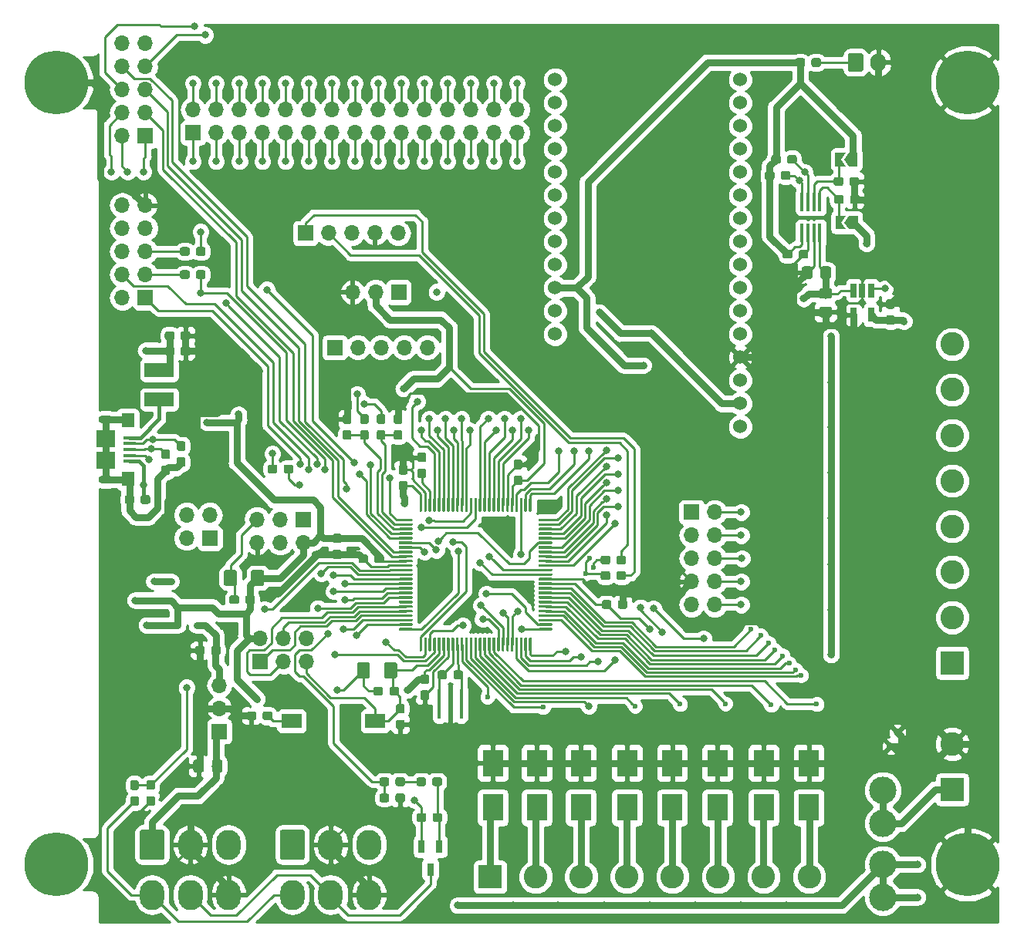
<source format=gbr>
G04 #@! TF.GenerationSoftware,KiCad,Pcbnew,(5.0.1)-3*
G04 #@! TF.CreationDate,2019-01-31T23:57:13-07:00*
G04 #@! TF.ProjectId,Snack Machine,536E61636B204D616368696E652E6B69,rev?*
G04 #@! TF.SameCoordinates,Original*
G04 #@! TF.FileFunction,Copper,L1,Top,Mixed*
G04 #@! TF.FilePolarity,Positive*
%FSLAX46Y46*%
G04 Gerber Fmt 4.6, Leading zero omitted, Abs format (unit mm)*
G04 Created by KiCad (PCBNEW (5.0.1)-3) date 1/31/2019 11:57:13 PM*
%MOMM*%
%LPD*%
G01*
G04 APERTURE LIST*
G04 #@! TA.AperFunction,ComponentPad*
%ADD10C,1.524000*%
G04 #@! TD*
G04 #@! TA.AperFunction,Conductor*
%ADD11C,0.100000*%
G04 #@! TD*
G04 #@! TA.AperFunction,SMDPad,CuDef*
%ADD12C,0.300000*%
G04 #@! TD*
G04 #@! TA.AperFunction,ComponentPad*
%ADD13C,3.000000*%
G04 #@! TD*
G04 #@! TA.AperFunction,SMDPad,CuDef*
%ADD14R,3.200000X1.500000*%
G04 #@! TD*
G04 #@! TA.AperFunction,ComponentPad*
%ADD15O,1.600000X0.900000*%
G04 #@! TD*
G04 #@! TA.AperFunction,SMDPad,CuDef*
%ADD16R,2.000000X1.900000*%
G04 #@! TD*
G04 #@! TA.AperFunction,SMDPad,CuDef*
%ADD17R,1.400000X1.600000*%
G04 #@! TD*
G04 #@! TA.AperFunction,SMDPad,CuDef*
%ADD18R,1.350000X0.400000*%
G04 #@! TD*
G04 #@! TA.AperFunction,SMDPad,CuDef*
%ADD19C,0.950000*%
G04 #@! TD*
G04 #@! TA.AperFunction,ComponentPad*
%ADD20O,2.700000X3.300000*%
G04 #@! TD*
G04 #@! TA.AperFunction,ComponentPad*
%ADD21C,2.700000*%
G04 #@! TD*
G04 #@! TA.AperFunction,ComponentPad*
%ADD22R,2.600000X2.600000*%
G04 #@! TD*
G04 #@! TA.AperFunction,ComponentPad*
%ADD23C,2.600000*%
G04 #@! TD*
G04 #@! TA.AperFunction,SMDPad,CuDef*
%ADD24C,1.150000*%
G04 #@! TD*
G04 #@! TA.AperFunction,SMDPad,CuDef*
%ADD25R,0.650000X1.560000*%
G04 #@! TD*
G04 #@! TA.AperFunction,SMDPad,CuDef*
%ADD26R,0.400000X2.000000*%
G04 #@! TD*
G04 #@! TA.AperFunction,SMDPad,CuDef*
%ADD27R,0.400000X3.200000*%
G04 #@! TD*
G04 #@! TA.AperFunction,ComponentPad*
%ADD28O,1.700000X1.700000*%
G04 #@! TD*
G04 #@! TA.AperFunction,ComponentPad*
%ADD29R,1.700000X1.700000*%
G04 #@! TD*
G04 #@! TA.AperFunction,SMDPad,CuDef*
%ADD30C,1.425000*%
G04 #@! TD*
G04 #@! TA.AperFunction,SMDPad,CuDef*
%ADD31R,0.600000X0.450000*%
G04 #@! TD*
G04 #@! TA.AperFunction,SMDPad,CuDef*
%ADD32R,0.450000X0.600000*%
G04 #@! TD*
G04 #@! TA.AperFunction,ComponentPad*
%ADD33C,1.700000*%
G04 #@! TD*
G04 #@! TA.AperFunction,ComponentPad*
%ADD34O,1.700000X2.000000*%
G04 #@! TD*
G04 #@! TA.AperFunction,SMDPad,CuDef*
%ADD35R,2.300000X3.000000*%
G04 #@! TD*
G04 #@! TA.AperFunction,SMDPad,CuDef*
%ADD36R,0.800000X1.400000*%
G04 #@! TD*
G04 #@! TA.AperFunction,ComponentPad*
%ADD37C,0.800000*%
G04 #@! TD*
G04 #@! TA.AperFunction,SMDPad,CuDef*
%ADD38R,2.180000X1.600000*%
G04 #@! TD*
G04 #@! TA.AperFunction,ComponentPad*
%ADD39C,7.000000*%
G04 #@! TD*
G04 #@! TA.AperFunction,ViaPad*
%ADD40C,0.800000*%
G04 #@! TD*
G04 #@! TA.AperFunction,ViaPad*
%ADD41C,0.600000*%
G04 #@! TD*
G04 #@! TA.AperFunction,Conductor*
%ADD42C,0.250000*%
G04 #@! TD*
G04 #@! TA.AperFunction,Conductor*
%ADD43C,0.800000*%
G04 #@! TD*
G04 #@! TA.AperFunction,Conductor*
%ADD44C,0.400000*%
G04 #@! TD*
G04 #@! TA.AperFunction,Conductor*
%ADD45C,0.254000*%
G04 #@! TD*
G04 APERTURE END LIST*
D10*
G04 #@! TO.P,U7,1*
G04 #@! TO.N,Net-(U7-Pad1)*
X150740000Y-84690000D03*
G04 #@! TO.P,U7,2*
G04 #@! TO.N,Net-(U7-Pad2)*
X150740000Y-82150000D03*
G04 #@! TO.P,U7,3*
G04 #@! TO.N,+5V*
X150740000Y-79610000D03*
G04 #@! TO.P,U7,4*
G04 #@! TO.N,Net-(U7-Pad4)*
X150740000Y-77070000D03*
G04 #@! TO.P,U7,5*
G04 #@! TO.N,Net-(U7-Pad5)*
X150740000Y-74530000D03*
G04 #@! TO.P,U7,6*
G04 #@! TO.N,Net-(U7-Pad6)*
X150740000Y-71990000D03*
G04 #@! TO.P,U7,7*
G04 #@! TO.N,Net-(U7-Pad7)*
X150740000Y-69450000D03*
G04 #@! TO.P,U7,8*
G04 #@! TO.N,Net-(U7-Pad8)*
X150740000Y-66910000D03*
G04 #@! TO.P,U7,9*
G04 #@! TO.N,Net-(U7-Pad9)*
X150740000Y-64370000D03*
G04 #@! TO.P,U7,10*
G04 #@! TO.N,Net-(U7-Pad10)*
X150740000Y-61830000D03*
G04 #@! TO.P,U7,11*
G04 #@! TO.N,Net-(U7-Pad11)*
X150740000Y-59290000D03*
G04 #@! TO.P,U7,12*
G04 #@! TO.N,Net-(U7-Pad12)*
X150740000Y-56750000D03*
G04 #@! TO.P,U7,14*
G04 #@! TO.N,/HUZZAH_TX*
X171060000Y-59290000D03*
G04 #@! TO.P,U7,15*
G04 #@! TO.N,/HUZZAH_RX*
X171060000Y-61830000D03*
G04 #@! TO.P,U7,16*
G04 #@! TO.N,Net-(U7-Pad16)*
X171060000Y-64370000D03*
G04 #@! TO.P,U7,17*
G04 #@! TO.N,Net-(U7-Pad17)*
X171060000Y-66910000D03*
G04 #@! TO.P,U7,18*
G04 #@! TO.N,Net-(U7-Pad18)*
X171060000Y-69450000D03*
G04 #@! TO.P,U7,19*
G04 #@! TO.N,Net-(U7-Pad19)*
X171060000Y-71990000D03*
G04 #@! TO.P,U7,20*
G04 #@! TO.N,Net-(U7-Pad20)*
X171060000Y-74530000D03*
G04 #@! TO.P,U7,21*
G04 #@! TO.N,Net-(U7-Pad21)*
X171060000Y-77070000D03*
G04 #@! TO.P,U7,22*
G04 #@! TO.N,Net-(U7-Pad22)*
X171060000Y-79610000D03*
G04 #@! TO.P,U7,23*
G04 #@! TO.N,Net-(U7-Pad23)*
X171060000Y-82150000D03*
G04 #@! TO.P,U7,24*
G04 #@! TO.N,Net-(U7-Pad24)*
X171060000Y-84690000D03*
G04 #@! TO.P,U7,25*
G04 #@! TO.N,GND*
X171060000Y-87230000D03*
G04 #@! TO.P,U7,26*
G04 #@! TO.N,Net-(U7-Pad26)*
X171060000Y-89770000D03*
G04 #@! TO.P,U7,27*
G04 #@! TO.N,+3V3*
X171060000Y-92310000D03*
G04 #@! TO.P,U7,28*
G04 #@! TO.N,Net-(U7-Pad28)*
X171060000Y-94850000D03*
G04 #@! TO.P,U7,13*
G04 #@! TO.N,Net-(U7-Pad13)*
X171060000Y-56750000D03*
G04 #@! TD*
D11*
G04 #@! TO.N,Net-(TP27-Pad1)*
G04 #@! TO.C,U3*
G36*
X135011351Y-104957361D02*
X135018632Y-104958441D01*
X135025771Y-104960229D01*
X135032701Y-104962709D01*
X135039355Y-104965856D01*
X135045668Y-104969640D01*
X135051579Y-104974024D01*
X135057033Y-104978967D01*
X135061976Y-104984421D01*
X135066360Y-104990332D01*
X135070144Y-104996645D01*
X135073291Y-105003299D01*
X135075771Y-105010229D01*
X135077559Y-105017368D01*
X135078639Y-105024649D01*
X135079000Y-105032000D01*
X135079000Y-105182000D01*
X135078639Y-105189351D01*
X135077559Y-105196632D01*
X135075771Y-105203771D01*
X135073291Y-105210701D01*
X135070144Y-105217355D01*
X135066360Y-105223668D01*
X135061976Y-105229579D01*
X135057033Y-105235033D01*
X135051579Y-105239976D01*
X135045668Y-105244360D01*
X135039355Y-105248144D01*
X135032701Y-105251291D01*
X135025771Y-105253771D01*
X135018632Y-105255559D01*
X135011351Y-105256639D01*
X135004000Y-105257000D01*
X133679000Y-105257000D01*
X133671649Y-105256639D01*
X133664368Y-105255559D01*
X133657229Y-105253771D01*
X133650299Y-105251291D01*
X133643645Y-105248144D01*
X133637332Y-105244360D01*
X133631421Y-105239976D01*
X133625967Y-105235033D01*
X133621024Y-105229579D01*
X133616640Y-105223668D01*
X133612856Y-105217355D01*
X133609709Y-105210701D01*
X133607229Y-105203771D01*
X133605441Y-105196632D01*
X133604361Y-105189351D01*
X133604000Y-105182000D01*
X133604000Y-105032000D01*
X133604361Y-105024649D01*
X133605441Y-105017368D01*
X133607229Y-105010229D01*
X133609709Y-105003299D01*
X133612856Y-104996645D01*
X133616640Y-104990332D01*
X133621024Y-104984421D01*
X133625967Y-104978967D01*
X133631421Y-104974024D01*
X133637332Y-104969640D01*
X133643645Y-104965856D01*
X133650299Y-104962709D01*
X133657229Y-104960229D01*
X133664368Y-104958441D01*
X133671649Y-104957361D01*
X133679000Y-104957000D01*
X135004000Y-104957000D01*
X135011351Y-104957361D01*
X135011351Y-104957361D01*
G37*
D12*
G04 #@! TD*
G04 #@! TO.P,U3,1*
G04 #@! TO.N,Net-(TP27-Pad1)*
X134341500Y-105107000D03*
D11*
G04 #@! TO.N,Net-(C20-Pad1)*
G04 #@! TO.C,U3*
G36*
X135011351Y-105457361D02*
X135018632Y-105458441D01*
X135025771Y-105460229D01*
X135032701Y-105462709D01*
X135039355Y-105465856D01*
X135045668Y-105469640D01*
X135051579Y-105474024D01*
X135057033Y-105478967D01*
X135061976Y-105484421D01*
X135066360Y-105490332D01*
X135070144Y-105496645D01*
X135073291Y-105503299D01*
X135075771Y-105510229D01*
X135077559Y-105517368D01*
X135078639Y-105524649D01*
X135079000Y-105532000D01*
X135079000Y-105682000D01*
X135078639Y-105689351D01*
X135077559Y-105696632D01*
X135075771Y-105703771D01*
X135073291Y-105710701D01*
X135070144Y-105717355D01*
X135066360Y-105723668D01*
X135061976Y-105729579D01*
X135057033Y-105735033D01*
X135051579Y-105739976D01*
X135045668Y-105744360D01*
X135039355Y-105748144D01*
X135032701Y-105751291D01*
X135025771Y-105753771D01*
X135018632Y-105755559D01*
X135011351Y-105756639D01*
X135004000Y-105757000D01*
X133679000Y-105757000D01*
X133671649Y-105756639D01*
X133664368Y-105755559D01*
X133657229Y-105753771D01*
X133650299Y-105751291D01*
X133643645Y-105748144D01*
X133637332Y-105744360D01*
X133631421Y-105739976D01*
X133625967Y-105735033D01*
X133621024Y-105729579D01*
X133616640Y-105723668D01*
X133612856Y-105717355D01*
X133609709Y-105710701D01*
X133607229Y-105703771D01*
X133605441Y-105696632D01*
X133604361Y-105689351D01*
X133604000Y-105682000D01*
X133604000Y-105532000D01*
X133604361Y-105524649D01*
X133605441Y-105517368D01*
X133607229Y-105510229D01*
X133609709Y-105503299D01*
X133612856Y-105496645D01*
X133616640Y-105490332D01*
X133621024Y-105484421D01*
X133625967Y-105478967D01*
X133631421Y-105474024D01*
X133637332Y-105469640D01*
X133643645Y-105465856D01*
X133650299Y-105462709D01*
X133657229Y-105460229D01*
X133664368Y-105458441D01*
X133671649Y-105457361D01*
X133679000Y-105457000D01*
X135004000Y-105457000D01*
X135011351Y-105457361D01*
X135011351Y-105457361D01*
G37*
D12*
G04 #@! TD*
G04 #@! TO.P,U3,2*
G04 #@! TO.N,Net-(C20-Pad1)*
X134341500Y-105607000D03*
D11*
G04 #@! TO.N,Net-(C18-Pad1)*
G04 #@! TO.C,U3*
G36*
X135011351Y-105957361D02*
X135018632Y-105958441D01*
X135025771Y-105960229D01*
X135032701Y-105962709D01*
X135039355Y-105965856D01*
X135045668Y-105969640D01*
X135051579Y-105974024D01*
X135057033Y-105978967D01*
X135061976Y-105984421D01*
X135066360Y-105990332D01*
X135070144Y-105996645D01*
X135073291Y-106003299D01*
X135075771Y-106010229D01*
X135077559Y-106017368D01*
X135078639Y-106024649D01*
X135079000Y-106032000D01*
X135079000Y-106182000D01*
X135078639Y-106189351D01*
X135077559Y-106196632D01*
X135075771Y-106203771D01*
X135073291Y-106210701D01*
X135070144Y-106217355D01*
X135066360Y-106223668D01*
X135061976Y-106229579D01*
X135057033Y-106235033D01*
X135051579Y-106239976D01*
X135045668Y-106244360D01*
X135039355Y-106248144D01*
X135032701Y-106251291D01*
X135025771Y-106253771D01*
X135018632Y-106255559D01*
X135011351Y-106256639D01*
X135004000Y-106257000D01*
X133679000Y-106257000D01*
X133671649Y-106256639D01*
X133664368Y-106255559D01*
X133657229Y-106253771D01*
X133650299Y-106251291D01*
X133643645Y-106248144D01*
X133637332Y-106244360D01*
X133631421Y-106239976D01*
X133625967Y-106235033D01*
X133621024Y-106229579D01*
X133616640Y-106223668D01*
X133612856Y-106217355D01*
X133609709Y-106210701D01*
X133607229Y-106203771D01*
X133605441Y-106196632D01*
X133604361Y-106189351D01*
X133604000Y-106182000D01*
X133604000Y-106032000D01*
X133604361Y-106024649D01*
X133605441Y-106017368D01*
X133607229Y-106010229D01*
X133609709Y-106003299D01*
X133612856Y-105996645D01*
X133616640Y-105990332D01*
X133621024Y-105984421D01*
X133625967Y-105978967D01*
X133631421Y-105974024D01*
X133637332Y-105969640D01*
X133643645Y-105965856D01*
X133650299Y-105962709D01*
X133657229Y-105960229D01*
X133664368Y-105958441D01*
X133671649Y-105957361D01*
X133679000Y-105957000D01*
X135004000Y-105957000D01*
X135011351Y-105957361D01*
X135011351Y-105957361D01*
G37*
D12*
G04 #@! TD*
G04 #@! TO.P,U3,3*
G04 #@! TO.N,Net-(C18-Pad1)*
X134341500Y-106107000D03*
D11*
G04 #@! TO.N,Net-(TP40-Pad1)*
G04 #@! TO.C,U3*
G36*
X135011351Y-106457361D02*
X135018632Y-106458441D01*
X135025771Y-106460229D01*
X135032701Y-106462709D01*
X135039355Y-106465856D01*
X135045668Y-106469640D01*
X135051579Y-106474024D01*
X135057033Y-106478967D01*
X135061976Y-106484421D01*
X135066360Y-106490332D01*
X135070144Y-106496645D01*
X135073291Y-106503299D01*
X135075771Y-106510229D01*
X135077559Y-106517368D01*
X135078639Y-106524649D01*
X135079000Y-106532000D01*
X135079000Y-106682000D01*
X135078639Y-106689351D01*
X135077559Y-106696632D01*
X135075771Y-106703771D01*
X135073291Y-106710701D01*
X135070144Y-106717355D01*
X135066360Y-106723668D01*
X135061976Y-106729579D01*
X135057033Y-106735033D01*
X135051579Y-106739976D01*
X135045668Y-106744360D01*
X135039355Y-106748144D01*
X135032701Y-106751291D01*
X135025771Y-106753771D01*
X135018632Y-106755559D01*
X135011351Y-106756639D01*
X135004000Y-106757000D01*
X133679000Y-106757000D01*
X133671649Y-106756639D01*
X133664368Y-106755559D01*
X133657229Y-106753771D01*
X133650299Y-106751291D01*
X133643645Y-106748144D01*
X133637332Y-106744360D01*
X133631421Y-106739976D01*
X133625967Y-106735033D01*
X133621024Y-106729579D01*
X133616640Y-106723668D01*
X133612856Y-106717355D01*
X133609709Y-106710701D01*
X133607229Y-106703771D01*
X133605441Y-106696632D01*
X133604361Y-106689351D01*
X133604000Y-106682000D01*
X133604000Y-106532000D01*
X133604361Y-106524649D01*
X133605441Y-106517368D01*
X133607229Y-106510229D01*
X133609709Y-106503299D01*
X133612856Y-106496645D01*
X133616640Y-106490332D01*
X133621024Y-106484421D01*
X133625967Y-106478967D01*
X133631421Y-106474024D01*
X133637332Y-106469640D01*
X133643645Y-106465856D01*
X133650299Y-106462709D01*
X133657229Y-106460229D01*
X133664368Y-106458441D01*
X133671649Y-106457361D01*
X133679000Y-106457000D01*
X135004000Y-106457000D01*
X135011351Y-106457361D01*
X135011351Y-106457361D01*
G37*
D12*
G04 #@! TD*
G04 #@! TO.P,U3,4*
G04 #@! TO.N,Net-(TP40-Pad1)*
X134341500Y-106607000D03*
D11*
G04 #@! TO.N,Net-(TP41-Pad1)*
G04 #@! TO.C,U3*
G36*
X135011351Y-106957361D02*
X135018632Y-106958441D01*
X135025771Y-106960229D01*
X135032701Y-106962709D01*
X135039355Y-106965856D01*
X135045668Y-106969640D01*
X135051579Y-106974024D01*
X135057033Y-106978967D01*
X135061976Y-106984421D01*
X135066360Y-106990332D01*
X135070144Y-106996645D01*
X135073291Y-107003299D01*
X135075771Y-107010229D01*
X135077559Y-107017368D01*
X135078639Y-107024649D01*
X135079000Y-107032000D01*
X135079000Y-107182000D01*
X135078639Y-107189351D01*
X135077559Y-107196632D01*
X135075771Y-107203771D01*
X135073291Y-107210701D01*
X135070144Y-107217355D01*
X135066360Y-107223668D01*
X135061976Y-107229579D01*
X135057033Y-107235033D01*
X135051579Y-107239976D01*
X135045668Y-107244360D01*
X135039355Y-107248144D01*
X135032701Y-107251291D01*
X135025771Y-107253771D01*
X135018632Y-107255559D01*
X135011351Y-107256639D01*
X135004000Y-107257000D01*
X133679000Y-107257000D01*
X133671649Y-107256639D01*
X133664368Y-107255559D01*
X133657229Y-107253771D01*
X133650299Y-107251291D01*
X133643645Y-107248144D01*
X133637332Y-107244360D01*
X133631421Y-107239976D01*
X133625967Y-107235033D01*
X133621024Y-107229579D01*
X133616640Y-107223668D01*
X133612856Y-107217355D01*
X133609709Y-107210701D01*
X133607229Y-107203771D01*
X133605441Y-107196632D01*
X133604361Y-107189351D01*
X133604000Y-107182000D01*
X133604000Y-107032000D01*
X133604361Y-107024649D01*
X133605441Y-107017368D01*
X133607229Y-107010229D01*
X133609709Y-107003299D01*
X133612856Y-106996645D01*
X133616640Y-106990332D01*
X133621024Y-106984421D01*
X133625967Y-106978967D01*
X133631421Y-106974024D01*
X133637332Y-106969640D01*
X133643645Y-106965856D01*
X133650299Y-106962709D01*
X133657229Y-106960229D01*
X133664368Y-106958441D01*
X133671649Y-106957361D01*
X133679000Y-106957000D01*
X135004000Y-106957000D01*
X135011351Y-106957361D01*
X135011351Y-106957361D01*
G37*
D12*
G04 #@! TD*
G04 #@! TO.P,U3,5*
G04 #@! TO.N,Net-(TP41-Pad1)*
X134341500Y-107107000D03*
D11*
G04 #@! TO.N,/RFID_DATA_0*
G04 #@! TO.C,U3*
G36*
X135011351Y-107457361D02*
X135018632Y-107458441D01*
X135025771Y-107460229D01*
X135032701Y-107462709D01*
X135039355Y-107465856D01*
X135045668Y-107469640D01*
X135051579Y-107474024D01*
X135057033Y-107478967D01*
X135061976Y-107484421D01*
X135066360Y-107490332D01*
X135070144Y-107496645D01*
X135073291Y-107503299D01*
X135075771Y-107510229D01*
X135077559Y-107517368D01*
X135078639Y-107524649D01*
X135079000Y-107532000D01*
X135079000Y-107682000D01*
X135078639Y-107689351D01*
X135077559Y-107696632D01*
X135075771Y-107703771D01*
X135073291Y-107710701D01*
X135070144Y-107717355D01*
X135066360Y-107723668D01*
X135061976Y-107729579D01*
X135057033Y-107735033D01*
X135051579Y-107739976D01*
X135045668Y-107744360D01*
X135039355Y-107748144D01*
X135032701Y-107751291D01*
X135025771Y-107753771D01*
X135018632Y-107755559D01*
X135011351Y-107756639D01*
X135004000Y-107757000D01*
X133679000Y-107757000D01*
X133671649Y-107756639D01*
X133664368Y-107755559D01*
X133657229Y-107753771D01*
X133650299Y-107751291D01*
X133643645Y-107748144D01*
X133637332Y-107744360D01*
X133631421Y-107739976D01*
X133625967Y-107735033D01*
X133621024Y-107729579D01*
X133616640Y-107723668D01*
X133612856Y-107717355D01*
X133609709Y-107710701D01*
X133607229Y-107703771D01*
X133605441Y-107696632D01*
X133604361Y-107689351D01*
X133604000Y-107682000D01*
X133604000Y-107532000D01*
X133604361Y-107524649D01*
X133605441Y-107517368D01*
X133607229Y-107510229D01*
X133609709Y-107503299D01*
X133612856Y-107496645D01*
X133616640Y-107490332D01*
X133621024Y-107484421D01*
X133625967Y-107478967D01*
X133631421Y-107474024D01*
X133637332Y-107469640D01*
X133643645Y-107465856D01*
X133650299Y-107462709D01*
X133657229Y-107460229D01*
X133664368Y-107458441D01*
X133671649Y-107457361D01*
X133679000Y-107457000D01*
X135004000Y-107457000D01*
X135011351Y-107457361D01*
X135011351Y-107457361D01*
G37*
D12*
G04 #@! TD*
G04 #@! TO.P,U3,6*
G04 #@! TO.N,/RFID_DATA_0*
X134341500Y-107607000D03*
D11*
G04 #@! TO.N,/RFID_DATA_1*
G04 #@! TO.C,U3*
G36*
X135011351Y-107957361D02*
X135018632Y-107958441D01*
X135025771Y-107960229D01*
X135032701Y-107962709D01*
X135039355Y-107965856D01*
X135045668Y-107969640D01*
X135051579Y-107974024D01*
X135057033Y-107978967D01*
X135061976Y-107984421D01*
X135066360Y-107990332D01*
X135070144Y-107996645D01*
X135073291Y-108003299D01*
X135075771Y-108010229D01*
X135077559Y-108017368D01*
X135078639Y-108024649D01*
X135079000Y-108032000D01*
X135079000Y-108182000D01*
X135078639Y-108189351D01*
X135077559Y-108196632D01*
X135075771Y-108203771D01*
X135073291Y-108210701D01*
X135070144Y-108217355D01*
X135066360Y-108223668D01*
X135061976Y-108229579D01*
X135057033Y-108235033D01*
X135051579Y-108239976D01*
X135045668Y-108244360D01*
X135039355Y-108248144D01*
X135032701Y-108251291D01*
X135025771Y-108253771D01*
X135018632Y-108255559D01*
X135011351Y-108256639D01*
X135004000Y-108257000D01*
X133679000Y-108257000D01*
X133671649Y-108256639D01*
X133664368Y-108255559D01*
X133657229Y-108253771D01*
X133650299Y-108251291D01*
X133643645Y-108248144D01*
X133637332Y-108244360D01*
X133631421Y-108239976D01*
X133625967Y-108235033D01*
X133621024Y-108229579D01*
X133616640Y-108223668D01*
X133612856Y-108217355D01*
X133609709Y-108210701D01*
X133607229Y-108203771D01*
X133605441Y-108196632D01*
X133604361Y-108189351D01*
X133604000Y-108182000D01*
X133604000Y-108032000D01*
X133604361Y-108024649D01*
X133605441Y-108017368D01*
X133607229Y-108010229D01*
X133609709Y-108003299D01*
X133612856Y-107996645D01*
X133616640Y-107990332D01*
X133621024Y-107984421D01*
X133625967Y-107978967D01*
X133631421Y-107974024D01*
X133637332Y-107969640D01*
X133643645Y-107965856D01*
X133650299Y-107962709D01*
X133657229Y-107960229D01*
X133664368Y-107958441D01*
X133671649Y-107957361D01*
X133679000Y-107957000D01*
X135004000Y-107957000D01*
X135011351Y-107957361D01*
X135011351Y-107957361D01*
G37*
D12*
G04 #@! TD*
G04 #@! TO.P,U3,7*
G04 #@! TO.N,/RFID_DATA_1*
X134341500Y-108107000D03*
D11*
G04 #@! TO.N,/BTN_EN1*
G04 #@! TO.C,U3*
G36*
X135011351Y-108457361D02*
X135018632Y-108458441D01*
X135025771Y-108460229D01*
X135032701Y-108462709D01*
X135039355Y-108465856D01*
X135045668Y-108469640D01*
X135051579Y-108474024D01*
X135057033Y-108478967D01*
X135061976Y-108484421D01*
X135066360Y-108490332D01*
X135070144Y-108496645D01*
X135073291Y-108503299D01*
X135075771Y-108510229D01*
X135077559Y-108517368D01*
X135078639Y-108524649D01*
X135079000Y-108532000D01*
X135079000Y-108682000D01*
X135078639Y-108689351D01*
X135077559Y-108696632D01*
X135075771Y-108703771D01*
X135073291Y-108710701D01*
X135070144Y-108717355D01*
X135066360Y-108723668D01*
X135061976Y-108729579D01*
X135057033Y-108735033D01*
X135051579Y-108739976D01*
X135045668Y-108744360D01*
X135039355Y-108748144D01*
X135032701Y-108751291D01*
X135025771Y-108753771D01*
X135018632Y-108755559D01*
X135011351Y-108756639D01*
X135004000Y-108757000D01*
X133679000Y-108757000D01*
X133671649Y-108756639D01*
X133664368Y-108755559D01*
X133657229Y-108753771D01*
X133650299Y-108751291D01*
X133643645Y-108748144D01*
X133637332Y-108744360D01*
X133631421Y-108739976D01*
X133625967Y-108735033D01*
X133621024Y-108729579D01*
X133616640Y-108723668D01*
X133612856Y-108717355D01*
X133609709Y-108710701D01*
X133607229Y-108703771D01*
X133605441Y-108696632D01*
X133604361Y-108689351D01*
X133604000Y-108682000D01*
X133604000Y-108532000D01*
X133604361Y-108524649D01*
X133605441Y-108517368D01*
X133607229Y-108510229D01*
X133609709Y-108503299D01*
X133612856Y-108496645D01*
X133616640Y-108490332D01*
X133621024Y-108484421D01*
X133625967Y-108478967D01*
X133631421Y-108474024D01*
X133637332Y-108469640D01*
X133643645Y-108465856D01*
X133650299Y-108462709D01*
X133657229Y-108460229D01*
X133664368Y-108458441D01*
X133671649Y-108457361D01*
X133679000Y-108457000D01*
X135004000Y-108457000D01*
X135011351Y-108457361D01*
X135011351Y-108457361D01*
G37*
D12*
G04 #@! TD*
G04 #@! TO.P,U3,8*
G04 #@! TO.N,/BTN_EN1*
X134341500Y-108607000D03*
D11*
G04 #@! TO.N,/BTN_EN2*
G04 #@! TO.C,U3*
G36*
X135011351Y-108957361D02*
X135018632Y-108958441D01*
X135025771Y-108960229D01*
X135032701Y-108962709D01*
X135039355Y-108965856D01*
X135045668Y-108969640D01*
X135051579Y-108974024D01*
X135057033Y-108978967D01*
X135061976Y-108984421D01*
X135066360Y-108990332D01*
X135070144Y-108996645D01*
X135073291Y-109003299D01*
X135075771Y-109010229D01*
X135077559Y-109017368D01*
X135078639Y-109024649D01*
X135079000Y-109032000D01*
X135079000Y-109182000D01*
X135078639Y-109189351D01*
X135077559Y-109196632D01*
X135075771Y-109203771D01*
X135073291Y-109210701D01*
X135070144Y-109217355D01*
X135066360Y-109223668D01*
X135061976Y-109229579D01*
X135057033Y-109235033D01*
X135051579Y-109239976D01*
X135045668Y-109244360D01*
X135039355Y-109248144D01*
X135032701Y-109251291D01*
X135025771Y-109253771D01*
X135018632Y-109255559D01*
X135011351Y-109256639D01*
X135004000Y-109257000D01*
X133679000Y-109257000D01*
X133671649Y-109256639D01*
X133664368Y-109255559D01*
X133657229Y-109253771D01*
X133650299Y-109251291D01*
X133643645Y-109248144D01*
X133637332Y-109244360D01*
X133631421Y-109239976D01*
X133625967Y-109235033D01*
X133621024Y-109229579D01*
X133616640Y-109223668D01*
X133612856Y-109217355D01*
X133609709Y-109210701D01*
X133607229Y-109203771D01*
X133605441Y-109196632D01*
X133604361Y-109189351D01*
X133604000Y-109182000D01*
X133604000Y-109032000D01*
X133604361Y-109024649D01*
X133605441Y-109017368D01*
X133607229Y-109010229D01*
X133609709Y-109003299D01*
X133612856Y-108996645D01*
X133616640Y-108990332D01*
X133621024Y-108984421D01*
X133625967Y-108978967D01*
X133631421Y-108974024D01*
X133637332Y-108969640D01*
X133643645Y-108965856D01*
X133650299Y-108962709D01*
X133657229Y-108960229D01*
X133664368Y-108958441D01*
X133671649Y-108957361D01*
X133679000Y-108957000D01*
X135004000Y-108957000D01*
X135011351Y-108957361D01*
X135011351Y-108957361D01*
G37*
D12*
G04 #@! TD*
G04 #@! TO.P,U3,9*
G04 #@! TO.N,/BTN_EN2*
X134341500Y-109107000D03*
D11*
G04 #@! TO.N,+5V*
G04 #@! TO.C,U3*
G36*
X135011351Y-109457361D02*
X135018632Y-109458441D01*
X135025771Y-109460229D01*
X135032701Y-109462709D01*
X135039355Y-109465856D01*
X135045668Y-109469640D01*
X135051579Y-109474024D01*
X135057033Y-109478967D01*
X135061976Y-109484421D01*
X135066360Y-109490332D01*
X135070144Y-109496645D01*
X135073291Y-109503299D01*
X135075771Y-109510229D01*
X135077559Y-109517368D01*
X135078639Y-109524649D01*
X135079000Y-109532000D01*
X135079000Y-109682000D01*
X135078639Y-109689351D01*
X135077559Y-109696632D01*
X135075771Y-109703771D01*
X135073291Y-109710701D01*
X135070144Y-109717355D01*
X135066360Y-109723668D01*
X135061976Y-109729579D01*
X135057033Y-109735033D01*
X135051579Y-109739976D01*
X135045668Y-109744360D01*
X135039355Y-109748144D01*
X135032701Y-109751291D01*
X135025771Y-109753771D01*
X135018632Y-109755559D01*
X135011351Y-109756639D01*
X135004000Y-109757000D01*
X133679000Y-109757000D01*
X133671649Y-109756639D01*
X133664368Y-109755559D01*
X133657229Y-109753771D01*
X133650299Y-109751291D01*
X133643645Y-109748144D01*
X133637332Y-109744360D01*
X133631421Y-109739976D01*
X133625967Y-109735033D01*
X133621024Y-109729579D01*
X133616640Y-109723668D01*
X133612856Y-109717355D01*
X133609709Y-109710701D01*
X133607229Y-109703771D01*
X133605441Y-109696632D01*
X133604361Y-109689351D01*
X133604000Y-109682000D01*
X133604000Y-109532000D01*
X133604361Y-109524649D01*
X133605441Y-109517368D01*
X133607229Y-109510229D01*
X133609709Y-109503299D01*
X133612856Y-109496645D01*
X133616640Y-109490332D01*
X133621024Y-109484421D01*
X133625967Y-109478967D01*
X133631421Y-109474024D01*
X133637332Y-109469640D01*
X133643645Y-109465856D01*
X133650299Y-109462709D01*
X133657229Y-109460229D01*
X133664368Y-109458441D01*
X133671649Y-109457361D01*
X133679000Y-109457000D01*
X135004000Y-109457000D01*
X135011351Y-109457361D01*
X135011351Y-109457361D01*
G37*
D12*
G04 #@! TD*
G04 #@! TO.P,U3,10*
G04 #@! TO.N,+5V*
X134341500Y-109607000D03*
D11*
G04 #@! TO.N,GND*
G04 #@! TO.C,U3*
G36*
X135011351Y-109957361D02*
X135018632Y-109958441D01*
X135025771Y-109960229D01*
X135032701Y-109962709D01*
X135039355Y-109965856D01*
X135045668Y-109969640D01*
X135051579Y-109974024D01*
X135057033Y-109978967D01*
X135061976Y-109984421D01*
X135066360Y-109990332D01*
X135070144Y-109996645D01*
X135073291Y-110003299D01*
X135075771Y-110010229D01*
X135077559Y-110017368D01*
X135078639Y-110024649D01*
X135079000Y-110032000D01*
X135079000Y-110182000D01*
X135078639Y-110189351D01*
X135077559Y-110196632D01*
X135075771Y-110203771D01*
X135073291Y-110210701D01*
X135070144Y-110217355D01*
X135066360Y-110223668D01*
X135061976Y-110229579D01*
X135057033Y-110235033D01*
X135051579Y-110239976D01*
X135045668Y-110244360D01*
X135039355Y-110248144D01*
X135032701Y-110251291D01*
X135025771Y-110253771D01*
X135018632Y-110255559D01*
X135011351Y-110256639D01*
X135004000Y-110257000D01*
X133679000Y-110257000D01*
X133671649Y-110256639D01*
X133664368Y-110255559D01*
X133657229Y-110253771D01*
X133650299Y-110251291D01*
X133643645Y-110248144D01*
X133637332Y-110244360D01*
X133631421Y-110239976D01*
X133625967Y-110235033D01*
X133621024Y-110229579D01*
X133616640Y-110223668D01*
X133612856Y-110217355D01*
X133609709Y-110210701D01*
X133607229Y-110203771D01*
X133605441Y-110196632D01*
X133604361Y-110189351D01*
X133604000Y-110182000D01*
X133604000Y-110032000D01*
X133604361Y-110024649D01*
X133605441Y-110017368D01*
X133607229Y-110010229D01*
X133609709Y-110003299D01*
X133612856Y-109996645D01*
X133616640Y-109990332D01*
X133621024Y-109984421D01*
X133625967Y-109978967D01*
X133631421Y-109974024D01*
X133637332Y-109969640D01*
X133643645Y-109965856D01*
X133650299Y-109962709D01*
X133657229Y-109960229D01*
X133664368Y-109958441D01*
X133671649Y-109957361D01*
X133679000Y-109957000D01*
X135004000Y-109957000D01*
X135011351Y-109957361D01*
X135011351Y-109957361D01*
G37*
D12*
G04 #@! TD*
G04 #@! TO.P,U3,11*
G04 #@! TO.N,GND*
X134341500Y-110107000D03*
D11*
G04 #@! TO.N,Net-(C7-Pad1)*
G04 #@! TO.C,U3*
G36*
X135011351Y-110457361D02*
X135018632Y-110458441D01*
X135025771Y-110460229D01*
X135032701Y-110462709D01*
X135039355Y-110465856D01*
X135045668Y-110469640D01*
X135051579Y-110474024D01*
X135057033Y-110478967D01*
X135061976Y-110484421D01*
X135066360Y-110490332D01*
X135070144Y-110496645D01*
X135073291Y-110503299D01*
X135075771Y-110510229D01*
X135077559Y-110517368D01*
X135078639Y-110524649D01*
X135079000Y-110532000D01*
X135079000Y-110682000D01*
X135078639Y-110689351D01*
X135077559Y-110696632D01*
X135075771Y-110703771D01*
X135073291Y-110710701D01*
X135070144Y-110717355D01*
X135066360Y-110723668D01*
X135061976Y-110729579D01*
X135057033Y-110735033D01*
X135051579Y-110739976D01*
X135045668Y-110744360D01*
X135039355Y-110748144D01*
X135032701Y-110751291D01*
X135025771Y-110753771D01*
X135018632Y-110755559D01*
X135011351Y-110756639D01*
X135004000Y-110757000D01*
X133679000Y-110757000D01*
X133671649Y-110756639D01*
X133664368Y-110755559D01*
X133657229Y-110753771D01*
X133650299Y-110751291D01*
X133643645Y-110748144D01*
X133637332Y-110744360D01*
X133631421Y-110739976D01*
X133625967Y-110735033D01*
X133621024Y-110729579D01*
X133616640Y-110723668D01*
X133612856Y-110717355D01*
X133609709Y-110710701D01*
X133607229Y-110703771D01*
X133605441Y-110696632D01*
X133604361Y-110689351D01*
X133604000Y-110682000D01*
X133604000Y-110532000D01*
X133604361Y-110524649D01*
X133605441Y-110517368D01*
X133607229Y-110510229D01*
X133609709Y-110503299D01*
X133612856Y-110496645D01*
X133616640Y-110490332D01*
X133621024Y-110484421D01*
X133625967Y-110478967D01*
X133631421Y-110474024D01*
X133637332Y-110469640D01*
X133643645Y-110465856D01*
X133650299Y-110462709D01*
X133657229Y-110460229D01*
X133664368Y-110458441D01*
X133671649Y-110457361D01*
X133679000Y-110457000D01*
X135004000Y-110457000D01*
X135011351Y-110457361D01*
X135011351Y-110457361D01*
G37*
D12*
G04 #@! TD*
G04 #@! TO.P,U3,12*
G04 #@! TO.N,Net-(C7-Pad1)*
X134341500Y-110607000D03*
D11*
G04 #@! TO.N,Net-(C9-Pad1)*
G04 #@! TO.C,U3*
G36*
X135011351Y-110957361D02*
X135018632Y-110958441D01*
X135025771Y-110960229D01*
X135032701Y-110962709D01*
X135039355Y-110965856D01*
X135045668Y-110969640D01*
X135051579Y-110974024D01*
X135057033Y-110978967D01*
X135061976Y-110984421D01*
X135066360Y-110990332D01*
X135070144Y-110996645D01*
X135073291Y-111003299D01*
X135075771Y-111010229D01*
X135077559Y-111017368D01*
X135078639Y-111024649D01*
X135079000Y-111032000D01*
X135079000Y-111182000D01*
X135078639Y-111189351D01*
X135077559Y-111196632D01*
X135075771Y-111203771D01*
X135073291Y-111210701D01*
X135070144Y-111217355D01*
X135066360Y-111223668D01*
X135061976Y-111229579D01*
X135057033Y-111235033D01*
X135051579Y-111239976D01*
X135045668Y-111244360D01*
X135039355Y-111248144D01*
X135032701Y-111251291D01*
X135025771Y-111253771D01*
X135018632Y-111255559D01*
X135011351Y-111256639D01*
X135004000Y-111257000D01*
X133679000Y-111257000D01*
X133671649Y-111256639D01*
X133664368Y-111255559D01*
X133657229Y-111253771D01*
X133650299Y-111251291D01*
X133643645Y-111248144D01*
X133637332Y-111244360D01*
X133631421Y-111239976D01*
X133625967Y-111235033D01*
X133621024Y-111229579D01*
X133616640Y-111223668D01*
X133612856Y-111217355D01*
X133609709Y-111210701D01*
X133607229Y-111203771D01*
X133605441Y-111196632D01*
X133604361Y-111189351D01*
X133604000Y-111182000D01*
X133604000Y-111032000D01*
X133604361Y-111024649D01*
X133605441Y-111017368D01*
X133607229Y-111010229D01*
X133609709Y-111003299D01*
X133612856Y-110996645D01*
X133616640Y-110990332D01*
X133621024Y-110984421D01*
X133625967Y-110978967D01*
X133631421Y-110974024D01*
X133637332Y-110969640D01*
X133643645Y-110965856D01*
X133650299Y-110962709D01*
X133657229Y-110960229D01*
X133664368Y-110958441D01*
X133671649Y-110957361D01*
X133679000Y-110957000D01*
X135004000Y-110957000D01*
X135011351Y-110957361D01*
X135011351Y-110957361D01*
G37*
D12*
G04 #@! TD*
G04 #@! TO.P,U3,13*
G04 #@! TO.N,Net-(C9-Pad1)*
X134341500Y-111107000D03*
D11*
G04 #@! TO.N,Net-(TP20-Pad1)*
G04 #@! TO.C,U3*
G36*
X135011351Y-111457361D02*
X135018632Y-111458441D01*
X135025771Y-111460229D01*
X135032701Y-111462709D01*
X135039355Y-111465856D01*
X135045668Y-111469640D01*
X135051579Y-111474024D01*
X135057033Y-111478967D01*
X135061976Y-111484421D01*
X135066360Y-111490332D01*
X135070144Y-111496645D01*
X135073291Y-111503299D01*
X135075771Y-111510229D01*
X135077559Y-111517368D01*
X135078639Y-111524649D01*
X135079000Y-111532000D01*
X135079000Y-111682000D01*
X135078639Y-111689351D01*
X135077559Y-111696632D01*
X135075771Y-111703771D01*
X135073291Y-111710701D01*
X135070144Y-111717355D01*
X135066360Y-111723668D01*
X135061976Y-111729579D01*
X135057033Y-111735033D01*
X135051579Y-111739976D01*
X135045668Y-111744360D01*
X135039355Y-111748144D01*
X135032701Y-111751291D01*
X135025771Y-111753771D01*
X135018632Y-111755559D01*
X135011351Y-111756639D01*
X135004000Y-111757000D01*
X133679000Y-111757000D01*
X133671649Y-111756639D01*
X133664368Y-111755559D01*
X133657229Y-111753771D01*
X133650299Y-111751291D01*
X133643645Y-111748144D01*
X133637332Y-111744360D01*
X133631421Y-111739976D01*
X133625967Y-111735033D01*
X133621024Y-111729579D01*
X133616640Y-111723668D01*
X133612856Y-111717355D01*
X133609709Y-111710701D01*
X133607229Y-111703771D01*
X133605441Y-111696632D01*
X133604361Y-111689351D01*
X133604000Y-111682000D01*
X133604000Y-111532000D01*
X133604361Y-111524649D01*
X133605441Y-111517368D01*
X133607229Y-111510229D01*
X133609709Y-111503299D01*
X133612856Y-111496645D01*
X133616640Y-111490332D01*
X133621024Y-111484421D01*
X133625967Y-111478967D01*
X133631421Y-111474024D01*
X133637332Y-111469640D01*
X133643645Y-111465856D01*
X133650299Y-111462709D01*
X133657229Y-111460229D01*
X133664368Y-111458441D01*
X133671649Y-111457361D01*
X133679000Y-111457000D01*
X135004000Y-111457000D01*
X135011351Y-111457361D01*
X135011351Y-111457361D01*
G37*
D12*
G04 #@! TD*
G04 #@! TO.P,U3,14*
G04 #@! TO.N,Net-(TP20-Pad1)*
X134341500Y-111607000D03*
D11*
G04 #@! TO.N,Net-(TP21-Pad1)*
G04 #@! TO.C,U3*
G36*
X135011351Y-111957361D02*
X135018632Y-111958441D01*
X135025771Y-111960229D01*
X135032701Y-111962709D01*
X135039355Y-111965856D01*
X135045668Y-111969640D01*
X135051579Y-111974024D01*
X135057033Y-111978967D01*
X135061976Y-111984421D01*
X135066360Y-111990332D01*
X135070144Y-111996645D01*
X135073291Y-112003299D01*
X135075771Y-112010229D01*
X135077559Y-112017368D01*
X135078639Y-112024649D01*
X135079000Y-112032000D01*
X135079000Y-112182000D01*
X135078639Y-112189351D01*
X135077559Y-112196632D01*
X135075771Y-112203771D01*
X135073291Y-112210701D01*
X135070144Y-112217355D01*
X135066360Y-112223668D01*
X135061976Y-112229579D01*
X135057033Y-112235033D01*
X135051579Y-112239976D01*
X135045668Y-112244360D01*
X135039355Y-112248144D01*
X135032701Y-112251291D01*
X135025771Y-112253771D01*
X135018632Y-112255559D01*
X135011351Y-112256639D01*
X135004000Y-112257000D01*
X133679000Y-112257000D01*
X133671649Y-112256639D01*
X133664368Y-112255559D01*
X133657229Y-112253771D01*
X133650299Y-112251291D01*
X133643645Y-112248144D01*
X133637332Y-112244360D01*
X133631421Y-112239976D01*
X133625967Y-112235033D01*
X133621024Y-112229579D01*
X133616640Y-112223668D01*
X133612856Y-112217355D01*
X133609709Y-112210701D01*
X133607229Y-112203771D01*
X133605441Y-112196632D01*
X133604361Y-112189351D01*
X133604000Y-112182000D01*
X133604000Y-112032000D01*
X133604361Y-112024649D01*
X133605441Y-112017368D01*
X133607229Y-112010229D01*
X133609709Y-112003299D01*
X133612856Y-111996645D01*
X133616640Y-111990332D01*
X133621024Y-111984421D01*
X133625967Y-111978967D01*
X133631421Y-111974024D01*
X133637332Y-111969640D01*
X133643645Y-111965856D01*
X133650299Y-111962709D01*
X133657229Y-111960229D01*
X133664368Y-111958441D01*
X133671649Y-111957361D01*
X133679000Y-111957000D01*
X135004000Y-111957000D01*
X135011351Y-111957361D01*
X135011351Y-111957361D01*
G37*
D12*
G04 #@! TD*
G04 #@! TO.P,U3,15*
G04 #@! TO.N,Net-(TP21-Pad1)*
X134341500Y-112107000D03*
D11*
G04 #@! TO.N,Net-(TP22-Pad1)*
G04 #@! TO.C,U3*
G36*
X135011351Y-112457361D02*
X135018632Y-112458441D01*
X135025771Y-112460229D01*
X135032701Y-112462709D01*
X135039355Y-112465856D01*
X135045668Y-112469640D01*
X135051579Y-112474024D01*
X135057033Y-112478967D01*
X135061976Y-112484421D01*
X135066360Y-112490332D01*
X135070144Y-112496645D01*
X135073291Y-112503299D01*
X135075771Y-112510229D01*
X135077559Y-112517368D01*
X135078639Y-112524649D01*
X135079000Y-112532000D01*
X135079000Y-112682000D01*
X135078639Y-112689351D01*
X135077559Y-112696632D01*
X135075771Y-112703771D01*
X135073291Y-112710701D01*
X135070144Y-112717355D01*
X135066360Y-112723668D01*
X135061976Y-112729579D01*
X135057033Y-112735033D01*
X135051579Y-112739976D01*
X135045668Y-112744360D01*
X135039355Y-112748144D01*
X135032701Y-112751291D01*
X135025771Y-112753771D01*
X135018632Y-112755559D01*
X135011351Y-112756639D01*
X135004000Y-112757000D01*
X133679000Y-112757000D01*
X133671649Y-112756639D01*
X133664368Y-112755559D01*
X133657229Y-112753771D01*
X133650299Y-112751291D01*
X133643645Y-112748144D01*
X133637332Y-112744360D01*
X133631421Y-112739976D01*
X133625967Y-112735033D01*
X133621024Y-112729579D01*
X133616640Y-112723668D01*
X133612856Y-112717355D01*
X133609709Y-112710701D01*
X133607229Y-112703771D01*
X133605441Y-112696632D01*
X133604361Y-112689351D01*
X133604000Y-112682000D01*
X133604000Y-112532000D01*
X133604361Y-112524649D01*
X133605441Y-112517368D01*
X133607229Y-112510229D01*
X133609709Y-112503299D01*
X133612856Y-112496645D01*
X133616640Y-112490332D01*
X133621024Y-112484421D01*
X133625967Y-112478967D01*
X133631421Y-112474024D01*
X133637332Y-112469640D01*
X133643645Y-112465856D01*
X133650299Y-112462709D01*
X133657229Y-112460229D01*
X133664368Y-112458441D01*
X133671649Y-112457361D01*
X133679000Y-112457000D01*
X135004000Y-112457000D01*
X135011351Y-112457361D01*
X135011351Y-112457361D01*
G37*
D12*
G04 #@! TD*
G04 #@! TO.P,U3,16*
G04 #@! TO.N,Net-(TP22-Pad1)*
X134341500Y-112607000D03*
D11*
G04 #@! TO.N,Net-(TP23-Pad1)*
G04 #@! TO.C,U3*
G36*
X135011351Y-112957361D02*
X135018632Y-112958441D01*
X135025771Y-112960229D01*
X135032701Y-112962709D01*
X135039355Y-112965856D01*
X135045668Y-112969640D01*
X135051579Y-112974024D01*
X135057033Y-112978967D01*
X135061976Y-112984421D01*
X135066360Y-112990332D01*
X135070144Y-112996645D01*
X135073291Y-113003299D01*
X135075771Y-113010229D01*
X135077559Y-113017368D01*
X135078639Y-113024649D01*
X135079000Y-113032000D01*
X135079000Y-113182000D01*
X135078639Y-113189351D01*
X135077559Y-113196632D01*
X135075771Y-113203771D01*
X135073291Y-113210701D01*
X135070144Y-113217355D01*
X135066360Y-113223668D01*
X135061976Y-113229579D01*
X135057033Y-113235033D01*
X135051579Y-113239976D01*
X135045668Y-113244360D01*
X135039355Y-113248144D01*
X135032701Y-113251291D01*
X135025771Y-113253771D01*
X135018632Y-113255559D01*
X135011351Y-113256639D01*
X135004000Y-113257000D01*
X133679000Y-113257000D01*
X133671649Y-113256639D01*
X133664368Y-113255559D01*
X133657229Y-113253771D01*
X133650299Y-113251291D01*
X133643645Y-113248144D01*
X133637332Y-113244360D01*
X133631421Y-113239976D01*
X133625967Y-113235033D01*
X133621024Y-113229579D01*
X133616640Y-113223668D01*
X133612856Y-113217355D01*
X133609709Y-113210701D01*
X133607229Y-113203771D01*
X133605441Y-113196632D01*
X133604361Y-113189351D01*
X133604000Y-113182000D01*
X133604000Y-113032000D01*
X133604361Y-113024649D01*
X133605441Y-113017368D01*
X133607229Y-113010229D01*
X133609709Y-113003299D01*
X133612856Y-112996645D01*
X133616640Y-112990332D01*
X133621024Y-112984421D01*
X133625967Y-112978967D01*
X133631421Y-112974024D01*
X133637332Y-112969640D01*
X133643645Y-112965856D01*
X133650299Y-112962709D01*
X133657229Y-112960229D01*
X133664368Y-112958441D01*
X133671649Y-112957361D01*
X133679000Y-112957000D01*
X135004000Y-112957000D01*
X135011351Y-112957361D01*
X135011351Y-112957361D01*
G37*
D12*
G04 #@! TD*
G04 #@! TO.P,U3,17*
G04 #@! TO.N,Net-(TP23-Pad1)*
X134341500Y-113107000D03*
D11*
G04 #@! TO.N,Net-(TP24-Pad1)*
G04 #@! TO.C,U3*
G36*
X135011351Y-113457361D02*
X135018632Y-113458441D01*
X135025771Y-113460229D01*
X135032701Y-113462709D01*
X135039355Y-113465856D01*
X135045668Y-113469640D01*
X135051579Y-113474024D01*
X135057033Y-113478967D01*
X135061976Y-113484421D01*
X135066360Y-113490332D01*
X135070144Y-113496645D01*
X135073291Y-113503299D01*
X135075771Y-113510229D01*
X135077559Y-113517368D01*
X135078639Y-113524649D01*
X135079000Y-113532000D01*
X135079000Y-113682000D01*
X135078639Y-113689351D01*
X135077559Y-113696632D01*
X135075771Y-113703771D01*
X135073291Y-113710701D01*
X135070144Y-113717355D01*
X135066360Y-113723668D01*
X135061976Y-113729579D01*
X135057033Y-113735033D01*
X135051579Y-113739976D01*
X135045668Y-113744360D01*
X135039355Y-113748144D01*
X135032701Y-113751291D01*
X135025771Y-113753771D01*
X135018632Y-113755559D01*
X135011351Y-113756639D01*
X135004000Y-113757000D01*
X133679000Y-113757000D01*
X133671649Y-113756639D01*
X133664368Y-113755559D01*
X133657229Y-113753771D01*
X133650299Y-113751291D01*
X133643645Y-113748144D01*
X133637332Y-113744360D01*
X133631421Y-113739976D01*
X133625967Y-113735033D01*
X133621024Y-113729579D01*
X133616640Y-113723668D01*
X133612856Y-113717355D01*
X133609709Y-113710701D01*
X133607229Y-113703771D01*
X133605441Y-113696632D01*
X133604361Y-113689351D01*
X133604000Y-113682000D01*
X133604000Y-113532000D01*
X133604361Y-113524649D01*
X133605441Y-113517368D01*
X133607229Y-113510229D01*
X133609709Y-113503299D01*
X133612856Y-113496645D01*
X133616640Y-113490332D01*
X133621024Y-113484421D01*
X133625967Y-113478967D01*
X133631421Y-113474024D01*
X133637332Y-113469640D01*
X133643645Y-113465856D01*
X133650299Y-113462709D01*
X133657229Y-113460229D01*
X133664368Y-113458441D01*
X133671649Y-113457361D01*
X133679000Y-113457000D01*
X135004000Y-113457000D01*
X135011351Y-113457361D01*
X135011351Y-113457361D01*
G37*
D12*
G04 #@! TD*
G04 #@! TO.P,U3,18*
G04 #@! TO.N,Net-(TP24-Pad1)*
X134341500Y-113607000D03*
D11*
G04 #@! TO.N,/CS*
G04 #@! TO.C,U3*
G36*
X135011351Y-113957361D02*
X135018632Y-113958441D01*
X135025771Y-113960229D01*
X135032701Y-113962709D01*
X135039355Y-113965856D01*
X135045668Y-113969640D01*
X135051579Y-113974024D01*
X135057033Y-113978967D01*
X135061976Y-113984421D01*
X135066360Y-113990332D01*
X135070144Y-113996645D01*
X135073291Y-114003299D01*
X135075771Y-114010229D01*
X135077559Y-114017368D01*
X135078639Y-114024649D01*
X135079000Y-114032000D01*
X135079000Y-114182000D01*
X135078639Y-114189351D01*
X135077559Y-114196632D01*
X135075771Y-114203771D01*
X135073291Y-114210701D01*
X135070144Y-114217355D01*
X135066360Y-114223668D01*
X135061976Y-114229579D01*
X135057033Y-114235033D01*
X135051579Y-114239976D01*
X135045668Y-114244360D01*
X135039355Y-114248144D01*
X135032701Y-114251291D01*
X135025771Y-114253771D01*
X135018632Y-114255559D01*
X135011351Y-114256639D01*
X135004000Y-114257000D01*
X133679000Y-114257000D01*
X133671649Y-114256639D01*
X133664368Y-114255559D01*
X133657229Y-114253771D01*
X133650299Y-114251291D01*
X133643645Y-114248144D01*
X133637332Y-114244360D01*
X133631421Y-114239976D01*
X133625967Y-114235033D01*
X133621024Y-114229579D01*
X133616640Y-114223668D01*
X133612856Y-114217355D01*
X133609709Y-114210701D01*
X133607229Y-114203771D01*
X133605441Y-114196632D01*
X133604361Y-114189351D01*
X133604000Y-114182000D01*
X133604000Y-114032000D01*
X133604361Y-114024649D01*
X133605441Y-114017368D01*
X133607229Y-114010229D01*
X133609709Y-114003299D01*
X133612856Y-113996645D01*
X133616640Y-113990332D01*
X133621024Y-113984421D01*
X133625967Y-113978967D01*
X133631421Y-113974024D01*
X133637332Y-113969640D01*
X133643645Y-113965856D01*
X133650299Y-113962709D01*
X133657229Y-113960229D01*
X133664368Y-113958441D01*
X133671649Y-113957361D01*
X133679000Y-113957000D01*
X135004000Y-113957000D01*
X135011351Y-113957361D01*
X135011351Y-113957361D01*
G37*
D12*
G04 #@! TD*
G04 #@! TO.P,U3,19*
G04 #@! TO.N,/CS*
X134341500Y-114107000D03*
D11*
G04 #@! TO.N,/SCK*
G04 #@! TO.C,U3*
G36*
X135011351Y-114457361D02*
X135018632Y-114458441D01*
X135025771Y-114460229D01*
X135032701Y-114462709D01*
X135039355Y-114465856D01*
X135045668Y-114469640D01*
X135051579Y-114474024D01*
X135057033Y-114478967D01*
X135061976Y-114484421D01*
X135066360Y-114490332D01*
X135070144Y-114496645D01*
X135073291Y-114503299D01*
X135075771Y-114510229D01*
X135077559Y-114517368D01*
X135078639Y-114524649D01*
X135079000Y-114532000D01*
X135079000Y-114682000D01*
X135078639Y-114689351D01*
X135077559Y-114696632D01*
X135075771Y-114703771D01*
X135073291Y-114710701D01*
X135070144Y-114717355D01*
X135066360Y-114723668D01*
X135061976Y-114729579D01*
X135057033Y-114735033D01*
X135051579Y-114739976D01*
X135045668Y-114744360D01*
X135039355Y-114748144D01*
X135032701Y-114751291D01*
X135025771Y-114753771D01*
X135018632Y-114755559D01*
X135011351Y-114756639D01*
X135004000Y-114757000D01*
X133679000Y-114757000D01*
X133671649Y-114756639D01*
X133664368Y-114755559D01*
X133657229Y-114753771D01*
X133650299Y-114751291D01*
X133643645Y-114748144D01*
X133637332Y-114744360D01*
X133631421Y-114739976D01*
X133625967Y-114735033D01*
X133621024Y-114729579D01*
X133616640Y-114723668D01*
X133612856Y-114717355D01*
X133609709Y-114710701D01*
X133607229Y-114703771D01*
X133605441Y-114696632D01*
X133604361Y-114689351D01*
X133604000Y-114682000D01*
X133604000Y-114532000D01*
X133604361Y-114524649D01*
X133605441Y-114517368D01*
X133607229Y-114510229D01*
X133609709Y-114503299D01*
X133612856Y-114496645D01*
X133616640Y-114490332D01*
X133621024Y-114484421D01*
X133625967Y-114478967D01*
X133631421Y-114474024D01*
X133637332Y-114469640D01*
X133643645Y-114465856D01*
X133650299Y-114462709D01*
X133657229Y-114460229D01*
X133664368Y-114458441D01*
X133671649Y-114457361D01*
X133679000Y-114457000D01*
X135004000Y-114457000D01*
X135011351Y-114457361D01*
X135011351Y-114457361D01*
G37*
D12*
G04 #@! TD*
G04 #@! TO.P,U3,20*
G04 #@! TO.N,/SCK*
X134341500Y-114607000D03*
D11*
G04 #@! TO.N,/MOSI*
G04 #@! TO.C,U3*
G36*
X135011351Y-114957361D02*
X135018632Y-114958441D01*
X135025771Y-114960229D01*
X135032701Y-114962709D01*
X135039355Y-114965856D01*
X135045668Y-114969640D01*
X135051579Y-114974024D01*
X135057033Y-114978967D01*
X135061976Y-114984421D01*
X135066360Y-114990332D01*
X135070144Y-114996645D01*
X135073291Y-115003299D01*
X135075771Y-115010229D01*
X135077559Y-115017368D01*
X135078639Y-115024649D01*
X135079000Y-115032000D01*
X135079000Y-115182000D01*
X135078639Y-115189351D01*
X135077559Y-115196632D01*
X135075771Y-115203771D01*
X135073291Y-115210701D01*
X135070144Y-115217355D01*
X135066360Y-115223668D01*
X135061976Y-115229579D01*
X135057033Y-115235033D01*
X135051579Y-115239976D01*
X135045668Y-115244360D01*
X135039355Y-115248144D01*
X135032701Y-115251291D01*
X135025771Y-115253771D01*
X135018632Y-115255559D01*
X135011351Y-115256639D01*
X135004000Y-115257000D01*
X133679000Y-115257000D01*
X133671649Y-115256639D01*
X133664368Y-115255559D01*
X133657229Y-115253771D01*
X133650299Y-115251291D01*
X133643645Y-115248144D01*
X133637332Y-115244360D01*
X133631421Y-115239976D01*
X133625967Y-115235033D01*
X133621024Y-115229579D01*
X133616640Y-115223668D01*
X133612856Y-115217355D01*
X133609709Y-115210701D01*
X133607229Y-115203771D01*
X133605441Y-115196632D01*
X133604361Y-115189351D01*
X133604000Y-115182000D01*
X133604000Y-115032000D01*
X133604361Y-115024649D01*
X133605441Y-115017368D01*
X133607229Y-115010229D01*
X133609709Y-115003299D01*
X133612856Y-114996645D01*
X133616640Y-114990332D01*
X133621024Y-114984421D01*
X133625967Y-114978967D01*
X133631421Y-114974024D01*
X133637332Y-114969640D01*
X133643645Y-114965856D01*
X133650299Y-114962709D01*
X133657229Y-114960229D01*
X133664368Y-114958441D01*
X133671649Y-114957361D01*
X133679000Y-114957000D01*
X135004000Y-114957000D01*
X135011351Y-114957361D01*
X135011351Y-114957361D01*
G37*
D12*
G04 #@! TD*
G04 #@! TO.P,U3,21*
G04 #@! TO.N,/MOSI*
X134341500Y-115107000D03*
D11*
G04 #@! TO.N,/MISO*
G04 #@! TO.C,U3*
G36*
X135011351Y-115457361D02*
X135018632Y-115458441D01*
X135025771Y-115460229D01*
X135032701Y-115462709D01*
X135039355Y-115465856D01*
X135045668Y-115469640D01*
X135051579Y-115474024D01*
X135057033Y-115478967D01*
X135061976Y-115484421D01*
X135066360Y-115490332D01*
X135070144Y-115496645D01*
X135073291Y-115503299D01*
X135075771Y-115510229D01*
X135077559Y-115517368D01*
X135078639Y-115524649D01*
X135079000Y-115532000D01*
X135079000Y-115682000D01*
X135078639Y-115689351D01*
X135077559Y-115696632D01*
X135075771Y-115703771D01*
X135073291Y-115710701D01*
X135070144Y-115717355D01*
X135066360Y-115723668D01*
X135061976Y-115729579D01*
X135057033Y-115735033D01*
X135051579Y-115739976D01*
X135045668Y-115744360D01*
X135039355Y-115748144D01*
X135032701Y-115751291D01*
X135025771Y-115753771D01*
X135018632Y-115755559D01*
X135011351Y-115756639D01*
X135004000Y-115757000D01*
X133679000Y-115757000D01*
X133671649Y-115756639D01*
X133664368Y-115755559D01*
X133657229Y-115753771D01*
X133650299Y-115751291D01*
X133643645Y-115748144D01*
X133637332Y-115744360D01*
X133631421Y-115739976D01*
X133625967Y-115735033D01*
X133621024Y-115729579D01*
X133616640Y-115723668D01*
X133612856Y-115717355D01*
X133609709Y-115710701D01*
X133607229Y-115703771D01*
X133605441Y-115696632D01*
X133604361Y-115689351D01*
X133604000Y-115682000D01*
X133604000Y-115532000D01*
X133604361Y-115524649D01*
X133605441Y-115517368D01*
X133607229Y-115510229D01*
X133609709Y-115503299D01*
X133612856Y-115496645D01*
X133616640Y-115490332D01*
X133621024Y-115484421D01*
X133625967Y-115478967D01*
X133631421Y-115474024D01*
X133637332Y-115469640D01*
X133643645Y-115465856D01*
X133650299Y-115462709D01*
X133657229Y-115460229D01*
X133664368Y-115458441D01*
X133671649Y-115457361D01*
X133679000Y-115457000D01*
X135004000Y-115457000D01*
X135011351Y-115457361D01*
X135011351Y-115457361D01*
G37*
D12*
G04 #@! TD*
G04 #@! TO.P,U3,22*
G04 #@! TO.N,/MISO*
X134341500Y-115607000D03*
D11*
G04 #@! TO.N,Net-(TP28-Pad1)*
G04 #@! TO.C,U3*
G36*
X135011351Y-115957361D02*
X135018632Y-115958441D01*
X135025771Y-115960229D01*
X135032701Y-115962709D01*
X135039355Y-115965856D01*
X135045668Y-115969640D01*
X135051579Y-115974024D01*
X135057033Y-115978967D01*
X135061976Y-115984421D01*
X135066360Y-115990332D01*
X135070144Y-115996645D01*
X135073291Y-116003299D01*
X135075771Y-116010229D01*
X135077559Y-116017368D01*
X135078639Y-116024649D01*
X135079000Y-116032000D01*
X135079000Y-116182000D01*
X135078639Y-116189351D01*
X135077559Y-116196632D01*
X135075771Y-116203771D01*
X135073291Y-116210701D01*
X135070144Y-116217355D01*
X135066360Y-116223668D01*
X135061976Y-116229579D01*
X135057033Y-116235033D01*
X135051579Y-116239976D01*
X135045668Y-116244360D01*
X135039355Y-116248144D01*
X135032701Y-116251291D01*
X135025771Y-116253771D01*
X135018632Y-116255559D01*
X135011351Y-116256639D01*
X135004000Y-116257000D01*
X133679000Y-116257000D01*
X133671649Y-116256639D01*
X133664368Y-116255559D01*
X133657229Y-116253771D01*
X133650299Y-116251291D01*
X133643645Y-116248144D01*
X133637332Y-116244360D01*
X133631421Y-116239976D01*
X133625967Y-116235033D01*
X133621024Y-116229579D01*
X133616640Y-116223668D01*
X133612856Y-116217355D01*
X133609709Y-116210701D01*
X133607229Y-116203771D01*
X133605441Y-116196632D01*
X133604361Y-116189351D01*
X133604000Y-116182000D01*
X133604000Y-116032000D01*
X133604361Y-116024649D01*
X133605441Y-116017368D01*
X133607229Y-116010229D01*
X133609709Y-116003299D01*
X133612856Y-115996645D01*
X133616640Y-115990332D01*
X133621024Y-115984421D01*
X133625967Y-115978967D01*
X133631421Y-115974024D01*
X133637332Y-115969640D01*
X133643645Y-115965856D01*
X133650299Y-115962709D01*
X133657229Y-115960229D01*
X133664368Y-115958441D01*
X133671649Y-115957361D01*
X133679000Y-115957000D01*
X135004000Y-115957000D01*
X135011351Y-115957361D01*
X135011351Y-115957361D01*
G37*
D12*
G04 #@! TD*
G04 #@! TO.P,U3,23*
G04 #@! TO.N,Net-(TP28-Pad1)*
X134341500Y-116107000D03*
D11*
G04 #@! TO.N,/BEEPER*
G04 #@! TO.C,U3*
G36*
X135011351Y-116457361D02*
X135018632Y-116458441D01*
X135025771Y-116460229D01*
X135032701Y-116462709D01*
X135039355Y-116465856D01*
X135045668Y-116469640D01*
X135051579Y-116474024D01*
X135057033Y-116478967D01*
X135061976Y-116484421D01*
X135066360Y-116490332D01*
X135070144Y-116496645D01*
X135073291Y-116503299D01*
X135075771Y-116510229D01*
X135077559Y-116517368D01*
X135078639Y-116524649D01*
X135079000Y-116532000D01*
X135079000Y-116682000D01*
X135078639Y-116689351D01*
X135077559Y-116696632D01*
X135075771Y-116703771D01*
X135073291Y-116710701D01*
X135070144Y-116717355D01*
X135066360Y-116723668D01*
X135061976Y-116729579D01*
X135057033Y-116735033D01*
X135051579Y-116739976D01*
X135045668Y-116744360D01*
X135039355Y-116748144D01*
X135032701Y-116751291D01*
X135025771Y-116753771D01*
X135018632Y-116755559D01*
X135011351Y-116756639D01*
X135004000Y-116757000D01*
X133679000Y-116757000D01*
X133671649Y-116756639D01*
X133664368Y-116755559D01*
X133657229Y-116753771D01*
X133650299Y-116751291D01*
X133643645Y-116748144D01*
X133637332Y-116744360D01*
X133631421Y-116739976D01*
X133625967Y-116735033D01*
X133621024Y-116729579D01*
X133616640Y-116723668D01*
X133612856Y-116717355D01*
X133609709Y-116710701D01*
X133607229Y-116703771D01*
X133605441Y-116696632D01*
X133604361Y-116689351D01*
X133604000Y-116682000D01*
X133604000Y-116532000D01*
X133604361Y-116524649D01*
X133605441Y-116517368D01*
X133607229Y-116510229D01*
X133609709Y-116503299D01*
X133612856Y-116496645D01*
X133616640Y-116490332D01*
X133621024Y-116484421D01*
X133625967Y-116478967D01*
X133631421Y-116474024D01*
X133637332Y-116469640D01*
X133643645Y-116465856D01*
X133650299Y-116462709D01*
X133657229Y-116460229D01*
X133664368Y-116458441D01*
X133671649Y-116457361D01*
X133679000Y-116457000D01*
X135004000Y-116457000D01*
X135011351Y-116457361D01*
X135011351Y-116457361D01*
G37*
D12*
G04 #@! TD*
G04 #@! TO.P,U3,24*
G04 #@! TO.N,/BEEPER*
X134341500Y-116607000D03*
D11*
G04 #@! TO.N,/RFID_LED*
G04 #@! TO.C,U3*
G36*
X135011351Y-116957361D02*
X135018632Y-116958441D01*
X135025771Y-116960229D01*
X135032701Y-116962709D01*
X135039355Y-116965856D01*
X135045668Y-116969640D01*
X135051579Y-116974024D01*
X135057033Y-116978967D01*
X135061976Y-116984421D01*
X135066360Y-116990332D01*
X135070144Y-116996645D01*
X135073291Y-117003299D01*
X135075771Y-117010229D01*
X135077559Y-117017368D01*
X135078639Y-117024649D01*
X135079000Y-117032000D01*
X135079000Y-117182000D01*
X135078639Y-117189351D01*
X135077559Y-117196632D01*
X135075771Y-117203771D01*
X135073291Y-117210701D01*
X135070144Y-117217355D01*
X135066360Y-117223668D01*
X135061976Y-117229579D01*
X135057033Y-117235033D01*
X135051579Y-117239976D01*
X135045668Y-117244360D01*
X135039355Y-117248144D01*
X135032701Y-117251291D01*
X135025771Y-117253771D01*
X135018632Y-117255559D01*
X135011351Y-117256639D01*
X135004000Y-117257000D01*
X133679000Y-117257000D01*
X133671649Y-117256639D01*
X133664368Y-117255559D01*
X133657229Y-117253771D01*
X133650299Y-117251291D01*
X133643645Y-117248144D01*
X133637332Y-117244360D01*
X133631421Y-117239976D01*
X133625967Y-117235033D01*
X133621024Y-117229579D01*
X133616640Y-117223668D01*
X133612856Y-117217355D01*
X133609709Y-117210701D01*
X133607229Y-117203771D01*
X133605441Y-117196632D01*
X133604361Y-117189351D01*
X133604000Y-117182000D01*
X133604000Y-117032000D01*
X133604361Y-117024649D01*
X133605441Y-117017368D01*
X133607229Y-117010229D01*
X133609709Y-117003299D01*
X133612856Y-116996645D01*
X133616640Y-116990332D01*
X133621024Y-116984421D01*
X133625967Y-116978967D01*
X133631421Y-116974024D01*
X133637332Y-116969640D01*
X133643645Y-116965856D01*
X133650299Y-116962709D01*
X133657229Y-116960229D01*
X133664368Y-116958441D01*
X133671649Y-116957361D01*
X133679000Y-116957000D01*
X135004000Y-116957000D01*
X135011351Y-116957361D01*
X135011351Y-116957361D01*
G37*
D12*
G04 #@! TD*
G04 #@! TO.P,U3,25*
G04 #@! TO.N,/RFID_LED*
X134341500Y-117107000D03*
D11*
G04 #@! TO.N,/RFID_BEEP*
G04 #@! TO.C,U3*
G36*
X136086351Y-118032361D02*
X136093632Y-118033441D01*
X136100771Y-118035229D01*
X136107701Y-118037709D01*
X136114355Y-118040856D01*
X136120668Y-118044640D01*
X136126579Y-118049024D01*
X136132033Y-118053967D01*
X136136976Y-118059421D01*
X136141360Y-118065332D01*
X136145144Y-118071645D01*
X136148291Y-118078299D01*
X136150771Y-118085229D01*
X136152559Y-118092368D01*
X136153639Y-118099649D01*
X136154000Y-118107000D01*
X136154000Y-119432000D01*
X136153639Y-119439351D01*
X136152559Y-119446632D01*
X136150771Y-119453771D01*
X136148291Y-119460701D01*
X136145144Y-119467355D01*
X136141360Y-119473668D01*
X136136976Y-119479579D01*
X136132033Y-119485033D01*
X136126579Y-119489976D01*
X136120668Y-119494360D01*
X136114355Y-119498144D01*
X136107701Y-119501291D01*
X136100771Y-119503771D01*
X136093632Y-119505559D01*
X136086351Y-119506639D01*
X136079000Y-119507000D01*
X135929000Y-119507000D01*
X135921649Y-119506639D01*
X135914368Y-119505559D01*
X135907229Y-119503771D01*
X135900299Y-119501291D01*
X135893645Y-119498144D01*
X135887332Y-119494360D01*
X135881421Y-119489976D01*
X135875967Y-119485033D01*
X135871024Y-119479579D01*
X135866640Y-119473668D01*
X135862856Y-119467355D01*
X135859709Y-119460701D01*
X135857229Y-119453771D01*
X135855441Y-119446632D01*
X135854361Y-119439351D01*
X135854000Y-119432000D01*
X135854000Y-118107000D01*
X135854361Y-118099649D01*
X135855441Y-118092368D01*
X135857229Y-118085229D01*
X135859709Y-118078299D01*
X135862856Y-118071645D01*
X135866640Y-118065332D01*
X135871024Y-118059421D01*
X135875967Y-118053967D01*
X135881421Y-118049024D01*
X135887332Y-118044640D01*
X135893645Y-118040856D01*
X135900299Y-118037709D01*
X135907229Y-118035229D01*
X135914368Y-118033441D01*
X135921649Y-118032361D01*
X135929000Y-118032000D01*
X136079000Y-118032000D01*
X136086351Y-118032361D01*
X136086351Y-118032361D01*
G37*
D12*
G04 #@! TD*
G04 #@! TO.P,U3,26*
G04 #@! TO.N,/RFID_BEEP*
X136004000Y-118769500D03*
D11*
G04 #@! TO.N,Net-(TP25-Pad1)*
G04 #@! TO.C,U3*
G36*
X136586351Y-118032361D02*
X136593632Y-118033441D01*
X136600771Y-118035229D01*
X136607701Y-118037709D01*
X136614355Y-118040856D01*
X136620668Y-118044640D01*
X136626579Y-118049024D01*
X136632033Y-118053967D01*
X136636976Y-118059421D01*
X136641360Y-118065332D01*
X136645144Y-118071645D01*
X136648291Y-118078299D01*
X136650771Y-118085229D01*
X136652559Y-118092368D01*
X136653639Y-118099649D01*
X136654000Y-118107000D01*
X136654000Y-119432000D01*
X136653639Y-119439351D01*
X136652559Y-119446632D01*
X136650771Y-119453771D01*
X136648291Y-119460701D01*
X136645144Y-119467355D01*
X136641360Y-119473668D01*
X136636976Y-119479579D01*
X136632033Y-119485033D01*
X136626579Y-119489976D01*
X136620668Y-119494360D01*
X136614355Y-119498144D01*
X136607701Y-119501291D01*
X136600771Y-119503771D01*
X136593632Y-119505559D01*
X136586351Y-119506639D01*
X136579000Y-119507000D01*
X136429000Y-119507000D01*
X136421649Y-119506639D01*
X136414368Y-119505559D01*
X136407229Y-119503771D01*
X136400299Y-119501291D01*
X136393645Y-119498144D01*
X136387332Y-119494360D01*
X136381421Y-119489976D01*
X136375967Y-119485033D01*
X136371024Y-119479579D01*
X136366640Y-119473668D01*
X136362856Y-119467355D01*
X136359709Y-119460701D01*
X136357229Y-119453771D01*
X136355441Y-119446632D01*
X136354361Y-119439351D01*
X136354000Y-119432000D01*
X136354000Y-118107000D01*
X136354361Y-118099649D01*
X136355441Y-118092368D01*
X136357229Y-118085229D01*
X136359709Y-118078299D01*
X136362856Y-118071645D01*
X136366640Y-118065332D01*
X136371024Y-118059421D01*
X136375967Y-118053967D01*
X136381421Y-118049024D01*
X136387332Y-118044640D01*
X136393645Y-118040856D01*
X136400299Y-118037709D01*
X136407229Y-118035229D01*
X136414368Y-118033441D01*
X136421649Y-118032361D01*
X136429000Y-118032000D01*
X136579000Y-118032000D01*
X136586351Y-118032361D01*
X136586351Y-118032361D01*
G37*
D12*
G04 #@! TD*
G04 #@! TO.P,U3,27*
G04 #@! TO.N,Net-(TP25-Pad1)*
X136504000Y-118769500D03*
D11*
G04 #@! TO.N,/RESET_DISPLAY*
G04 #@! TO.C,U3*
G36*
X137086351Y-118032361D02*
X137093632Y-118033441D01*
X137100771Y-118035229D01*
X137107701Y-118037709D01*
X137114355Y-118040856D01*
X137120668Y-118044640D01*
X137126579Y-118049024D01*
X137132033Y-118053967D01*
X137136976Y-118059421D01*
X137141360Y-118065332D01*
X137145144Y-118071645D01*
X137148291Y-118078299D01*
X137150771Y-118085229D01*
X137152559Y-118092368D01*
X137153639Y-118099649D01*
X137154000Y-118107000D01*
X137154000Y-119432000D01*
X137153639Y-119439351D01*
X137152559Y-119446632D01*
X137150771Y-119453771D01*
X137148291Y-119460701D01*
X137145144Y-119467355D01*
X137141360Y-119473668D01*
X137136976Y-119479579D01*
X137132033Y-119485033D01*
X137126579Y-119489976D01*
X137120668Y-119494360D01*
X137114355Y-119498144D01*
X137107701Y-119501291D01*
X137100771Y-119503771D01*
X137093632Y-119505559D01*
X137086351Y-119506639D01*
X137079000Y-119507000D01*
X136929000Y-119507000D01*
X136921649Y-119506639D01*
X136914368Y-119505559D01*
X136907229Y-119503771D01*
X136900299Y-119501291D01*
X136893645Y-119498144D01*
X136887332Y-119494360D01*
X136881421Y-119489976D01*
X136875967Y-119485033D01*
X136871024Y-119479579D01*
X136866640Y-119473668D01*
X136862856Y-119467355D01*
X136859709Y-119460701D01*
X136857229Y-119453771D01*
X136855441Y-119446632D01*
X136854361Y-119439351D01*
X136854000Y-119432000D01*
X136854000Y-118107000D01*
X136854361Y-118099649D01*
X136855441Y-118092368D01*
X136857229Y-118085229D01*
X136859709Y-118078299D01*
X136862856Y-118071645D01*
X136866640Y-118065332D01*
X136871024Y-118059421D01*
X136875967Y-118053967D01*
X136881421Y-118049024D01*
X136887332Y-118044640D01*
X136893645Y-118040856D01*
X136900299Y-118037709D01*
X136907229Y-118035229D01*
X136914368Y-118033441D01*
X136921649Y-118032361D01*
X136929000Y-118032000D01*
X137079000Y-118032000D01*
X137086351Y-118032361D01*
X137086351Y-118032361D01*
G37*
D12*
G04 #@! TD*
G04 #@! TO.P,U3,28*
G04 #@! TO.N,/RESET_DISPLAY*
X137004000Y-118769500D03*
D11*
G04 #@! TO.N,Net-(TP26-Pad1)*
G04 #@! TO.C,U3*
G36*
X137586351Y-118032361D02*
X137593632Y-118033441D01*
X137600771Y-118035229D01*
X137607701Y-118037709D01*
X137614355Y-118040856D01*
X137620668Y-118044640D01*
X137626579Y-118049024D01*
X137632033Y-118053967D01*
X137636976Y-118059421D01*
X137641360Y-118065332D01*
X137645144Y-118071645D01*
X137648291Y-118078299D01*
X137650771Y-118085229D01*
X137652559Y-118092368D01*
X137653639Y-118099649D01*
X137654000Y-118107000D01*
X137654000Y-119432000D01*
X137653639Y-119439351D01*
X137652559Y-119446632D01*
X137650771Y-119453771D01*
X137648291Y-119460701D01*
X137645144Y-119467355D01*
X137641360Y-119473668D01*
X137636976Y-119479579D01*
X137632033Y-119485033D01*
X137626579Y-119489976D01*
X137620668Y-119494360D01*
X137614355Y-119498144D01*
X137607701Y-119501291D01*
X137600771Y-119503771D01*
X137593632Y-119505559D01*
X137586351Y-119506639D01*
X137579000Y-119507000D01*
X137429000Y-119507000D01*
X137421649Y-119506639D01*
X137414368Y-119505559D01*
X137407229Y-119503771D01*
X137400299Y-119501291D01*
X137393645Y-119498144D01*
X137387332Y-119494360D01*
X137381421Y-119489976D01*
X137375967Y-119485033D01*
X137371024Y-119479579D01*
X137366640Y-119473668D01*
X137362856Y-119467355D01*
X137359709Y-119460701D01*
X137357229Y-119453771D01*
X137355441Y-119446632D01*
X137354361Y-119439351D01*
X137354000Y-119432000D01*
X137354000Y-118107000D01*
X137354361Y-118099649D01*
X137355441Y-118092368D01*
X137357229Y-118085229D01*
X137359709Y-118078299D01*
X137362856Y-118071645D01*
X137366640Y-118065332D01*
X137371024Y-118059421D01*
X137375967Y-118053967D01*
X137381421Y-118049024D01*
X137387332Y-118044640D01*
X137393645Y-118040856D01*
X137400299Y-118037709D01*
X137407229Y-118035229D01*
X137414368Y-118033441D01*
X137421649Y-118032361D01*
X137429000Y-118032000D01*
X137579000Y-118032000D01*
X137586351Y-118032361D01*
X137586351Y-118032361D01*
G37*
D12*
G04 #@! TD*
G04 #@! TO.P,U3,29*
G04 #@! TO.N,Net-(TP26-Pad1)*
X137504000Y-118769500D03*
D11*
G04 #@! TO.N,/~RESET*
G04 #@! TO.C,U3*
G36*
X138086351Y-118032361D02*
X138093632Y-118033441D01*
X138100771Y-118035229D01*
X138107701Y-118037709D01*
X138114355Y-118040856D01*
X138120668Y-118044640D01*
X138126579Y-118049024D01*
X138132033Y-118053967D01*
X138136976Y-118059421D01*
X138141360Y-118065332D01*
X138145144Y-118071645D01*
X138148291Y-118078299D01*
X138150771Y-118085229D01*
X138152559Y-118092368D01*
X138153639Y-118099649D01*
X138154000Y-118107000D01*
X138154000Y-119432000D01*
X138153639Y-119439351D01*
X138152559Y-119446632D01*
X138150771Y-119453771D01*
X138148291Y-119460701D01*
X138145144Y-119467355D01*
X138141360Y-119473668D01*
X138136976Y-119479579D01*
X138132033Y-119485033D01*
X138126579Y-119489976D01*
X138120668Y-119494360D01*
X138114355Y-119498144D01*
X138107701Y-119501291D01*
X138100771Y-119503771D01*
X138093632Y-119505559D01*
X138086351Y-119506639D01*
X138079000Y-119507000D01*
X137929000Y-119507000D01*
X137921649Y-119506639D01*
X137914368Y-119505559D01*
X137907229Y-119503771D01*
X137900299Y-119501291D01*
X137893645Y-119498144D01*
X137887332Y-119494360D01*
X137881421Y-119489976D01*
X137875967Y-119485033D01*
X137871024Y-119479579D01*
X137866640Y-119473668D01*
X137862856Y-119467355D01*
X137859709Y-119460701D01*
X137857229Y-119453771D01*
X137855441Y-119446632D01*
X137854361Y-119439351D01*
X137854000Y-119432000D01*
X137854000Y-118107000D01*
X137854361Y-118099649D01*
X137855441Y-118092368D01*
X137857229Y-118085229D01*
X137859709Y-118078299D01*
X137862856Y-118071645D01*
X137866640Y-118065332D01*
X137871024Y-118059421D01*
X137875967Y-118053967D01*
X137881421Y-118049024D01*
X137887332Y-118044640D01*
X137893645Y-118040856D01*
X137900299Y-118037709D01*
X137907229Y-118035229D01*
X137914368Y-118033441D01*
X137921649Y-118032361D01*
X137929000Y-118032000D01*
X138079000Y-118032000D01*
X138086351Y-118032361D01*
X138086351Y-118032361D01*
G37*
D12*
G04 #@! TD*
G04 #@! TO.P,U3,30*
G04 #@! TO.N,/~RESET*
X138004000Y-118769500D03*
D11*
G04 #@! TO.N,+5V*
G04 #@! TO.C,U3*
G36*
X138586351Y-118032361D02*
X138593632Y-118033441D01*
X138600771Y-118035229D01*
X138607701Y-118037709D01*
X138614355Y-118040856D01*
X138620668Y-118044640D01*
X138626579Y-118049024D01*
X138632033Y-118053967D01*
X138636976Y-118059421D01*
X138641360Y-118065332D01*
X138645144Y-118071645D01*
X138648291Y-118078299D01*
X138650771Y-118085229D01*
X138652559Y-118092368D01*
X138653639Y-118099649D01*
X138654000Y-118107000D01*
X138654000Y-119432000D01*
X138653639Y-119439351D01*
X138652559Y-119446632D01*
X138650771Y-119453771D01*
X138648291Y-119460701D01*
X138645144Y-119467355D01*
X138641360Y-119473668D01*
X138636976Y-119479579D01*
X138632033Y-119485033D01*
X138626579Y-119489976D01*
X138620668Y-119494360D01*
X138614355Y-119498144D01*
X138607701Y-119501291D01*
X138600771Y-119503771D01*
X138593632Y-119505559D01*
X138586351Y-119506639D01*
X138579000Y-119507000D01*
X138429000Y-119507000D01*
X138421649Y-119506639D01*
X138414368Y-119505559D01*
X138407229Y-119503771D01*
X138400299Y-119501291D01*
X138393645Y-119498144D01*
X138387332Y-119494360D01*
X138381421Y-119489976D01*
X138375967Y-119485033D01*
X138371024Y-119479579D01*
X138366640Y-119473668D01*
X138362856Y-119467355D01*
X138359709Y-119460701D01*
X138357229Y-119453771D01*
X138355441Y-119446632D01*
X138354361Y-119439351D01*
X138354000Y-119432000D01*
X138354000Y-118107000D01*
X138354361Y-118099649D01*
X138355441Y-118092368D01*
X138357229Y-118085229D01*
X138359709Y-118078299D01*
X138362856Y-118071645D01*
X138366640Y-118065332D01*
X138371024Y-118059421D01*
X138375967Y-118053967D01*
X138381421Y-118049024D01*
X138387332Y-118044640D01*
X138393645Y-118040856D01*
X138400299Y-118037709D01*
X138407229Y-118035229D01*
X138414368Y-118033441D01*
X138421649Y-118032361D01*
X138429000Y-118032000D01*
X138579000Y-118032000D01*
X138586351Y-118032361D01*
X138586351Y-118032361D01*
G37*
D12*
G04 #@! TD*
G04 #@! TO.P,U3,31*
G04 #@! TO.N,+5V*
X138504000Y-118769500D03*
D11*
G04 #@! TO.N,GND*
G04 #@! TO.C,U3*
G36*
X139086351Y-118032361D02*
X139093632Y-118033441D01*
X139100771Y-118035229D01*
X139107701Y-118037709D01*
X139114355Y-118040856D01*
X139120668Y-118044640D01*
X139126579Y-118049024D01*
X139132033Y-118053967D01*
X139136976Y-118059421D01*
X139141360Y-118065332D01*
X139145144Y-118071645D01*
X139148291Y-118078299D01*
X139150771Y-118085229D01*
X139152559Y-118092368D01*
X139153639Y-118099649D01*
X139154000Y-118107000D01*
X139154000Y-119432000D01*
X139153639Y-119439351D01*
X139152559Y-119446632D01*
X139150771Y-119453771D01*
X139148291Y-119460701D01*
X139145144Y-119467355D01*
X139141360Y-119473668D01*
X139136976Y-119479579D01*
X139132033Y-119485033D01*
X139126579Y-119489976D01*
X139120668Y-119494360D01*
X139114355Y-119498144D01*
X139107701Y-119501291D01*
X139100771Y-119503771D01*
X139093632Y-119505559D01*
X139086351Y-119506639D01*
X139079000Y-119507000D01*
X138929000Y-119507000D01*
X138921649Y-119506639D01*
X138914368Y-119505559D01*
X138907229Y-119503771D01*
X138900299Y-119501291D01*
X138893645Y-119498144D01*
X138887332Y-119494360D01*
X138881421Y-119489976D01*
X138875967Y-119485033D01*
X138871024Y-119479579D01*
X138866640Y-119473668D01*
X138862856Y-119467355D01*
X138859709Y-119460701D01*
X138857229Y-119453771D01*
X138855441Y-119446632D01*
X138854361Y-119439351D01*
X138854000Y-119432000D01*
X138854000Y-118107000D01*
X138854361Y-118099649D01*
X138855441Y-118092368D01*
X138857229Y-118085229D01*
X138859709Y-118078299D01*
X138862856Y-118071645D01*
X138866640Y-118065332D01*
X138871024Y-118059421D01*
X138875967Y-118053967D01*
X138881421Y-118049024D01*
X138887332Y-118044640D01*
X138893645Y-118040856D01*
X138900299Y-118037709D01*
X138907229Y-118035229D01*
X138914368Y-118033441D01*
X138921649Y-118032361D01*
X138929000Y-118032000D01*
X139079000Y-118032000D01*
X139086351Y-118032361D01*
X139086351Y-118032361D01*
G37*
D12*
G04 #@! TD*
G04 #@! TO.P,U3,32*
G04 #@! TO.N,GND*
X139004000Y-118769500D03*
D11*
G04 #@! TO.N,/XTAL2*
G04 #@! TO.C,U3*
G36*
X139586351Y-118032361D02*
X139593632Y-118033441D01*
X139600771Y-118035229D01*
X139607701Y-118037709D01*
X139614355Y-118040856D01*
X139620668Y-118044640D01*
X139626579Y-118049024D01*
X139632033Y-118053967D01*
X139636976Y-118059421D01*
X139641360Y-118065332D01*
X139645144Y-118071645D01*
X139648291Y-118078299D01*
X139650771Y-118085229D01*
X139652559Y-118092368D01*
X139653639Y-118099649D01*
X139654000Y-118107000D01*
X139654000Y-119432000D01*
X139653639Y-119439351D01*
X139652559Y-119446632D01*
X139650771Y-119453771D01*
X139648291Y-119460701D01*
X139645144Y-119467355D01*
X139641360Y-119473668D01*
X139636976Y-119479579D01*
X139632033Y-119485033D01*
X139626579Y-119489976D01*
X139620668Y-119494360D01*
X139614355Y-119498144D01*
X139607701Y-119501291D01*
X139600771Y-119503771D01*
X139593632Y-119505559D01*
X139586351Y-119506639D01*
X139579000Y-119507000D01*
X139429000Y-119507000D01*
X139421649Y-119506639D01*
X139414368Y-119505559D01*
X139407229Y-119503771D01*
X139400299Y-119501291D01*
X139393645Y-119498144D01*
X139387332Y-119494360D01*
X139381421Y-119489976D01*
X139375967Y-119485033D01*
X139371024Y-119479579D01*
X139366640Y-119473668D01*
X139362856Y-119467355D01*
X139359709Y-119460701D01*
X139357229Y-119453771D01*
X139355441Y-119446632D01*
X139354361Y-119439351D01*
X139354000Y-119432000D01*
X139354000Y-118107000D01*
X139354361Y-118099649D01*
X139355441Y-118092368D01*
X139357229Y-118085229D01*
X139359709Y-118078299D01*
X139362856Y-118071645D01*
X139366640Y-118065332D01*
X139371024Y-118059421D01*
X139375967Y-118053967D01*
X139381421Y-118049024D01*
X139387332Y-118044640D01*
X139393645Y-118040856D01*
X139400299Y-118037709D01*
X139407229Y-118035229D01*
X139414368Y-118033441D01*
X139421649Y-118032361D01*
X139429000Y-118032000D01*
X139579000Y-118032000D01*
X139586351Y-118032361D01*
X139586351Y-118032361D01*
G37*
D12*
G04 #@! TD*
G04 #@! TO.P,U3,33*
G04 #@! TO.N,/XTAL2*
X139504000Y-118769500D03*
D11*
G04 #@! TO.N,/XTAL1*
G04 #@! TO.C,U3*
G36*
X140086351Y-118032361D02*
X140093632Y-118033441D01*
X140100771Y-118035229D01*
X140107701Y-118037709D01*
X140114355Y-118040856D01*
X140120668Y-118044640D01*
X140126579Y-118049024D01*
X140132033Y-118053967D01*
X140136976Y-118059421D01*
X140141360Y-118065332D01*
X140145144Y-118071645D01*
X140148291Y-118078299D01*
X140150771Y-118085229D01*
X140152559Y-118092368D01*
X140153639Y-118099649D01*
X140154000Y-118107000D01*
X140154000Y-119432000D01*
X140153639Y-119439351D01*
X140152559Y-119446632D01*
X140150771Y-119453771D01*
X140148291Y-119460701D01*
X140145144Y-119467355D01*
X140141360Y-119473668D01*
X140136976Y-119479579D01*
X140132033Y-119485033D01*
X140126579Y-119489976D01*
X140120668Y-119494360D01*
X140114355Y-119498144D01*
X140107701Y-119501291D01*
X140100771Y-119503771D01*
X140093632Y-119505559D01*
X140086351Y-119506639D01*
X140079000Y-119507000D01*
X139929000Y-119507000D01*
X139921649Y-119506639D01*
X139914368Y-119505559D01*
X139907229Y-119503771D01*
X139900299Y-119501291D01*
X139893645Y-119498144D01*
X139887332Y-119494360D01*
X139881421Y-119489976D01*
X139875967Y-119485033D01*
X139871024Y-119479579D01*
X139866640Y-119473668D01*
X139862856Y-119467355D01*
X139859709Y-119460701D01*
X139857229Y-119453771D01*
X139855441Y-119446632D01*
X139854361Y-119439351D01*
X139854000Y-119432000D01*
X139854000Y-118107000D01*
X139854361Y-118099649D01*
X139855441Y-118092368D01*
X139857229Y-118085229D01*
X139859709Y-118078299D01*
X139862856Y-118071645D01*
X139866640Y-118065332D01*
X139871024Y-118059421D01*
X139875967Y-118053967D01*
X139881421Y-118049024D01*
X139887332Y-118044640D01*
X139893645Y-118040856D01*
X139900299Y-118037709D01*
X139907229Y-118035229D01*
X139914368Y-118033441D01*
X139921649Y-118032361D01*
X139929000Y-118032000D01*
X140079000Y-118032000D01*
X140086351Y-118032361D01*
X140086351Y-118032361D01*
G37*
D12*
G04 #@! TD*
G04 #@! TO.P,U3,34*
G04 #@! TO.N,/XTAL1*
X140004000Y-118769500D03*
D11*
G04 #@! TO.N,/r1*
G04 #@! TO.C,U3*
G36*
X140586351Y-118032361D02*
X140593632Y-118033441D01*
X140600771Y-118035229D01*
X140607701Y-118037709D01*
X140614355Y-118040856D01*
X140620668Y-118044640D01*
X140626579Y-118049024D01*
X140632033Y-118053967D01*
X140636976Y-118059421D01*
X140641360Y-118065332D01*
X140645144Y-118071645D01*
X140648291Y-118078299D01*
X140650771Y-118085229D01*
X140652559Y-118092368D01*
X140653639Y-118099649D01*
X140654000Y-118107000D01*
X140654000Y-119432000D01*
X140653639Y-119439351D01*
X140652559Y-119446632D01*
X140650771Y-119453771D01*
X140648291Y-119460701D01*
X140645144Y-119467355D01*
X140641360Y-119473668D01*
X140636976Y-119479579D01*
X140632033Y-119485033D01*
X140626579Y-119489976D01*
X140620668Y-119494360D01*
X140614355Y-119498144D01*
X140607701Y-119501291D01*
X140600771Y-119503771D01*
X140593632Y-119505559D01*
X140586351Y-119506639D01*
X140579000Y-119507000D01*
X140429000Y-119507000D01*
X140421649Y-119506639D01*
X140414368Y-119505559D01*
X140407229Y-119503771D01*
X140400299Y-119501291D01*
X140393645Y-119498144D01*
X140387332Y-119494360D01*
X140381421Y-119489976D01*
X140375967Y-119485033D01*
X140371024Y-119479579D01*
X140366640Y-119473668D01*
X140362856Y-119467355D01*
X140359709Y-119460701D01*
X140357229Y-119453771D01*
X140355441Y-119446632D01*
X140354361Y-119439351D01*
X140354000Y-119432000D01*
X140354000Y-118107000D01*
X140354361Y-118099649D01*
X140355441Y-118092368D01*
X140357229Y-118085229D01*
X140359709Y-118078299D01*
X140362856Y-118071645D01*
X140366640Y-118065332D01*
X140371024Y-118059421D01*
X140375967Y-118053967D01*
X140381421Y-118049024D01*
X140387332Y-118044640D01*
X140393645Y-118040856D01*
X140400299Y-118037709D01*
X140407229Y-118035229D01*
X140414368Y-118033441D01*
X140421649Y-118032361D01*
X140429000Y-118032000D01*
X140579000Y-118032000D01*
X140586351Y-118032361D01*
X140586351Y-118032361D01*
G37*
D12*
G04 #@! TD*
G04 #@! TO.P,U3,35*
G04 #@! TO.N,/r1*
X140504000Y-118769500D03*
D11*
G04 #@! TO.N,/r2*
G04 #@! TO.C,U3*
G36*
X141086351Y-118032361D02*
X141093632Y-118033441D01*
X141100771Y-118035229D01*
X141107701Y-118037709D01*
X141114355Y-118040856D01*
X141120668Y-118044640D01*
X141126579Y-118049024D01*
X141132033Y-118053967D01*
X141136976Y-118059421D01*
X141141360Y-118065332D01*
X141145144Y-118071645D01*
X141148291Y-118078299D01*
X141150771Y-118085229D01*
X141152559Y-118092368D01*
X141153639Y-118099649D01*
X141154000Y-118107000D01*
X141154000Y-119432000D01*
X141153639Y-119439351D01*
X141152559Y-119446632D01*
X141150771Y-119453771D01*
X141148291Y-119460701D01*
X141145144Y-119467355D01*
X141141360Y-119473668D01*
X141136976Y-119479579D01*
X141132033Y-119485033D01*
X141126579Y-119489976D01*
X141120668Y-119494360D01*
X141114355Y-119498144D01*
X141107701Y-119501291D01*
X141100771Y-119503771D01*
X141093632Y-119505559D01*
X141086351Y-119506639D01*
X141079000Y-119507000D01*
X140929000Y-119507000D01*
X140921649Y-119506639D01*
X140914368Y-119505559D01*
X140907229Y-119503771D01*
X140900299Y-119501291D01*
X140893645Y-119498144D01*
X140887332Y-119494360D01*
X140881421Y-119489976D01*
X140875967Y-119485033D01*
X140871024Y-119479579D01*
X140866640Y-119473668D01*
X140862856Y-119467355D01*
X140859709Y-119460701D01*
X140857229Y-119453771D01*
X140855441Y-119446632D01*
X140854361Y-119439351D01*
X140854000Y-119432000D01*
X140854000Y-118107000D01*
X140854361Y-118099649D01*
X140855441Y-118092368D01*
X140857229Y-118085229D01*
X140859709Y-118078299D01*
X140862856Y-118071645D01*
X140866640Y-118065332D01*
X140871024Y-118059421D01*
X140875967Y-118053967D01*
X140881421Y-118049024D01*
X140887332Y-118044640D01*
X140893645Y-118040856D01*
X140900299Y-118037709D01*
X140907229Y-118035229D01*
X140914368Y-118033441D01*
X140921649Y-118032361D01*
X140929000Y-118032000D01*
X141079000Y-118032000D01*
X141086351Y-118032361D01*
X141086351Y-118032361D01*
G37*
D12*
G04 #@! TD*
G04 #@! TO.P,U3,36*
G04 #@! TO.N,/r2*
X141004000Y-118769500D03*
D11*
G04 #@! TO.N,/r3*
G04 #@! TO.C,U3*
G36*
X141586351Y-118032361D02*
X141593632Y-118033441D01*
X141600771Y-118035229D01*
X141607701Y-118037709D01*
X141614355Y-118040856D01*
X141620668Y-118044640D01*
X141626579Y-118049024D01*
X141632033Y-118053967D01*
X141636976Y-118059421D01*
X141641360Y-118065332D01*
X141645144Y-118071645D01*
X141648291Y-118078299D01*
X141650771Y-118085229D01*
X141652559Y-118092368D01*
X141653639Y-118099649D01*
X141654000Y-118107000D01*
X141654000Y-119432000D01*
X141653639Y-119439351D01*
X141652559Y-119446632D01*
X141650771Y-119453771D01*
X141648291Y-119460701D01*
X141645144Y-119467355D01*
X141641360Y-119473668D01*
X141636976Y-119479579D01*
X141632033Y-119485033D01*
X141626579Y-119489976D01*
X141620668Y-119494360D01*
X141614355Y-119498144D01*
X141607701Y-119501291D01*
X141600771Y-119503771D01*
X141593632Y-119505559D01*
X141586351Y-119506639D01*
X141579000Y-119507000D01*
X141429000Y-119507000D01*
X141421649Y-119506639D01*
X141414368Y-119505559D01*
X141407229Y-119503771D01*
X141400299Y-119501291D01*
X141393645Y-119498144D01*
X141387332Y-119494360D01*
X141381421Y-119489976D01*
X141375967Y-119485033D01*
X141371024Y-119479579D01*
X141366640Y-119473668D01*
X141362856Y-119467355D01*
X141359709Y-119460701D01*
X141357229Y-119453771D01*
X141355441Y-119446632D01*
X141354361Y-119439351D01*
X141354000Y-119432000D01*
X141354000Y-118107000D01*
X141354361Y-118099649D01*
X141355441Y-118092368D01*
X141357229Y-118085229D01*
X141359709Y-118078299D01*
X141362856Y-118071645D01*
X141366640Y-118065332D01*
X141371024Y-118059421D01*
X141375967Y-118053967D01*
X141381421Y-118049024D01*
X141387332Y-118044640D01*
X141393645Y-118040856D01*
X141400299Y-118037709D01*
X141407229Y-118035229D01*
X141414368Y-118033441D01*
X141421649Y-118032361D01*
X141429000Y-118032000D01*
X141579000Y-118032000D01*
X141586351Y-118032361D01*
X141586351Y-118032361D01*
G37*
D12*
G04 #@! TD*
G04 #@! TO.P,U3,37*
G04 #@! TO.N,/r3*
X141504000Y-118769500D03*
D11*
G04 #@! TO.N,/r4*
G04 #@! TO.C,U3*
G36*
X142086351Y-118032361D02*
X142093632Y-118033441D01*
X142100771Y-118035229D01*
X142107701Y-118037709D01*
X142114355Y-118040856D01*
X142120668Y-118044640D01*
X142126579Y-118049024D01*
X142132033Y-118053967D01*
X142136976Y-118059421D01*
X142141360Y-118065332D01*
X142145144Y-118071645D01*
X142148291Y-118078299D01*
X142150771Y-118085229D01*
X142152559Y-118092368D01*
X142153639Y-118099649D01*
X142154000Y-118107000D01*
X142154000Y-119432000D01*
X142153639Y-119439351D01*
X142152559Y-119446632D01*
X142150771Y-119453771D01*
X142148291Y-119460701D01*
X142145144Y-119467355D01*
X142141360Y-119473668D01*
X142136976Y-119479579D01*
X142132033Y-119485033D01*
X142126579Y-119489976D01*
X142120668Y-119494360D01*
X142114355Y-119498144D01*
X142107701Y-119501291D01*
X142100771Y-119503771D01*
X142093632Y-119505559D01*
X142086351Y-119506639D01*
X142079000Y-119507000D01*
X141929000Y-119507000D01*
X141921649Y-119506639D01*
X141914368Y-119505559D01*
X141907229Y-119503771D01*
X141900299Y-119501291D01*
X141893645Y-119498144D01*
X141887332Y-119494360D01*
X141881421Y-119489976D01*
X141875967Y-119485033D01*
X141871024Y-119479579D01*
X141866640Y-119473668D01*
X141862856Y-119467355D01*
X141859709Y-119460701D01*
X141857229Y-119453771D01*
X141855441Y-119446632D01*
X141854361Y-119439351D01*
X141854000Y-119432000D01*
X141854000Y-118107000D01*
X141854361Y-118099649D01*
X141855441Y-118092368D01*
X141857229Y-118085229D01*
X141859709Y-118078299D01*
X141862856Y-118071645D01*
X141866640Y-118065332D01*
X141871024Y-118059421D01*
X141875967Y-118053967D01*
X141881421Y-118049024D01*
X141887332Y-118044640D01*
X141893645Y-118040856D01*
X141900299Y-118037709D01*
X141907229Y-118035229D01*
X141914368Y-118033441D01*
X141921649Y-118032361D01*
X141929000Y-118032000D01*
X142079000Y-118032000D01*
X142086351Y-118032361D01*
X142086351Y-118032361D01*
G37*
D12*
G04 #@! TD*
G04 #@! TO.P,U3,38*
G04 #@! TO.N,/r4*
X142004000Y-118769500D03*
D11*
G04 #@! TO.N,/r5*
G04 #@! TO.C,U3*
G36*
X142586351Y-118032361D02*
X142593632Y-118033441D01*
X142600771Y-118035229D01*
X142607701Y-118037709D01*
X142614355Y-118040856D01*
X142620668Y-118044640D01*
X142626579Y-118049024D01*
X142632033Y-118053967D01*
X142636976Y-118059421D01*
X142641360Y-118065332D01*
X142645144Y-118071645D01*
X142648291Y-118078299D01*
X142650771Y-118085229D01*
X142652559Y-118092368D01*
X142653639Y-118099649D01*
X142654000Y-118107000D01*
X142654000Y-119432000D01*
X142653639Y-119439351D01*
X142652559Y-119446632D01*
X142650771Y-119453771D01*
X142648291Y-119460701D01*
X142645144Y-119467355D01*
X142641360Y-119473668D01*
X142636976Y-119479579D01*
X142632033Y-119485033D01*
X142626579Y-119489976D01*
X142620668Y-119494360D01*
X142614355Y-119498144D01*
X142607701Y-119501291D01*
X142600771Y-119503771D01*
X142593632Y-119505559D01*
X142586351Y-119506639D01*
X142579000Y-119507000D01*
X142429000Y-119507000D01*
X142421649Y-119506639D01*
X142414368Y-119505559D01*
X142407229Y-119503771D01*
X142400299Y-119501291D01*
X142393645Y-119498144D01*
X142387332Y-119494360D01*
X142381421Y-119489976D01*
X142375967Y-119485033D01*
X142371024Y-119479579D01*
X142366640Y-119473668D01*
X142362856Y-119467355D01*
X142359709Y-119460701D01*
X142357229Y-119453771D01*
X142355441Y-119446632D01*
X142354361Y-119439351D01*
X142354000Y-119432000D01*
X142354000Y-118107000D01*
X142354361Y-118099649D01*
X142355441Y-118092368D01*
X142357229Y-118085229D01*
X142359709Y-118078299D01*
X142362856Y-118071645D01*
X142366640Y-118065332D01*
X142371024Y-118059421D01*
X142375967Y-118053967D01*
X142381421Y-118049024D01*
X142387332Y-118044640D01*
X142393645Y-118040856D01*
X142400299Y-118037709D01*
X142407229Y-118035229D01*
X142414368Y-118033441D01*
X142421649Y-118032361D01*
X142429000Y-118032000D01*
X142579000Y-118032000D01*
X142586351Y-118032361D01*
X142586351Y-118032361D01*
G37*
D12*
G04 #@! TD*
G04 #@! TO.P,U3,39*
G04 #@! TO.N,/r5*
X142504000Y-118769500D03*
D11*
G04 #@! TO.N,/r6*
G04 #@! TO.C,U3*
G36*
X143086351Y-118032361D02*
X143093632Y-118033441D01*
X143100771Y-118035229D01*
X143107701Y-118037709D01*
X143114355Y-118040856D01*
X143120668Y-118044640D01*
X143126579Y-118049024D01*
X143132033Y-118053967D01*
X143136976Y-118059421D01*
X143141360Y-118065332D01*
X143145144Y-118071645D01*
X143148291Y-118078299D01*
X143150771Y-118085229D01*
X143152559Y-118092368D01*
X143153639Y-118099649D01*
X143154000Y-118107000D01*
X143154000Y-119432000D01*
X143153639Y-119439351D01*
X143152559Y-119446632D01*
X143150771Y-119453771D01*
X143148291Y-119460701D01*
X143145144Y-119467355D01*
X143141360Y-119473668D01*
X143136976Y-119479579D01*
X143132033Y-119485033D01*
X143126579Y-119489976D01*
X143120668Y-119494360D01*
X143114355Y-119498144D01*
X143107701Y-119501291D01*
X143100771Y-119503771D01*
X143093632Y-119505559D01*
X143086351Y-119506639D01*
X143079000Y-119507000D01*
X142929000Y-119507000D01*
X142921649Y-119506639D01*
X142914368Y-119505559D01*
X142907229Y-119503771D01*
X142900299Y-119501291D01*
X142893645Y-119498144D01*
X142887332Y-119494360D01*
X142881421Y-119489976D01*
X142875967Y-119485033D01*
X142871024Y-119479579D01*
X142866640Y-119473668D01*
X142862856Y-119467355D01*
X142859709Y-119460701D01*
X142857229Y-119453771D01*
X142855441Y-119446632D01*
X142854361Y-119439351D01*
X142854000Y-119432000D01*
X142854000Y-118107000D01*
X142854361Y-118099649D01*
X142855441Y-118092368D01*
X142857229Y-118085229D01*
X142859709Y-118078299D01*
X142862856Y-118071645D01*
X142866640Y-118065332D01*
X142871024Y-118059421D01*
X142875967Y-118053967D01*
X142881421Y-118049024D01*
X142887332Y-118044640D01*
X142893645Y-118040856D01*
X142900299Y-118037709D01*
X142907229Y-118035229D01*
X142914368Y-118033441D01*
X142921649Y-118032361D01*
X142929000Y-118032000D01*
X143079000Y-118032000D01*
X143086351Y-118032361D01*
X143086351Y-118032361D01*
G37*
D12*
G04 #@! TD*
G04 #@! TO.P,U3,40*
G04 #@! TO.N,/r6*
X143004000Y-118769500D03*
D11*
G04 #@! TO.N,/r7*
G04 #@! TO.C,U3*
G36*
X143586351Y-118032361D02*
X143593632Y-118033441D01*
X143600771Y-118035229D01*
X143607701Y-118037709D01*
X143614355Y-118040856D01*
X143620668Y-118044640D01*
X143626579Y-118049024D01*
X143632033Y-118053967D01*
X143636976Y-118059421D01*
X143641360Y-118065332D01*
X143645144Y-118071645D01*
X143648291Y-118078299D01*
X143650771Y-118085229D01*
X143652559Y-118092368D01*
X143653639Y-118099649D01*
X143654000Y-118107000D01*
X143654000Y-119432000D01*
X143653639Y-119439351D01*
X143652559Y-119446632D01*
X143650771Y-119453771D01*
X143648291Y-119460701D01*
X143645144Y-119467355D01*
X143641360Y-119473668D01*
X143636976Y-119479579D01*
X143632033Y-119485033D01*
X143626579Y-119489976D01*
X143620668Y-119494360D01*
X143614355Y-119498144D01*
X143607701Y-119501291D01*
X143600771Y-119503771D01*
X143593632Y-119505559D01*
X143586351Y-119506639D01*
X143579000Y-119507000D01*
X143429000Y-119507000D01*
X143421649Y-119506639D01*
X143414368Y-119505559D01*
X143407229Y-119503771D01*
X143400299Y-119501291D01*
X143393645Y-119498144D01*
X143387332Y-119494360D01*
X143381421Y-119489976D01*
X143375967Y-119485033D01*
X143371024Y-119479579D01*
X143366640Y-119473668D01*
X143362856Y-119467355D01*
X143359709Y-119460701D01*
X143357229Y-119453771D01*
X143355441Y-119446632D01*
X143354361Y-119439351D01*
X143354000Y-119432000D01*
X143354000Y-118107000D01*
X143354361Y-118099649D01*
X143355441Y-118092368D01*
X143357229Y-118085229D01*
X143359709Y-118078299D01*
X143362856Y-118071645D01*
X143366640Y-118065332D01*
X143371024Y-118059421D01*
X143375967Y-118053967D01*
X143381421Y-118049024D01*
X143387332Y-118044640D01*
X143393645Y-118040856D01*
X143400299Y-118037709D01*
X143407229Y-118035229D01*
X143414368Y-118033441D01*
X143421649Y-118032361D01*
X143429000Y-118032000D01*
X143579000Y-118032000D01*
X143586351Y-118032361D01*
X143586351Y-118032361D01*
G37*
D12*
G04 #@! TD*
G04 #@! TO.P,U3,41*
G04 #@! TO.N,/r7*
X143504000Y-118769500D03*
D11*
G04 #@! TO.N,/r8*
G04 #@! TO.C,U3*
G36*
X144086351Y-118032361D02*
X144093632Y-118033441D01*
X144100771Y-118035229D01*
X144107701Y-118037709D01*
X144114355Y-118040856D01*
X144120668Y-118044640D01*
X144126579Y-118049024D01*
X144132033Y-118053967D01*
X144136976Y-118059421D01*
X144141360Y-118065332D01*
X144145144Y-118071645D01*
X144148291Y-118078299D01*
X144150771Y-118085229D01*
X144152559Y-118092368D01*
X144153639Y-118099649D01*
X144154000Y-118107000D01*
X144154000Y-119432000D01*
X144153639Y-119439351D01*
X144152559Y-119446632D01*
X144150771Y-119453771D01*
X144148291Y-119460701D01*
X144145144Y-119467355D01*
X144141360Y-119473668D01*
X144136976Y-119479579D01*
X144132033Y-119485033D01*
X144126579Y-119489976D01*
X144120668Y-119494360D01*
X144114355Y-119498144D01*
X144107701Y-119501291D01*
X144100771Y-119503771D01*
X144093632Y-119505559D01*
X144086351Y-119506639D01*
X144079000Y-119507000D01*
X143929000Y-119507000D01*
X143921649Y-119506639D01*
X143914368Y-119505559D01*
X143907229Y-119503771D01*
X143900299Y-119501291D01*
X143893645Y-119498144D01*
X143887332Y-119494360D01*
X143881421Y-119489976D01*
X143875967Y-119485033D01*
X143871024Y-119479579D01*
X143866640Y-119473668D01*
X143862856Y-119467355D01*
X143859709Y-119460701D01*
X143857229Y-119453771D01*
X143855441Y-119446632D01*
X143854361Y-119439351D01*
X143854000Y-119432000D01*
X143854000Y-118107000D01*
X143854361Y-118099649D01*
X143855441Y-118092368D01*
X143857229Y-118085229D01*
X143859709Y-118078299D01*
X143862856Y-118071645D01*
X143866640Y-118065332D01*
X143871024Y-118059421D01*
X143875967Y-118053967D01*
X143881421Y-118049024D01*
X143887332Y-118044640D01*
X143893645Y-118040856D01*
X143900299Y-118037709D01*
X143907229Y-118035229D01*
X143914368Y-118033441D01*
X143921649Y-118032361D01*
X143929000Y-118032000D01*
X144079000Y-118032000D01*
X144086351Y-118032361D01*
X144086351Y-118032361D01*
G37*
D12*
G04 #@! TD*
G04 #@! TO.P,U3,42*
G04 #@! TO.N,/r8*
X144004000Y-118769500D03*
D11*
G04 #@! TO.N,/SCL*
G04 #@! TO.C,U3*
G36*
X144586351Y-118032361D02*
X144593632Y-118033441D01*
X144600771Y-118035229D01*
X144607701Y-118037709D01*
X144614355Y-118040856D01*
X144620668Y-118044640D01*
X144626579Y-118049024D01*
X144632033Y-118053967D01*
X144636976Y-118059421D01*
X144641360Y-118065332D01*
X144645144Y-118071645D01*
X144648291Y-118078299D01*
X144650771Y-118085229D01*
X144652559Y-118092368D01*
X144653639Y-118099649D01*
X144654000Y-118107000D01*
X144654000Y-119432000D01*
X144653639Y-119439351D01*
X144652559Y-119446632D01*
X144650771Y-119453771D01*
X144648291Y-119460701D01*
X144645144Y-119467355D01*
X144641360Y-119473668D01*
X144636976Y-119479579D01*
X144632033Y-119485033D01*
X144626579Y-119489976D01*
X144620668Y-119494360D01*
X144614355Y-119498144D01*
X144607701Y-119501291D01*
X144600771Y-119503771D01*
X144593632Y-119505559D01*
X144586351Y-119506639D01*
X144579000Y-119507000D01*
X144429000Y-119507000D01*
X144421649Y-119506639D01*
X144414368Y-119505559D01*
X144407229Y-119503771D01*
X144400299Y-119501291D01*
X144393645Y-119498144D01*
X144387332Y-119494360D01*
X144381421Y-119489976D01*
X144375967Y-119485033D01*
X144371024Y-119479579D01*
X144366640Y-119473668D01*
X144362856Y-119467355D01*
X144359709Y-119460701D01*
X144357229Y-119453771D01*
X144355441Y-119446632D01*
X144354361Y-119439351D01*
X144354000Y-119432000D01*
X144354000Y-118107000D01*
X144354361Y-118099649D01*
X144355441Y-118092368D01*
X144357229Y-118085229D01*
X144359709Y-118078299D01*
X144362856Y-118071645D01*
X144366640Y-118065332D01*
X144371024Y-118059421D01*
X144375967Y-118053967D01*
X144381421Y-118049024D01*
X144387332Y-118044640D01*
X144393645Y-118040856D01*
X144400299Y-118037709D01*
X144407229Y-118035229D01*
X144414368Y-118033441D01*
X144421649Y-118032361D01*
X144429000Y-118032000D01*
X144579000Y-118032000D01*
X144586351Y-118032361D01*
X144586351Y-118032361D01*
G37*
D12*
G04 #@! TD*
G04 #@! TO.P,U3,43*
G04 #@! TO.N,/SCL*
X144504000Y-118769500D03*
D11*
G04 #@! TO.N,/SDA*
G04 #@! TO.C,U3*
G36*
X145086351Y-118032361D02*
X145093632Y-118033441D01*
X145100771Y-118035229D01*
X145107701Y-118037709D01*
X145114355Y-118040856D01*
X145120668Y-118044640D01*
X145126579Y-118049024D01*
X145132033Y-118053967D01*
X145136976Y-118059421D01*
X145141360Y-118065332D01*
X145145144Y-118071645D01*
X145148291Y-118078299D01*
X145150771Y-118085229D01*
X145152559Y-118092368D01*
X145153639Y-118099649D01*
X145154000Y-118107000D01*
X145154000Y-119432000D01*
X145153639Y-119439351D01*
X145152559Y-119446632D01*
X145150771Y-119453771D01*
X145148291Y-119460701D01*
X145145144Y-119467355D01*
X145141360Y-119473668D01*
X145136976Y-119479579D01*
X145132033Y-119485033D01*
X145126579Y-119489976D01*
X145120668Y-119494360D01*
X145114355Y-119498144D01*
X145107701Y-119501291D01*
X145100771Y-119503771D01*
X145093632Y-119505559D01*
X145086351Y-119506639D01*
X145079000Y-119507000D01*
X144929000Y-119507000D01*
X144921649Y-119506639D01*
X144914368Y-119505559D01*
X144907229Y-119503771D01*
X144900299Y-119501291D01*
X144893645Y-119498144D01*
X144887332Y-119494360D01*
X144881421Y-119489976D01*
X144875967Y-119485033D01*
X144871024Y-119479579D01*
X144866640Y-119473668D01*
X144862856Y-119467355D01*
X144859709Y-119460701D01*
X144857229Y-119453771D01*
X144855441Y-119446632D01*
X144854361Y-119439351D01*
X144854000Y-119432000D01*
X144854000Y-118107000D01*
X144854361Y-118099649D01*
X144855441Y-118092368D01*
X144857229Y-118085229D01*
X144859709Y-118078299D01*
X144862856Y-118071645D01*
X144866640Y-118065332D01*
X144871024Y-118059421D01*
X144875967Y-118053967D01*
X144881421Y-118049024D01*
X144887332Y-118044640D01*
X144893645Y-118040856D01*
X144900299Y-118037709D01*
X144907229Y-118035229D01*
X144914368Y-118033441D01*
X144921649Y-118032361D01*
X144929000Y-118032000D01*
X145079000Y-118032000D01*
X145086351Y-118032361D01*
X145086351Y-118032361D01*
G37*
D12*
G04 #@! TD*
G04 #@! TO.P,U3,44*
G04 #@! TO.N,/SDA*
X145004000Y-118769500D03*
D11*
G04 #@! TO.N,Net-(C19-Pad1)*
G04 #@! TO.C,U3*
G36*
X145586351Y-118032361D02*
X145593632Y-118033441D01*
X145600771Y-118035229D01*
X145607701Y-118037709D01*
X145614355Y-118040856D01*
X145620668Y-118044640D01*
X145626579Y-118049024D01*
X145632033Y-118053967D01*
X145636976Y-118059421D01*
X145641360Y-118065332D01*
X145645144Y-118071645D01*
X145648291Y-118078299D01*
X145650771Y-118085229D01*
X145652559Y-118092368D01*
X145653639Y-118099649D01*
X145654000Y-118107000D01*
X145654000Y-119432000D01*
X145653639Y-119439351D01*
X145652559Y-119446632D01*
X145650771Y-119453771D01*
X145648291Y-119460701D01*
X145645144Y-119467355D01*
X145641360Y-119473668D01*
X145636976Y-119479579D01*
X145632033Y-119485033D01*
X145626579Y-119489976D01*
X145620668Y-119494360D01*
X145614355Y-119498144D01*
X145607701Y-119501291D01*
X145600771Y-119503771D01*
X145593632Y-119505559D01*
X145586351Y-119506639D01*
X145579000Y-119507000D01*
X145429000Y-119507000D01*
X145421649Y-119506639D01*
X145414368Y-119505559D01*
X145407229Y-119503771D01*
X145400299Y-119501291D01*
X145393645Y-119498144D01*
X145387332Y-119494360D01*
X145381421Y-119489976D01*
X145375967Y-119485033D01*
X145371024Y-119479579D01*
X145366640Y-119473668D01*
X145362856Y-119467355D01*
X145359709Y-119460701D01*
X145357229Y-119453771D01*
X145355441Y-119446632D01*
X145354361Y-119439351D01*
X145354000Y-119432000D01*
X145354000Y-118107000D01*
X145354361Y-118099649D01*
X145355441Y-118092368D01*
X145357229Y-118085229D01*
X145359709Y-118078299D01*
X145362856Y-118071645D01*
X145366640Y-118065332D01*
X145371024Y-118059421D01*
X145375967Y-118053967D01*
X145381421Y-118049024D01*
X145387332Y-118044640D01*
X145393645Y-118040856D01*
X145400299Y-118037709D01*
X145407229Y-118035229D01*
X145414368Y-118033441D01*
X145421649Y-118032361D01*
X145429000Y-118032000D01*
X145579000Y-118032000D01*
X145586351Y-118032361D01*
X145586351Y-118032361D01*
G37*
D12*
G04 #@! TD*
G04 #@! TO.P,U3,45*
G04 #@! TO.N,Net-(C19-Pad1)*
X145504000Y-118769500D03*
D11*
G04 #@! TO.N,Net-(C17-Pad1)*
G04 #@! TO.C,U3*
G36*
X146086351Y-118032361D02*
X146093632Y-118033441D01*
X146100771Y-118035229D01*
X146107701Y-118037709D01*
X146114355Y-118040856D01*
X146120668Y-118044640D01*
X146126579Y-118049024D01*
X146132033Y-118053967D01*
X146136976Y-118059421D01*
X146141360Y-118065332D01*
X146145144Y-118071645D01*
X146148291Y-118078299D01*
X146150771Y-118085229D01*
X146152559Y-118092368D01*
X146153639Y-118099649D01*
X146154000Y-118107000D01*
X146154000Y-119432000D01*
X146153639Y-119439351D01*
X146152559Y-119446632D01*
X146150771Y-119453771D01*
X146148291Y-119460701D01*
X146145144Y-119467355D01*
X146141360Y-119473668D01*
X146136976Y-119479579D01*
X146132033Y-119485033D01*
X146126579Y-119489976D01*
X146120668Y-119494360D01*
X146114355Y-119498144D01*
X146107701Y-119501291D01*
X146100771Y-119503771D01*
X146093632Y-119505559D01*
X146086351Y-119506639D01*
X146079000Y-119507000D01*
X145929000Y-119507000D01*
X145921649Y-119506639D01*
X145914368Y-119505559D01*
X145907229Y-119503771D01*
X145900299Y-119501291D01*
X145893645Y-119498144D01*
X145887332Y-119494360D01*
X145881421Y-119489976D01*
X145875967Y-119485033D01*
X145871024Y-119479579D01*
X145866640Y-119473668D01*
X145862856Y-119467355D01*
X145859709Y-119460701D01*
X145857229Y-119453771D01*
X145855441Y-119446632D01*
X145854361Y-119439351D01*
X145854000Y-119432000D01*
X145854000Y-118107000D01*
X145854361Y-118099649D01*
X145855441Y-118092368D01*
X145857229Y-118085229D01*
X145859709Y-118078299D01*
X145862856Y-118071645D01*
X145866640Y-118065332D01*
X145871024Y-118059421D01*
X145875967Y-118053967D01*
X145881421Y-118049024D01*
X145887332Y-118044640D01*
X145893645Y-118040856D01*
X145900299Y-118037709D01*
X145907229Y-118035229D01*
X145914368Y-118033441D01*
X145921649Y-118032361D01*
X145929000Y-118032000D01*
X146079000Y-118032000D01*
X146086351Y-118032361D01*
X146086351Y-118032361D01*
G37*
D12*
G04 #@! TD*
G04 #@! TO.P,U3,46*
G04 #@! TO.N,Net-(C17-Pad1)*
X146004000Y-118769500D03*
D11*
G04 #@! TO.N,Net-(TP36-Pad1)*
G04 #@! TO.C,U3*
G36*
X146586351Y-118032361D02*
X146593632Y-118033441D01*
X146600771Y-118035229D01*
X146607701Y-118037709D01*
X146614355Y-118040856D01*
X146620668Y-118044640D01*
X146626579Y-118049024D01*
X146632033Y-118053967D01*
X146636976Y-118059421D01*
X146641360Y-118065332D01*
X146645144Y-118071645D01*
X146648291Y-118078299D01*
X146650771Y-118085229D01*
X146652559Y-118092368D01*
X146653639Y-118099649D01*
X146654000Y-118107000D01*
X146654000Y-119432000D01*
X146653639Y-119439351D01*
X146652559Y-119446632D01*
X146650771Y-119453771D01*
X146648291Y-119460701D01*
X146645144Y-119467355D01*
X146641360Y-119473668D01*
X146636976Y-119479579D01*
X146632033Y-119485033D01*
X146626579Y-119489976D01*
X146620668Y-119494360D01*
X146614355Y-119498144D01*
X146607701Y-119501291D01*
X146600771Y-119503771D01*
X146593632Y-119505559D01*
X146586351Y-119506639D01*
X146579000Y-119507000D01*
X146429000Y-119507000D01*
X146421649Y-119506639D01*
X146414368Y-119505559D01*
X146407229Y-119503771D01*
X146400299Y-119501291D01*
X146393645Y-119498144D01*
X146387332Y-119494360D01*
X146381421Y-119489976D01*
X146375967Y-119485033D01*
X146371024Y-119479579D01*
X146366640Y-119473668D01*
X146362856Y-119467355D01*
X146359709Y-119460701D01*
X146357229Y-119453771D01*
X146355441Y-119446632D01*
X146354361Y-119439351D01*
X146354000Y-119432000D01*
X146354000Y-118107000D01*
X146354361Y-118099649D01*
X146355441Y-118092368D01*
X146357229Y-118085229D01*
X146359709Y-118078299D01*
X146362856Y-118071645D01*
X146366640Y-118065332D01*
X146371024Y-118059421D01*
X146375967Y-118053967D01*
X146381421Y-118049024D01*
X146387332Y-118044640D01*
X146393645Y-118040856D01*
X146400299Y-118037709D01*
X146407229Y-118035229D01*
X146414368Y-118033441D01*
X146421649Y-118032361D01*
X146429000Y-118032000D01*
X146579000Y-118032000D01*
X146586351Y-118032361D01*
X146586351Y-118032361D01*
G37*
D12*
G04 #@! TD*
G04 #@! TO.P,U3,47*
G04 #@! TO.N,Net-(TP36-Pad1)*
X146504000Y-118769500D03*
D11*
G04 #@! TO.N,Net-(TP37-Pad1)*
G04 #@! TO.C,U3*
G36*
X147086351Y-118032361D02*
X147093632Y-118033441D01*
X147100771Y-118035229D01*
X147107701Y-118037709D01*
X147114355Y-118040856D01*
X147120668Y-118044640D01*
X147126579Y-118049024D01*
X147132033Y-118053967D01*
X147136976Y-118059421D01*
X147141360Y-118065332D01*
X147145144Y-118071645D01*
X147148291Y-118078299D01*
X147150771Y-118085229D01*
X147152559Y-118092368D01*
X147153639Y-118099649D01*
X147154000Y-118107000D01*
X147154000Y-119432000D01*
X147153639Y-119439351D01*
X147152559Y-119446632D01*
X147150771Y-119453771D01*
X147148291Y-119460701D01*
X147145144Y-119467355D01*
X147141360Y-119473668D01*
X147136976Y-119479579D01*
X147132033Y-119485033D01*
X147126579Y-119489976D01*
X147120668Y-119494360D01*
X147114355Y-119498144D01*
X147107701Y-119501291D01*
X147100771Y-119503771D01*
X147093632Y-119505559D01*
X147086351Y-119506639D01*
X147079000Y-119507000D01*
X146929000Y-119507000D01*
X146921649Y-119506639D01*
X146914368Y-119505559D01*
X146907229Y-119503771D01*
X146900299Y-119501291D01*
X146893645Y-119498144D01*
X146887332Y-119494360D01*
X146881421Y-119489976D01*
X146875967Y-119485033D01*
X146871024Y-119479579D01*
X146866640Y-119473668D01*
X146862856Y-119467355D01*
X146859709Y-119460701D01*
X146857229Y-119453771D01*
X146855441Y-119446632D01*
X146854361Y-119439351D01*
X146854000Y-119432000D01*
X146854000Y-118107000D01*
X146854361Y-118099649D01*
X146855441Y-118092368D01*
X146857229Y-118085229D01*
X146859709Y-118078299D01*
X146862856Y-118071645D01*
X146866640Y-118065332D01*
X146871024Y-118059421D01*
X146875967Y-118053967D01*
X146881421Y-118049024D01*
X146887332Y-118044640D01*
X146893645Y-118040856D01*
X146900299Y-118037709D01*
X146907229Y-118035229D01*
X146914368Y-118033441D01*
X146921649Y-118032361D01*
X146929000Y-118032000D01*
X147079000Y-118032000D01*
X147086351Y-118032361D01*
X147086351Y-118032361D01*
G37*
D12*
G04 #@! TD*
G04 #@! TO.P,U3,48*
G04 #@! TO.N,Net-(TP37-Pad1)*
X147004000Y-118769500D03*
D11*
G04 #@! TO.N,Net-(TP38-Pad1)*
G04 #@! TO.C,U3*
G36*
X147586351Y-118032361D02*
X147593632Y-118033441D01*
X147600771Y-118035229D01*
X147607701Y-118037709D01*
X147614355Y-118040856D01*
X147620668Y-118044640D01*
X147626579Y-118049024D01*
X147632033Y-118053967D01*
X147636976Y-118059421D01*
X147641360Y-118065332D01*
X147645144Y-118071645D01*
X147648291Y-118078299D01*
X147650771Y-118085229D01*
X147652559Y-118092368D01*
X147653639Y-118099649D01*
X147654000Y-118107000D01*
X147654000Y-119432000D01*
X147653639Y-119439351D01*
X147652559Y-119446632D01*
X147650771Y-119453771D01*
X147648291Y-119460701D01*
X147645144Y-119467355D01*
X147641360Y-119473668D01*
X147636976Y-119479579D01*
X147632033Y-119485033D01*
X147626579Y-119489976D01*
X147620668Y-119494360D01*
X147614355Y-119498144D01*
X147607701Y-119501291D01*
X147600771Y-119503771D01*
X147593632Y-119505559D01*
X147586351Y-119506639D01*
X147579000Y-119507000D01*
X147429000Y-119507000D01*
X147421649Y-119506639D01*
X147414368Y-119505559D01*
X147407229Y-119503771D01*
X147400299Y-119501291D01*
X147393645Y-119498144D01*
X147387332Y-119494360D01*
X147381421Y-119489976D01*
X147375967Y-119485033D01*
X147371024Y-119479579D01*
X147366640Y-119473668D01*
X147362856Y-119467355D01*
X147359709Y-119460701D01*
X147357229Y-119453771D01*
X147355441Y-119446632D01*
X147354361Y-119439351D01*
X147354000Y-119432000D01*
X147354000Y-118107000D01*
X147354361Y-118099649D01*
X147355441Y-118092368D01*
X147357229Y-118085229D01*
X147359709Y-118078299D01*
X147362856Y-118071645D01*
X147366640Y-118065332D01*
X147371024Y-118059421D01*
X147375967Y-118053967D01*
X147381421Y-118049024D01*
X147387332Y-118044640D01*
X147393645Y-118040856D01*
X147400299Y-118037709D01*
X147407229Y-118035229D01*
X147414368Y-118033441D01*
X147421649Y-118032361D01*
X147429000Y-118032000D01*
X147579000Y-118032000D01*
X147586351Y-118032361D01*
X147586351Y-118032361D01*
G37*
D12*
G04 #@! TD*
G04 #@! TO.P,U3,49*
G04 #@! TO.N,Net-(TP38-Pad1)*
X147504000Y-118769500D03*
D11*
G04 #@! TO.N,Net-(TP39-Pad1)*
G04 #@! TO.C,U3*
G36*
X148086351Y-118032361D02*
X148093632Y-118033441D01*
X148100771Y-118035229D01*
X148107701Y-118037709D01*
X148114355Y-118040856D01*
X148120668Y-118044640D01*
X148126579Y-118049024D01*
X148132033Y-118053967D01*
X148136976Y-118059421D01*
X148141360Y-118065332D01*
X148145144Y-118071645D01*
X148148291Y-118078299D01*
X148150771Y-118085229D01*
X148152559Y-118092368D01*
X148153639Y-118099649D01*
X148154000Y-118107000D01*
X148154000Y-119432000D01*
X148153639Y-119439351D01*
X148152559Y-119446632D01*
X148150771Y-119453771D01*
X148148291Y-119460701D01*
X148145144Y-119467355D01*
X148141360Y-119473668D01*
X148136976Y-119479579D01*
X148132033Y-119485033D01*
X148126579Y-119489976D01*
X148120668Y-119494360D01*
X148114355Y-119498144D01*
X148107701Y-119501291D01*
X148100771Y-119503771D01*
X148093632Y-119505559D01*
X148086351Y-119506639D01*
X148079000Y-119507000D01*
X147929000Y-119507000D01*
X147921649Y-119506639D01*
X147914368Y-119505559D01*
X147907229Y-119503771D01*
X147900299Y-119501291D01*
X147893645Y-119498144D01*
X147887332Y-119494360D01*
X147881421Y-119489976D01*
X147875967Y-119485033D01*
X147871024Y-119479579D01*
X147866640Y-119473668D01*
X147862856Y-119467355D01*
X147859709Y-119460701D01*
X147857229Y-119453771D01*
X147855441Y-119446632D01*
X147854361Y-119439351D01*
X147854000Y-119432000D01*
X147854000Y-118107000D01*
X147854361Y-118099649D01*
X147855441Y-118092368D01*
X147857229Y-118085229D01*
X147859709Y-118078299D01*
X147862856Y-118071645D01*
X147866640Y-118065332D01*
X147871024Y-118059421D01*
X147875967Y-118053967D01*
X147881421Y-118049024D01*
X147887332Y-118044640D01*
X147893645Y-118040856D01*
X147900299Y-118037709D01*
X147907229Y-118035229D01*
X147914368Y-118033441D01*
X147921649Y-118032361D01*
X147929000Y-118032000D01*
X148079000Y-118032000D01*
X148086351Y-118032361D01*
X148086351Y-118032361D01*
G37*
D12*
G04 #@! TD*
G04 #@! TO.P,U3,50*
G04 #@! TO.N,Net-(TP39-Pad1)*
X148004000Y-118769500D03*
D11*
G04 #@! TO.N,/LCD_CS*
G04 #@! TO.C,U3*
G36*
X150336351Y-116957361D02*
X150343632Y-116958441D01*
X150350771Y-116960229D01*
X150357701Y-116962709D01*
X150364355Y-116965856D01*
X150370668Y-116969640D01*
X150376579Y-116974024D01*
X150382033Y-116978967D01*
X150386976Y-116984421D01*
X150391360Y-116990332D01*
X150395144Y-116996645D01*
X150398291Y-117003299D01*
X150400771Y-117010229D01*
X150402559Y-117017368D01*
X150403639Y-117024649D01*
X150404000Y-117032000D01*
X150404000Y-117182000D01*
X150403639Y-117189351D01*
X150402559Y-117196632D01*
X150400771Y-117203771D01*
X150398291Y-117210701D01*
X150395144Y-117217355D01*
X150391360Y-117223668D01*
X150386976Y-117229579D01*
X150382033Y-117235033D01*
X150376579Y-117239976D01*
X150370668Y-117244360D01*
X150364355Y-117248144D01*
X150357701Y-117251291D01*
X150350771Y-117253771D01*
X150343632Y-117255559D01*
X150336351Y-117256639D01*
X150329000Y-117257000D01*
X149004000Y-117257000D01*
X148996649Y-117256639D01*
X148989368Y-117255559D01*
X148982229Y-117253771D01*
X148975299Y-117251291D01*
X148968645Y-117248144D01*
X148962332Y-117244360D01*
X148956421Y-117239976D01*
X148950967Y-117235033D01*
X148946024Y-117229579D01*
X148941640Y-117223668D01*
X148937856Y-117217355D01*
X148934709Y-117210701D01*
X148932229Y-117203771D01*
X148930441Y-117196632D01*
X148929361Y-117189351D01*
X148929000Y-117182000D01*
X148929000Y-117032000D01*
X148929361Y-117024649D01*
X148930441Y-117017368D01*
X148932229Y-117010229D01*
X148934709Y-117003299D01*
X148937856Y-116996645D01*
X148941640Y-116990332D01*
X148946024Y-116984421D01*
X148950967Y-116978967D01*
X148956421Y-116974024D01*
X148962332Y-116969640D01*
X148968645Y-116965856D01*
X148975299Y-116962709D01*
X148982229Y-116960229D01*
X148989368Y-116958441D01*
X148996649Y-116957361D01*
X149004000Y-116957000D01*
X150329000Y-116957000D01*
X150336351Y-116957361D01*
X150336351Y-116957361D01*
G37*
D12*
G04 #@! TD*
G04 #@! TO.P,U3,51*
G04 #@! TO.N,/LCD_CS*
X149666500Y-117107000D03*
D11*
G04 #@! TO.N,/RFID_RED_LED*
G04 #@! TO.C,U3*
G36*
X150336351Y-116457361D02*
X150343632Y-116458441D01*
X150350771Y-116460229D01*
X150357701Y-116462709D01*
X150364355Y-116465856D01*
X150370668Y-116469640D01*
X150376579Y-116474024D01*
X150382033Y-116478967D01*
X150386976Y-116484421D01*
X150391360Y-116490332D01*
X150395144Y-116496645D01*
X150398291Y-116503299D01*
X150400771Y-116510229D01*
X150402559Y-116517368D01*
X150403639Y-116524649D01*
X150404000Y-116532000D01*
X150404000Y-116682000D01*
X150403639Y-116689351D01*
X150402559Y-116696632D01*
X150400771Y-116703771D01*
X150398291Y-116710701D01*
X150395144Y-116717355D01*
X150391360Y-116723668D01*
X150386976Y-116729579D01*
X150382033Y-116735033D01*
X150376579Y-116739976D01*
X150370668Y-116744360D01*
X150364355Y-116748144D01*
X150357701Y-116751291D01*
X150350771Y-116753771D01*
X150343632Y-116755559D01*
X150336351Y-116756639D01*
X150329000Y-116757000D01*
X149004000Y-116757000D01*
X148996649Y-116756639D01*
X148989368Y-116755559D01*
X148982229Y-116753771D01*
X148975299Y-116751291D01*
X148968645Y-116748144D01*
X148962332Y-116744360D01*
X148956421Y-116739976D01*
X148950967Y-116735033D01*
X148946024Y-116729579D01*
X148941640Y-116723668D01*
X148937856Y-116717355D01*
X148934709Y-116710701D01*
X148932229Y-116703771D01*
X148930441Y-116696632D01*
X148929361Y-116689351D01*
X148929000Y-116682000D01*
X148929000Y-116532000D01*
X148929361Y-116524649D01*
X148930441Y-116517368D01*
X148932229Y-116510229D01*
X148934709Y-116503299D01*
X148937856Y-116496645D01*
X148941640Y-116490332D01*
X148946024Y-116484421D01*
X148950967Y-116478967D01*
X148956421Y-116474024D01*
X148962332Y-116469640D01*
X148968645Y-116465856D01*
X148975299Y-116462709D01*
X148982229Y-116460229D01*
X148989368Y-116458441D01*
X148996649Y-116457361D01*
X149004000Y-116457000D01*
X150329000Y-116457000D01*
X150336351Y-116457361D01*
X150336351Y-116457361D01*
G37*
D12*
G04 #@! TD*
G04 #@! TO.P,U3,52*
G04 #@! TO.N,/RFID_RED_LED*
X149666500Y-116607000D03*
D11*
G04 #@! TO.N,/c1*
G04 #@! TO.C,U3*
G36*
X150336351Y-115957361D02*
X150343632Y-115958441D01*
X150350771Y-115960229D01*
X150357701Y-115962709D01*
X150364355Y-115965856D01*
X150370668Y-115969640D01*
X150376579Y-115974024D01*
X150382033Y-115978967D01*
X150386976Y-115984421D01*
X150391360Y-115990332D01*
X150395144Y-115996645D01*
X150398291Y-116003299D01*
X150400771Y-116010229D01*
X150402559Y-116017368D01*
X150403639Y-116024649D01*
X150404000Y-116032000D01*
X150404000Y-116182000D01*
X150403639Y-116189351D01*
X150402559Y-116196632D01*
X150400771Y-116203771D01*
X150398291Y-116210701D01*
X150395144Y-116217355D01*
X150391360Y-116223668D01*
X150386976Y-116229579D01*
X150382033Y-116235033D01*
X150376579Y-116239976D01*
X150370668Y-116244360D01*
X150364355Y-116248144D01*
X150357701Y-116251291D01*
X150350771Y-116253771D01*
X150343632Y-116255559D01*
X150336351Y-116256639D01*
X150329000Y-116257000D01*
X149004000Y-116257000D01*
X148996649Y-116256639D01*
X148989368Y-116255559D01*
X148982229Y-116253771D01*
X148975299Y-116251291D01*
X148968645Y-116248144D01*
X148962332Y-116244360D01*
X148956421Y-116239976D01*
X148950967Y-116235033D01*
X148946024Y-116229579D01*
X148941640Y-116223668D01*
X148937856Y-116217355D01*
X148934709Y-116210701D01*
X148932229Y-116203771D01*
X148930441Y-116196632D01*
X148929361Y-116189351D01*
X148929000Y-116182000D01*
X148929000Y-116032000D01*
X148929361Y-116024649D01*
X148930441Y-116017368D01*
X148932229Y-116010229D01*
X148934709Y-116003299D01*
X148937856Y-115996645D01*
X148941640Y-115990332D01*
X148946024Y-115984421D01*
X148950967Y-115978967D01*
X148956421Y-115974024D01*
X148962332Y-115969640D01*
X148968645Y-115965856D01*
X148975299Y-115962709D01*
X148982229Y-115960229D01*
X148989368Y-115958441D01*
X148996649Y-115957361D01*
X149004000Y-115957000D01*
X150329000Y-115957000D01*
X150336351Y-115957361D01*
X150336351Y-115957361D01*
G37*
D12*
G04 #@! TD*
G04 #@! TO.P,U3,53*
G04 #@! TO.N,/c1*
X149666500Y-116107000D03*
D11*
G04 #@! TO.N,/c2*
G04 #@! TO.C,U3*
G36*
X150336351Y-115457361D02*
X150343632Y-115458441D01*
X150350771Y-115460229D01*
X150357701Y-115462709D01*
X150364355Y-115465856D01*
X150370668Y-115469640D01*
X150376579Y-115474024D01*
X150382033Y-115478967D01*
X150386976Y-115484421D01*
X150391360Y-115490332D01*
X150395144Y-115496645D01*
X150398291Y-115503299D01*
X150400771Y-115510229D01*
X150402559Y-115517368D01*
X150403639Y-115524649D01*
X150404000Y-115532000D01*
X150404000Y-115682000D01*
X150403639Y-115689351D01*
X150402559Y-115696632D01*
X150400771Y-115703771D01*
X150398291Y-115710701D01*
X150395144Y-115717355D01*
X150391360Y-115723668D01*
X150386976Y-115729579D01*
X150382033Y-115735033D01*
X150376579Y-115739976D01*
X150370668Y-115744360D01*
X150364355Y-115748144D01*
X150357701Y-115751291D01*
X150350771Y-115753771D01*
X150343632Y-115755559D01*
X150336351Y-115756639D01*
X150329000Y-115757000D01*
X149004000Y-115757000D01*
X148996649Y-115756639D01*
X148989368Y-115755559D01*
X148982229Y-115753771D01*
X148975299Y-115751291D01*
X148968645Y-115748144D01*
X148962332Y-115744360D01*
X148956421Y-115739976D01*
X148950967Y-115735033D01*
X148946024Y-115729579D01*
X148941640Y-115723668D01*
X148937856Y-115717355D01*
X148934709Y-115710701D01*
X148932229Y-115703771D01*
X148930441Y-115696632D01*
X148929361Y-115689351D01*
X148929000Y-115682000D01*
X148929000Y-115532000D01*
X148929361Y-115524649D01*
X148930441Y-115517368D01*
X148932229Y-115510229D01*
X148934709Y-115503299D01*
X148937856Y-115496645D01*
X148941640Y-115490332D01*
X148946024Y-115484421D01*
X148950967Y-115478967D01*
X148956421Y-115474024D01*
X148962332Y-115469640D01*
X148968645Y-115465856D01*
X148975299Y-115462709D01*
X148982229Y-115460229D01*
X148989368Y-115458441D01*
X148996649Y-115457361D01*
X149004000Y-115457000D01*
X150329000Y-115457000D01*
X150336351Y-115457361D01*
X150336351Y-115457361D01*
G37*
D12*
G04 #@! TD*
G04 #@! TO.P,U3,54*
G04 #@! TO.N,/c2*
X149666500Y-115607000D03*
D11*
G04 #@! TO.N,/c3*
G04 #@! TO.C,U3*
G36*
X150336351Y-114957361D02*
X150343632Y-114958441D01*
X150350771Y-114960229D01*
X150357701Y-114962709D01*
X150364355Y-114965856D01*
X150370668Y-114969640D01*
X150376579Y-114974024D01*
X150382033Y-114978967D01*
X150386976Y-114984421D01*
X150391360Y-114990332D01*
X150395144Y-114996645D01*
X150398291Y-115003299D01*
X150400771Y-115010229D01*
X150402559Y-115017368D01*
X150403639Y-115024649D01*
X150404000Y-115032000D01*
X150404000Y-115182000D01*
X150403639Y-115189351D01*
X150402559Y-115196632D01*
X150400771Y-115203771D01*
X150398291Y-115210701D01*
X150395144Y-115217355D01*
X150391360Y-115223668D01*
X150386976Y-115229579D01*
X150382033Y-115235033D01*
X150376579Y-115239976D01*
X150370668Y-115244360D01*
X150364355Y-115248144D01*
X150357701Y-115251291D01*
X150350771Y-115253771D01*
X150343632Y-115255559D01*
X150336351Y-115256639D01*
X150329000Y-115257000D01*
X149004000Y-115257000D01*
X148996649Y-115256639D01*
X148989368Y-115255559D01*
X148982229Y-115253771D01*
X148975299Y-115251291D01*
X148968645Y-115248144D01*
X148962332Y-115244360D01*
X148956421Y-115239976D01*
X148950967Y-115235033D01*
X148946024Y-115229579D01*
X148941640Y-115223668D01*
X148937856Y-115217355D01*
X148934709Y-115210701D01*
X148932229Y-115203771D01*
X148930441Y-115196632D01*
X148929361Y-115189351D01*
X148929000Y-115182000D01*
X148929000Y-115032000D01*
X148929361Y-115024649D01*
X148930441Y-115017368D01*
X148932229Y-115010229D01*
X148934709Y-115003299D01*
X148937856Y-114996645D01*
X148941640Y-114990332D01*
X148946024Y-114984421D01*
X148950967Y-114978967D01*
X148956421Y-114974024D01*
X148962332Y-114969640D01*
X148968645Y-114965856D01*
X148975299Y-114962709D01*
X148982229Y-114960229D01*
X148989368Y-114958441D01*
X148996649Y-114957361D01*
X149004000Y-114957000D01*
X150329000Y-114957000D01*
X150336351Y-114957361D01*
X150336351Y-114957361D01*
G37*
D12*
G04 #@! TD*
G04 #@! TO.P,U3,55*
G04 #@! TO.N,/c3*
X149666500Y-115107000D03*
D11*
G04 #@! TO.N,/c4*
G04 #@! TO.C,U3*
G36*
X150336351Y-114457361D02*
X150343632Y-114458441D01*
X150350771Y-114460229D01*
X150357701Y-114462709D01*
X150364355Y-114465856D01*
X150370668Y-114469640D01*
X150376579Y-114474024D01*
X150382033Y-114478967D01*
X150386976Y-114484421D01*
X150391360Y-114490332D01*
X150395144Y-114496645D01*
X150398291Y-114503299D01*
X150400771Y-114510229D01*
X150402559Y-114517368D01*
X150403639Y-114524649D01*
X150404000Y-114532000D01*
X150404000Y-114682000D01*
X150403639Y-114689351D01*
X150402559Y-114696632D01*
X150400771Y-114703771D01*
X150398291Y-114710701D01*
X150395144Y-114717355D01*
X150391360Y-114723668D01*
X150386976Y-114729579D01*
X150382033Y-114735033D01*
X150376579Y-114739976D01*
X150370668Y-114744360D01*
X150364355Y-114748144D01*
X150357701Y-114751291D01*
X150350771Y-114753771D01*
X150343632Y-114755559D01*
X150336351Y-114756639D01*
X150329000Y-114757000D01*
X149004000Y-114757000D01*
X148996649Y-114756639D01*
X148989368Y-114755559D01*
X148982229Y-114753771D01*
X148975299Y-114751291D01*
X148968645Y-114748144D01*
X148962332Y-114744360D01*
X148956421Y-114739976D01*
X148950967Y-114735033D01*
X148946024Y-114729579D01*
X148941640Y-114723668D01*
X148937856Y-114717355D01*
X148934709Y-114710701D01*
X148932229Y-114703771D01*
X148930441Y-114696632D01*
X148929361Y-114689351D01*
X148929000Y-114682000D01*
X148929000Y-114532000D01*
X148929361Y-114524649D01*
X148930441Y-114517368D01*
X148932229Y-114510229D01*
X148934709Y-114503299D01*
X148937856Y-114496645D01*
X148941640Y-114490332D01*
X148946024Y-114484421D01*
X148950967Y-114478967D01*
X148956421Y-114474024D01*
X148962332Y-114469640D01*
X148968645Y-114465856D01*
X148975299Y-114462709D01*
X148982229Y-114460229D01*
X148989368Y-114458441D01*
X148996649Y-114457361D01*
X149004000Y-114457000D01*
X150329000Y-114457000D01*
X150336351Y-114457361D01*
X150336351Y-114457361D01*
G37*
D12*
G04 #@! TD*
G04 #@! TO.P,U3,56*
G04 #@! TO.N,/c4*
X149666500Y-114607000D03*
D11*
G04 #@! TO.N,/c5*
G04 #@! TO.C,U3*
G36*
X150336351Y-113957361D02*
X150343632Y-113958441D01*
X150350771Y-113960229D01*
X150357701Y-113962709D01*
X150364355Y-113965856D01*
X150370668Y-113969640D01*
X150376579Y-113974024D01*
X150382033Y-113978967D01*
X150386976Y-113984421D01*
X150391360Y-113990332D01*
X150395144Y-113996645D01*
X150398291Y-114003299D01*
X150400771Y-114010229D01*
X150402559Y-114017368D01*
X150403639Y-114024649D01*
X150404000Y-114032000D01*
X150404000Y-114182000D01*
X150403639Y-114189351D01*
X150402559Y-114196632D01*
X150400771Y-114203771D01*
X150398291Y-114210701D01*
X150395144Y-114217355D01*
X150391360Y-114223668D01*
X150386976Y-114229579D01*
X150382033Y-114235033D01*
X150376579Y-114239976D01*
X150370668Y-114244360D01*
X150364355Y-114248144D01*
X150357701Y-114251291D01*
X150350771Y-114253771D01*
X150343632Y-114255559D01*
X150336351Y-114256639D01*
X150329000Y-114257000D01*
X149004000Y-114257000D01*
X148996649Y-114256639D01*
X148989368Y-114255559D01*
X148982229Y-114253771D01*
X148975299Y-114251291D01*
X148968645Y-114248144D01*
X148962332Y-114244360D01*
X148956421Y-114239976D01*
X148950967Y-114235033D01*
X148946024Y-114229579D01*
X148941640Y-114223668D01*
X148937856Y-114217355D01*
X148934709Y-114210701D01*
X148932229Y-114203771D01*
X148930441Y-114196632D01*
X148929361Y-114189351D01*
X148929000Y-114182000D01*
X148929000Y-114032000D01*
X148929361Y-114024649D01*
X148930441Y-114017368D01*
X148932229Y-114010229D01*
X148934709Y-114003299D01*
X148937856Y-113996645D01*
X148941640Y-113990332D01*
X148946024Y-113984421D01*
X148950967Y-113978967D01*
X148956421Y-113974024D01*
X148962332Y-113969640D01*
X148968645Y-113965856D01*
X148975299Y-113962709D01*
X148982229Y-113960229D01*
X148989368Y-113958441D01*
X148996649Y-113957361D01*
X149004000Y-113957000D01*
X150329000Y-113957000D01*
X150336351Y-113957361D01*
X150336351Y-113957361D01*
G37*
D12*
G04 #@! TD*
G04 #@! TO.P,U3,57*
G04 #@! TO.N,/c5*
X149666500Y-114107000D03*
D11*
G04 #@! TO.N,/c6*
G04 #@! TO.C,U3*
G36*
X150336351Y-113457361D02*
X150343632Y-113458441D01*
X150350771Y-113460229D01*
X150357701Y-113462709D01*
X150364355Y-113465856D01*
X150370668Y-113469640D01*
X150376579Y-113474024D01*
X150382033Y-113478967D01*
X150386976Y-113484421D01*
X150391360Y-113490332D01*
X150395144Y-113496645D01*
X150398291Y-113503299D01*
X150400771Y-113510229D01*
X150402559Y-113517368D01*
X150403639Y-113524649D01*
X150404000Y-113532000D01*
X150404000Y-113682000D01*
X150403639Y-113689351D01*
X150402559Y-113696632D01*
X150400771Y-113703771D01*
X150398291Y-113710701D01*
X150395144Y-113717355D01*
X150391360Y-113723668D01*
X150386976Y-113729579D01*
X150382033Y-113735033D01*
X150376579Y-113739976D01*
X150370668Y-113744360D01*
X150364355Y-113748144D01*
X150357701Y-113751291D01*
X150350771Y-113753771D01*
X150343632Y-113755559D01*
X150336351Y-113756639D01*
X150329000Y-113757000D01*
X149004000Y-113757000D01*
X148996649Y-113756639D01*
X148989368Y-113755559D01*
X148982229Y-113753771D01*
X148975299Y-113751291D01*
X148968645Y-113748144D01*
X148962332Y-113744360D01*
X148956421Y-113739976D01*
X148950967Y-113735033D01*
X148946024Y-113729579D01*
X148941640Y-113723668D01*
X148937856Y-113717355D01*
X148934709Y-113710701D01*
X148932229Y-113703771D01*
X148930441Y-113696632D01*
X148929361Y-113689351D01*
X148929000Y-113682000D01*
X148929000Y-113532000D01*
X148929361Y-113524649D01*
X148930441Y-113517368D01*
X148932229Y-113510229D01*
X148934709Y-113503299D01*
X148937856Y-113496645D01*
X148941640Y-113490332D01*
X148946024Y-113484421D01*
X148950967Y-113478967D01*
X148956421Y-113474024D01*
X148962332Y-113469640D01*
X148968645Y-113465856D01*
X148975299Y-113462709D01*
X148982229Y-113460229D01*
X148989368Y-113458441D01*
X148996649Y-113457361D01*
X149004000Y-113457000D01*
X150329000Y-113457000D01*
X150336351Y-113457361D01*
X150336351Y-113457361D01*
G37*
D12*
G04 #@! TD*
G04 #@! TO.P,U3,58*
G04 #@! TO.N,/c6*
X149666500Y-113607000D03*
D11*
G04 #@! TO.N,/c7*
G04 #@! TO.C,U3*
G36*
X150336351Y-112957361D02*
X150343632Y-112958441D01*
X150350771Y-112960229D01*
X150357701Y-112962709D01*
X150364355Y-112965856D01*
X150370668Y-112969640D01*
X150376579Y-112974024D01*
X150382033Y-112978967D01*
X150386976Y-112984421D01*
X150391360Y-112990332D01*
X150395144Y-112996645D01*
X150398291Y-113003299D01*
X150400771Y-113010229D01*
X150402559Y-113017368D01*
X150403639Y-113024649D01*
X150404000Y-113032000D01*
X150404000Y-113182000D01*
X150403639Y-113189351D01*
X150402559Y-113196632D01*
X150400771Y-113203771D01*
X150398291Y-113210701D01*
X150395144Y-113217355D01*
X150391360Y-113223668D01*
X150386976Y-113229579D01*
X150382033Y-113235033D01*
X150376579Y-113239976D01*
X150370668Y-113244360D01*
X150364355Y-113248144D01*
X150357701Y-113251291D01*
X150350771Y-113253771D01*
X150343632Y-113255559D01*
X150336351Y-113256639D01*
X150329000Y-113257000D01*
X149004000Y-113257000D01*
X148996649Y-113256639D01*
X148989368Y-113255559D01*
X148982229Y-113253771D01*
X148975299Y-113251291D01*
X148968645Y-113248144D01*
X148962332Y-113244360D01*
X148956421Y-113239976D01*
X148950967Y-113235033D01*
X148946024Y-113229579D01*
X148941640Y-113223668D01*
X148937856Y-113217355D01*
X148934709Y-113210701D01*
X148932229Y-113203771D01*
X148930441Y-113196632D01*
X148929361Y-113189351D01*
X148929000Y-113182000D01*
X148929000Y-113032000D01*
X148929361Y-113024649D01*
X148930441Y-113017368D01*
X148932229Y-113010229D01*
X148934709Y-113003299D01*
X148937856Y-112996645D01*
X148941640Y-112990332D01*
X148946024Y-112984421D01*
X148950967Y-112978967D01*
X148956421Y-112974024D01*
X148962332Y-112969640D01*
X148968645Y-112965856D01*
X148975299Y-112962709D01*
X148982229Y-112960229D01*
X148989368Y-112958441D01*
X148996649Y-112957361D01*
X149004000Y-112957000D01*
X150329000Y-112957000D01*
X150336351Y-112957361D01*
X150336351Y-112957361D01*
G37*
D12*
G04 #@! TD*
G04 #@! TO.P,U3,59*
G04 #@! TO.N,/c7*
X149666500Y-113107000D03*
D11*
G04 #@! TO.N,/c8*
G04 #@! TO.C,U3*
G36*
X150336351Y-112457361D02*
X150343632Y-112458441D01*
X150350771Y-112460229D01*
X150357701Y-112462709D01*
X150364355Y-112465856D01*
X150370668Y-112469640D01*
X150376579Y-112474024D01*
X150382033Y-112478967D01*
X150386976Y-112484421D01*
X150391360Y-112490332D01*
X150395144Y-112496645D01*
X150398291Y-112503299D01*
X150400771Y-112510229D01*
X150402559Y-112517368D01*
X150403639Y-112524649D01*
X150404000Y-112532000D01*
X150404000Y-112682000D01*
X150403639Y-112689351D01*
X150402559Y-112696632D01*
X150400771Y-112703771D01*
X150398291Y-112710701D01*
X150395144Y-112717355D01*
X150391360Y-112723668D01*
X150386976Y-112729579D01*
X150382033Y-112735033D01*
X150376579Y-112739976D01*
X150370668Y-112744360D01*
X150364355Y-112748144D01*
X150357701Y-112751291D01*
X150350771Y-112753771D01*
X150343632Y-112755559D01*
X150336351Y-112756639D01*
X150329000Y-112757000D01*
X149004000Y-112757000D01*
X148996649Y-112756639D01*
X148989368Y-112755559D01*
X148982229Y-112753771D01*
X148975299Y-112751291D01*
X148968645Y-112748144D01*
X148962332Y-112744360D01*
X148956421Y-112739976D01*
X148950967Y-112735033D01*
X148946024Y-112729579D01*
X148941640Y-112723668D01*
X148937856Y-112717355D01*
X148934709Y-112710701D01*
X148932229Y-112703771D01*
X148930441Y-112696632D01*
X148929361Y-112689351D01*
X148929000Y-112682000D01*
X148929000Y-112532000D01*
X148929361Y-112524649D01*
X148930441Y-112517368D01*
X148932229Y-112510229D01*
X148934709Y-112503299D01*
X148937856Y-112496645D01*
X148941640Y-112490332D01*
X148946024Y-112484421D01*
X148950967Y-112478967D01*
X148956421Y-112474024D01*
X148962332Y-112469640D01*
X148968645Y-112465856D01*
X148975299Y-112462709D01*
X148982229Y-112460229D01*
X148989368Y-112458441D01*
X148996649Y-112457361D01*
X149004000Y-112457000D01*
X150329000Y-112457000D01*
X150336351Y-112457361D01*
X150336351Y-112457361D01*
G37*
D12*
G04 #@! TD*
G04 #@! TO.P,U3,60*
G04 #@! TO.N,/c8*
X149666500Y-112607000D03*
D11*
G04 #@! TO.N,+5V*
G04 #@! TO.C,U3*
G36*
X150336351Y-111957361D02*
X150343632Y-111958441D01*
X150350771Y-111960229D01*
X150357701Y-111962709D01*
X150364355Y-111965856D01*
X150370668Y-111969640D01*
X150376579Y-111974024D01*
X150382033Y-111978967D01*
X150386976Y-111984421D01*
X150391360Y-111990332D01*
X150395144Y-111996645D01*
X150398291Y-112003299D01*
X150400771Y-112010229D01*
X150402559Y-112017368D01*
X150403639Y-112024649D01*
X150404000Y-112032000D01*
X150404000Y-112182000D01*
X150403639Y-112189351D01*
X150402559Y-112196632D01*
X150400771Y-112203771D01*
X150398291Y-112210701D01*
X150395144Y-112217355D01*
X150391360Y-112223668D01*
X150386976Y-112229579D01*
X150382033Y-112235033D01*
X150376579Y-112239976D01*
X150370668Y-112244360D01*
X150364355Y-112248144D01*
X150357701Y-112251291D01*
X150350771Y-112253771D01*
X150343632Y-112255559D01*
X150336351Y-112256639D01*
X150329000Y-112257000D01*
X149004000Y-112257000D01*
X148996649Y-112256639D01*
X148989368Y-112255559D01*
X148982229Y-112253771D01*
X148975299Y-112251291D01*
X148968645Y-112248144D01*
X148962332Y-112244360D01*
X148956421Y-112239976D01*
X148950967Y-112235033D01*
X148946024Y-112229579D01*
X148941640Y-112223668D01*
X148937856Y-112217355D01*
X148934709Y-112210701D01*
X148932229Y-112203771D01*
X148930441Y-112196632D01*
X148929361Y-112189351D01*
X148929000Y-112182000D01*
X148929000Y-112032000D01*
X148929361Y-112024649D01*
X148930441Y-112017368D01*
X148932229Y-112010229D01*
X148934709Y-112003299D01*
X148937856Y-111996645D01*
X148941640Y-111990332D01*
X148946024Y-111984421D01*
X148950967Y-111978967D01*
X148956421Y-111974024D01*
X148962332Y-111969640D01*
X148968645Y-111965856D01*
X148975299Y-111962709D01*
X148982229Y-111960229D01*
X148989368Y-111958441D01*
X148996649Y-111957361D01*
X149004000Y-111957000D01*
X150329000Y-111957000D01*
X150336351Y-111957361D01*
X150336351Y-111957361D01*
G37*
D12*
G04 #@! TD*
G04 #@! TO.P,U3,61*
G04 #@! TO.N,+5V*
X149666500Y-112107000D03*
D11*
G04 #@! TO.N,GND*
G04 #@! TO.C,U3*
G36*
X150336351Y-111457361D02*
X150343632Y-111458441D01*
X150350771Y-111460229D01*
X150357701Y-111462709D01*
X150364355Y-111465856D01*
X150370668Y-111469640D01*
X150376579Y-111474024D01*
X150382033Y-111478967D01*
X150386976Y-111484421D01*
X150391360Y-111490332D01*
X150395144Y-111496645D01*
X150398291Y-111503299D01*
X150400771Y-111510229D01*
X150402559Y-111517368D01*
X150403639Y-111524649D01*
X150404000Y-111532000D01*
X150404000Y-111682000D01*
X150403639Y-111689351D01*
X150402559Y-111696632D01*
X150400771Y-111703771D01*
X150398291Y-111710701D01*
X150395144Y-111717355D01*
X150391360Y-111723668D01*
X150386976Y-111729579D01*
X150382033Y-111735033D01*
X150376579Y-111739976D01*
X150370668Y-111744360D01*
X150364355Y-111748144D01*
X150357701Y-111751291D01*
X150350771Y-111753771D01*
X150343632Y-111755559D01*
X150336351Y-111756639D01*
X150329000Y-111757000D01*
X149004000Y-111757000D01*
X148996649Y-111756639D01*
X148989368Y-111755559D01*
X148982229Y-111753771D01*
X148975299Y-111751291D01*
X148968645Y-111748144D01*
X148962332Y-111744360D01*
X148956421Y-111739976D01*
X148950967Y-111735033D01*
X148946024Y-111729579D01*
X148941640Y-111723668D01*
X148937856Y-111717355D01*
X148934709Y-111710701D01*
X148932229Y-111703771D01*
X148930441Y-111696632D01*
X148929361Y-111689351D01*
X148929000Y-111682000D01*
X148929000Y-111532000D01*
X148929361Y-111524649D01*
X148930441Y-111517368D01*
X148932229Y-111510229D01*
X148934709Y-111503299D01*
X148937856Y-111496645D01*
X148941640Y-111490332D01*
X148946024Y-111484421D01*
X148950967Y-111478967D01*
X148956421Y-111474024D01*
X148962332Y-111469640D01*
X148968645Y-111465856D01*
X148975299Y-111462709D01*
X148982229Y-111460229D01*
X148989368Y-111458441D01*
X148996649Y-111457361D01*
X149004000Y-111457000D01*
X150329000Y-111457000D01*
X150336351Y-111457361D01*
X150336351Y-111457361D01*
G37*
D12*
G04 #@! TD*
G04 #@! TO.P,U3,62*
G04 #@! TO.N,GND*
X149666500Y-111607000D03*
D11*
G04 #@! TO.N,Net-(Q27-Pad3)*
G04 #@! TO.C,U3*
G36*
X150336351Y-110957361D02*
X150343632Y-110958441D01*
X150350771Y-110960229D01*
X150357701Y-110962709D01*
X150364355Y-110965856D01*
X150370668Y-110969640D01*
X150376579Y-110974024D01*
X150382033Y-110978967D01*
X150386976Y-110984421D01*
X150391360Y-110990332D01*
X150395144Y-110996645D01*
X150398291Y-111003299D01*
X150400771Y-111010229D01*
X150402559Y-111017368D01*
X150403639Y-111024649D01*
X150404000Y-111032000D01*
X150404000Y-111182000D01*
X150403639Y-111189351D01*
X150402559Y-111196632D01*
X150400771Y-111203771D01*
X150398291Y-111210701D01*
X150395144Y-111217355D01*
X150391360Y-111223668D01*
X150386976Y-111229579D01*
X150382033Y-111235033D01*
X150376579Y-111239976D01*
X150370668Y-111244360D01*
X150364355Y-111248144D01*
X150357701Y-111251291D01*
X150350771Y-111253771D01*
X150343632Y-111255559D01*
X150336351Y-111256639D01*
X150329000Y-111257000D01*
X149004000Y-111257000D01*
X148996649Y-111256639D01*
X148989368Y-111255559D01*
X148982229Y-111253771D01*
X148975299Y-111251291D01*
X148968645Y-111248144D01*
X148962332Y-111244360D01*
X148956421Y-111239976D01*
X148950967Y-111235033D01*
X148946024Y-111229579D01*
X148941640Y-111223668D01*
X148937856Y-111217355D01*
X148934709Y-111210701D01*
X148932229Y-111203771D01*
X148930441Y-111196632D01*
X148929361Y-111189351D01*
X148929000Y-111182000D01*
X148929000Y-111032000D01*
X148929361Y-111024649D01*
X148930441Y-111017368D01*
X148932229Y-111010229D01*
X148934709Y-111003299D01*
X148937856Y-110996645D01*
X148941640Y-110990332D01*
X148946024Y-110984421D01*
X148950967Y-110978967D01*
X148956421Y-110974024D01*
X148962332Y-110969640D01*
X148968645Y-110965856D01*
X148975299Y-110962709D01*
X148982229Y-110960229D01*
X148989368Y-110958441D01*
X148996649Y-110957361D01*
X149004000Y-110957000D01*
X150329000Y-110957000D01*
X150336351Y-110957361D01*
X150336351Y-110957361D01*
G37*
D12*
G04 #@! TD*
G04 #@! TO.P,U3,63*
G04 #@! TO.N,Net-(Q27-Pad3)*
X149666500Y-111107000D03*
D11*
G04 #@! TO.N,Net-(Q28-Pad3)*
G04 #@! TO.C,U3*
G36*
X150336351Y-110457361D02*
X150343632Y-110458441D01*
X150350771Y-110460229D01*
X150357701Y-110462709D01*
X150364355Y-110465856D01*
X150370668Y-110469640D01*
X150376579Y-110474024D01*
X150382033Y-110478967D01*
X150386976Y-110484421D01*
X150391360Y-110490332D01*
X150395144Y-110496645D01*
X150398291Y-110503299D01*
X150400771Y-110510229D01*
X150402559Y-110517368D01*
X150403639Y-110524649D01*
X150404000Y-110532000D01*
X150404000Y-110682000D01*
X150403639Y-110689351D01*
X150402559Y-110696632D01*
X150400771Y-110703771D01*
X150398291Y-110710701D01*
X150395144Y-110717355D01*
X150391360Y-110723668D01*
X150386976Y-110729579D01*
X150382033Y-110735033D01*
X150376579Y-110739976D01*
X150370668Y-110744360D01*
X150364355Y-110748144D01*
X150357701Y-110751291D01*
X150350771Y-110753771D01*
X150343632Y-110755559D01*
X150336351Y-110756639D01*
X150329000Y-110757000D01*
X149004000Y-110757000D01*
X148996649Y-110756639D01*
X148989368Y-110755559D01*
X148982229Y-110753771D01*
X148975299Y-110751291D01*
X148968645Y-110748144D01*
X148962332Y-110744360D01*
X148956421Y-110739976D01*
X148950967Y-110735033D01*
X148946024Y-110729579D01*
X148941640Y-110723668D01*
X148937856Y-110717355D01*
X148934709Y-110710701D01*
X148932229Y-110703771D01*
X148930441Y-110696632D01*
X148929361Y-110689351D01*
X148929000Y-110682000D01*
X148929000Y-110532000D01*
X148929361Y-110524649D01*
X148930441Y-110517368D01*
X148932229Y-110510229D01*
X148934709Y-110503299D01*
X148937856Y-110496645D01*
X148941640Y-110490332D01*
X148946024Y-110484421D01*
X148950967Y-110478967D01*
X148956421Y-110474024D01*
X148962332Y-110469640D01*
X148968645Y-110465856D01*
X148975299Y-110462709D01*
X148982229Y-110460229D01*
X148989368Y-110458441D01*
X148996649Y-110457361D01*
X149004000Y-110457000D01*
X150329000Y-110457000D01*
X150336351Y-110457361D01*
X150336351Y-110457361D01*
G37*
D12*
G04 #@! TD*
G04 #@! TO.P,U3,64*
G04 #@! TO.N,Net-(Q28-Pad3)*
X149666500Y-110607000D03*
D11*
G04 #@! TO.N,/DOOR_SW*
G04 #@! TO.C,U3*
G36*
X150336351Y-109957361D02*
X150343632Y-109958441D01*
X150350771Y-109960229D01*
X150357701Y-109962709D01*
X150364355Y-109965856D01*
X150370668Y-109969640D01*
X150376579Y-109974024D01*
X150382033Y-109978967D01*
X150386976Y-109984421D01*
X150391360Y-109990332D01*
X150395144Y-109996645D01*
X150398291Y-110003299D01*
X150400771Y-110010229D01*
X150402559Y-110017368D01*
X150403639Y-110024649D01*
X150404000Y-110032000D01*
X150404000Y-110182000D01*
X150403639Y-110189351D01*
X150402559Y-110196632D01*
X150400771Y-110203771D01*
X150398291Y-110210701D01*
X150395144Y-110217355D01*
X150391360Y-110223668D01*
X150386976Y-110229579D01*
X150382033Y-110235033D01*
X150376579Y-110239976D01*
X150370668Y-110244360D01*
X150364355Y-110248144D01*
X150357701Y-110251291D01*
X150350771Y-110253771D01*
X150343632Y-110255559D01*
X150336351Y-110256639D01*
X150329000Y-110257000D01*
X149004000Y-110257000D01*
X148996649Y-110256639D01*
X148989368Y-110255559D01*
X148982229Y-110253771D01*
X148975299Y-110251291D01*
X148968645Y-110248144D01*
X148962332Y-110244360D01*
X148956421Y-110239976D01*
X148950967Y-110235033D01*
X148946024Y-110229579D01*
X148941640Y-110223668D01*
X148937856Y-110217355D01*
X148934709Y-110210701D01*
X148932229Y-110203771D01*
X148930441Y-110196632D01*
X148929361Y-110189351D01*
X148929000Y-110182000D01*
X148929000Y-110032000D01*
X148929361Y-110024649D01*
X148930441Y-110017368D01*
X148932229Y-110010229D01*
X148934709Y-110003299D01*
X148937856Y-109996645D01*
X148941640Y-109990332D01*
X148946024Y-109984421D01*
X148950967Y-109978967D01*
X148956421Y-109974024D01*
X148962332Y-109969640D01*
X148968645Y-109965856D01*
X148975299Y-109962709D01*
X148982229Y-109960229D01*
X148989368Y-109958441D01*
X148996649Y-109957361D01*
X149004000Y-109957000D01*
X150329000Y-109957000D01*
X150336351Y-109957361D01*
X150336351Y-109957361D01*
G37*
D12*
G04 #@! TD*
G04 #@! TO.P,U3,65*
G04 #@! TO.N,/DOOR_SW*
X149666500Y-110107000D03*
D11*
G04 #@! TO.N,Net-(TP15-Pad1)*
G04 #@! TO.C,U3*
G36*
X150336351Y-109457361D02*
X150343632Y-109458441D01*
X150350771Y-109460229D01*
X150357701Y-109462709D01*
X150364355Y-109465856D01*
X150370668Y-109469640D01*
X150376579Y-109474024D01*
X150382033Y-109478967D01*
X150386976Y-109484421D01*
X150391360Y-109490332D01*
X150395144Y-109496645D01*
X150398291Y-109503299D01*
X150400771Y-109510229D01*
X150402559Y-109517368D01*
X150403639Y-109524649D01*
X150404000Y-109532000D01*
X150404000Y-109682000D01*
X150403639Y-109689351D01*
X150402559Y-109696632D01*
X150400771Y-109703771D01*
X150398291Y-109710701D01*
X150395144Y-109717355D01*
X150391360Y-109723668D01*
X150386976Y-109729579D01*
X150382033Y-109735033D01*
X150376579Y-109739976D01*
X150370668Y-109744360D01*
X150364355Y-109748144D01*
X150357701Y-109751291D01*
X150350771Y-109753771D01*
X150343632Y-109755559D01*
X150336351Y-109756639D01*
X150329000Y-109757000D01*
X149004000Y-109757000D01*
X148996649Y-109756639D01*
X148989368Y-109755559D01*
X148982229Y-109753771D01*
X148975299Y-109751291D01*
X148968645Y-109748144D01*
X148962332Y-109744360D01*
X148956421Y-109739976D01*
X148950967Y-109735033D01*
X148946024Y-109729579D01*
X148941640Y-109723668D01*
X148937856Y-109717355D01*
X148934709Y-109710701D01*
X148932229Y-109703771D01*
X148930441Y-109696632D01*
X148929361Y-109689351D01*
X148929000Y-109682000D01*
X148929000Y-109532000D01*
X148929361Y-109524649D01*
X148930441Y-109517368D01*
X148932229Y-109510229D01*
X148934709Y-109503299D01*
X148937856Y-109496645D01*
X148941640Y-109490332D01*
X148946024Y-109484421D01*
X148950967Y-109478967D01*
X148956421Y-109474024D01*
X148962332Y-109469640D01*
X148968645Y-109465856D01*
X148975299Y-109462709D01*
X148982229Y-109460229D01*
X148989368Y-109458441D01*
X148996649Y-109457361D01*
X149004000Y-109457000D01*
X150329000Y-109457000D01*
X150336351Y-109457361D01*
X150336351Y-109457361D01*
G37*
D12*
G04 #@! TD*
G04 #@! TO.P,U3,66*
G04 #@! TO.N,Net-(TP15-Pad1)*
X149666500Y-109607000D03*
D11*
G04 #@! TO.N,Net-(TP16-Pad1)*
G04 #@! TO.C,U3*
G36*
X150336351Y-108957361D02*
X150343632Y-108958441D01*
X150350771Y-108960229D01*
X150357701Y-108962709D01*
X150364355Y-108965856D01*
X150370668Y-108969640D01*
X150376579Y-108974024D01*
X150382033Y-108978967D01*
X150386976Y-108984421D01*
X150391360Y-108990332D01*
X150395144Y-108996645D01*
X150398291Y-109003299D01*
X150400771Y-109010229D01*
X150402559Y-109017368D01*
X150403639Y-109024649D01*
X150404000Y-109032000D01*
X150404000Y-109182000D01*
X150403639Y-109189351D01*
X150402559Y-109196632D01*
X150400771Y-109203771D01*
X150398291Y-109210701D01*
X150395144Y-109217355D01*
X150391360Y-109223668D01*
X150386976Y-109229579D01*
X150382033Y-109235033D01*
X150376579Y-109239976D01*
X150370668Y-109244360D01*
X150364355Y-109248144D01*
X150357701Y-109251291D01*
X150350771Y-109253771D01*
X150343632Y-109255559D01*
X150336351Y-109256639D01*
X150329000Y-109257000D01*
X149004000Y-109257000D01*
X148996649Y-109256639D01*
X148989368Y-109255559D01*
X148982229Y-109253771D01*
X148975299Y-109251291D01*
X148968645Y-109248144D01*
X148962332Y-109244360D01*
X148956421Y-109239976D01*
X148950967Y-109235033D01*
X148946024Y-109229579D01*
X148941640Y-109223668D01*
X148937856Y-109217355D01*
X148934709Y-109210701D01*
X148932229Y-109203771D01*
X148930441Y-109196632D01*
X148929361Y-109189351D01*
X148929000Y-109182000D01*
X148929000Y-109032000D01*
X148929361Y-109024649D01*
X148930441Y-109017368D01*
X148932229Y-109010229D01*
X148934709Y-109003299D01*
X148937856Y-108996645D01*
X148941640Y-108990332D01*
X148946024Y-108984421D01*
X148950967Y-108978967D01*
X148956421Y-108974024D01*
X148962332Y-108969640D01*
X148968645Y-108965856D01*
X148975299Y-108962709D01*
X148982229Y-108960229D01*
X148989368Y-108958441D01*
X148996649Y-108957361D01*
X149004000Y-108957000D01*
X150329000Y-108957000D01*
X150336351Y-108957361D01*
X150336351Y-108957361D01*
G37*
D12*
G04 #@! TD*
G04 #@! TO.P,U3,67*
G04 #@! TO.N,Net-(TP16-Pad1)*
X149666500Y-109107000D03*
D11*
G04 #@! TO.N,Net-(TP17-Pad1)*
G04 #@! TO.C,U3*
G36*
X150336351Y-108457361D02*
X150343632Y-108458441D01*
X150350771Y-108460229D01*
X150357701Y-108462709D01*
X150364355Y-108465856D01*
X150370668Y-108469640D01*
X150376579Y-108474024D01*
X150382033Y-108478967D01*
X150386976Y-108484421D01*
X150391360Y-108490332D01*
X150395144Y-108496645D01*
X150398291Y-108503299D01*
X150400771Y-108510229D01*
X150402559Y-108517368D01*
X150403639Y-108524649D01*
X150404000Y-108532000D01*
X150404000Y-108682000D01*
X150403639Y-108689351D01*
X150402559Y-108696632D01*
X150400771Y-108703771D01*
X150398291Y-108710701D01*
X150395144Y-108717355D01*
X150391360Y-108723668D01*
X150386976Y-108729579D01*
X150382033Y-108735033D01*
X150376579Y-108739976D01*
X150370668Y-108744360D01*
X150364355Y-108748144D01*
X150357701Y-108751291D01*
X150350771Y-108753771D01*
X150343632Y-108755559D01*
X150336351Y-108756639D01*
X150329000Y-108757000D01*
X149004000Y-108757000D01*
X148996649Y-108756639D01*
X148989368Y-108755559D01*
X148982229Y-108753771D01*
X148975299Y-108751291D01*
X148968645Y-108748144D01*
X148962332Y-108744360D01*
X148956421Y-108739976D01*
X148950967Y-108735033D01*
X148946024Y-108729579D01*
X148941640Y-108723668D01*
X148937856Y-108717355D01*
X148934709Y-108710701D01*
X148932229Y-108703771D01*
X148930441Y-108696632D01*
X148929361Y-108689351D01*
X148929000Y-108682000D01*
X148929000Y-108532000D01*
X148929361Y-108524649D01*
X148930441Y-108517368D01*
X148932229Y-108510229D01*
X148934709Y-108503299D01*
X148937856Y-108496645D01*
X148941640Y-108490332D01*
X148946024Y-108484421D01*
X148950967Y-108478967D01*
X148956421Y-108474024D01*
X148962332Y-108469640D01*
X148968645Y-108465856D01*
X148975299Y-108462709D01*
X148982229Y-108460229D01*
X148989368Y-108458441D01*
X148996649Y-108457361D01*
X149004000Y-108457000D01*
X150329000Y-108457000D01*
X150336351Y-108457361D01*
X150336351Y-108457361D01*
G37*
D12*
G04 #@! TD*
G04 #@! TO.P,U3,68*
G04 #@! TO.N,Net-(TP17-Pad1)*
X149666500Y-108607000D03*
D11*
G04 #@! TO.N,Net-(TP18-Pad1)*
G04 #@! TO.C,U3*
G36*
X150336351Y-107957361D02*
X150343632Y-107958441D01*
X150350771Y-107960229D01*
X150357701Y-107962709D01*
X150364355Y-107965856D01*
X150370668Y-107969640D01*
X150376579Y-107974024D01*
X150382033Y-107978967D01*
X150386976Y-107984421D01*
X150391360Y-107990332D01*
X150395144Y-107996645D01*
X150398291Y-108003299D01*
X150400771Y-108010229D01*
X150402559Y-108017368D01*
X150403639Y-108024649D01*
X150404000Y-108032000D01*
X150404000Y-108182000D01*
X150403639Y-108189351D01*
X150402559Y-108196632D01*
X150400771Y-108203771D01*
X150398291Y-108210701D01*
X150395144Y-108217355D01*
X150391360Y-108223668D01*
X150386976Y-108229579D01*
X150382033Y-108235033D01*
X150376579Y-108239976D01*
X150370668Y-108244360D01*
X150364355Y-108248144D01*
X150357701Y-108251291D01*
X150350771Y-108253771D01*
X150343632Y-108255559D01*
X150336351Y-108256639D01*
X150329000Y-108257000D01*
X149004000Y-108257000D01*
X148996649Y-108256639D01*
X148989368Y-108255559D01*
X148982229Y-108253771D01*
X148975299Y-108251291D01*
X148968645Y-108248144D01*
X148962332Y-108244360D01*
X148956421Y-108239976D01*
X148950967Y-108235033D01*
X148946024Y-108229579D01*
X148941640Y-108223668D01*
X148937856Y-108217355D01*
X148934709Y-108210701D01*
X148932229Y-108203771D01*
X148930441Y-108196632D01*
X148929361Y-108189351D01*
X148929000Y-108182000D01*
X148929000Y-108032000D01*
X148929361Y-108024649D01*
X148930441Y-108017368D01*
X148932229Y-108010229D01*
X148934709Y-108003299D01*
X148937856Y-107996645D01*
X148941640Y-107990332D01*
X148946024Y-107984421D01*
X148950967Y-107978967D01*
X148956421Y-107974024D01*
X148962332Y-107969640D01*
X148968645Y-107965856D01*
X148975299Y-107962709D01*
X148982229Y-107960229D01*
X148989368Y-107958441D01*
X148996649Y-107957361D01*
X149004000Y-107957000D01*
X150329000Y-107957000D01*
X150336351Y-107957361D01*
X150336351Y-107957361D01*
G37*
D12*
G04 #@! TD*
G04 #@! TO.P,U3,69*
G04 #@! TO.N,Net-(TP18-Pad1)*
X149666500Y-108107000D03*
D11*
G04 #@! TO.N,/RFID_GREEN_LED*
G04 #@! TO.C,U3*
G36*
X150336351Y-107457361D02*
X150343632Y-107458441D01*
X150350771Y-107460229D01*
X150357701Y-107462709D01*
X150364355Y-107465856D01*
X150370668Y-107469640D01*
X150376579Y-107474024D01*
X150382033Y-107478967D01*
X150386976Y-107484421D01*
X150391360Y-107490332D01*
X150395144Y-107496645D01*
X150398291Y-107503299D01*
X150400771Y-107510229D01*
X150402559Y-107517368D01*
X150403639Y-107524649D01*
X150404000Y-107532000D01*
X150404000Y-107682000D01*
X150403639Y-107689351D01*
X150402559Y-107696632D01*
X150400771Y-107703771D01*
X150398291Y-107710701D01*
X150395144Y-107717355D01*
X150391360Y-107723668D01*
X150386976Y-107729579D01*
X150382033Y-107735033D01*
X150376579Y-107739976D01*
X150370668Y-107744360D01*
X150364355Y-107748144D01*
X150357701Y-107751291D01*
X150350771Y-107753771D01*
X150343632Y-107755559D01*
X150336351Y-107756639D01*
X150329000Y-107757000D01*
X149004000Y-107757000D01*
X148996649Y-107756639D01*
X148989368Y-107755559D01*
X148982229Y-107753771D01*
X148975299Y-107751291D01*
X148968645Y-107748144D01*
X148962332Y-107744360D01*
X148956421Y-107739976D01*
X148950967Y-107735033D01*
X148946024Y-107729579D01*
X148941640Y-107723668D01*
X148937856Y-107717355D01*
X148934709Y-107710701D01*
X148932229Y-107703771D01*
X148930441Y-107696632D01*
X148929361Y-107689351D01*
X148929000Y-107682000D01*
X148929000Y-107532000D01*
X148929361Y-107524649D01*
X148930441Y-107517368D01*
X148932229Y-107510229D01*
X148934709Y-107503299D01*
X148937856Y-107496645D01*
X148941640Y-107490332D01*
X148946024Y-107484421D01*
X148950967Y-107478967D01*
X148956421Y-107474024D01*
X148962332Y-107469640D01*
X148968645Y-107465856D01*
X148975299Y-107462709D01*
X148982229Y-107460229D01*
X148989368Y-107458441D01*
X148996649Y-107457361D01*
X149004000Y-107457000D01*
X150329000Y-107457000D01*
X150336351Y-107457361D01*
X150336351Y-107457361D01*
G37*
D12*
G04 #@! TD*
G04 #@! TO.P,U3,70*
G04 #@! TO.N,/RFID_GREEN_LED*
X149666500Y-107607000D03*
D11*
G04 #@! TO.N,Net-(TP35-Pad1)*
G04 #@! TO.C,U3*
G36*
X150336351Y-106957361D02*
X150343632Y-106958441D01*
X150350771Y-106960229D01*
X150357701Y-106962709D01*
X150364355Y-106965856D01*
X150370668Y-106969640D01*
X150376579Y-106974024D01*
X150382033Y-106978967D01*
X150386976Y-106984421D01*
X150391360Y-106990332D01*
X150395144Y-106996645D01*
X150398291Y-107003299D01*
X150400771Y-107010229D01*
X150402559Y-107017368D01*
X150403639Y-107024649D01*
X150404000Y-107032000D01*
X150404000Y-107182000D01*
X150403639Y-107189351D01*
X150402559Y-107196632D01*
X150400771Y-107203771D01*
X150398291Y-107210701D01*
X150395144Y-107217355D01*
X150391360Y-107223668D01*
X150386976Y-107229579D01*
X150382033Y-107235033D01*
X150376579Y-107239976D01*
X150370668Y-107244360D01*
X150364355Y-107248144D01*
X150357701Y-107251291D01*
X150350771Y-107253771D01*
X150343632Y-107255559D01*
X150336351Y-107256639D01*
X150329000Y-107257000D01*
X149004000Y-107257000D01*
X148996649Y-107256639D01*
X148989368Y-107255559D01*
X148982229Y-107253771D01*
X148975299Y-107251291D01*
X148968645Y-107248144D01*
X148962332Y-107244360D01*
X148956421Y-107239976D01*
X148950967Y-107235033D01*
X148946024Y-107229579D01*
X148941640Y-107223668D01*
X148937856Y-107217355D01*
X148934709Y-107210701D01*
X148932229Y-107203771D01*
X148930441Y-107196632D01*
X148929361Y-107189351D01*
X148929000Y-107182000D01*
X148929000Y-107032000D01*
X148929361Y-107024649D01*
X148930441Y-107017368D01*
X148932229Y-107010229D01*
X148934709Y-107003299D01*
X148937856Y-106996645D01*
X148941640Y-106990332D01*
X148946024Y-106984421D01*
X148950967Y-106978967D01*
X148956421Y-106974024D01*
X148962332Y-106969640D01*
X148968645Y-106965856D01*
X148975299Y-106962709D01*
X148982229Y-106960229D01*
X148989368Y-106958441D01*
X148996649Y-106957361D01*
X149004000Y-106957000D01*
X150329000Y-106957000D01*
X150336351Y-106957361D01*
X150336351Y-106957361D01*
G37*
D12*
G04 #@! TD*
G04 #@! TO.P,U3,71*
G04 #@! TO.N,Net-(TP35-Pad1)*
X149666500Y-107107000D03*
D11*
G04 #@! TO.N,Net-(TP34-Pad1)*
G04 #@! TO.C,U3*
G36*
X150336351Y-106457361D02*
X150343632Y-106458441D01*
X150350771Y-106460229D01*
X150357701Y-106462709D01*
X150364355Y-106465856D01*
X150370668Y-106469640D01*
X150376579Y-106474024D01*
X150382033Y-106478967D01*
X150386976Y-106484421D01*
X150391360Y-106490332D01*
X150395144Y-106496645D01*
X150398291Y-106503299D01*
X150400771Y-106510229D01*
X150402559Y-106517368D01*
X150403639Y-106524649D01*
X150404000Y-106532000D01*
X150404000Y-106682000D01*
X150403639Y-106689351D01*
X150402559Y-106696632D01*
X150400771Y-106703771D01*
X150398291Y-106710701D01*
X150395144Y-106717355D01*
X150391360Y-106723668D01*
X150386976Y-106729579D01*
X150382033Y-106735033D01*
X150376579Y-106739976D01*
X150370668Y-106744360D01*
X150364355Y-106748144D01*
X150357701Y-106751291D01*
X150350771Y-106753771D01*
X150343632Y-106755559D01*
X150336351Y-106756639D01*
X150329000Y-106757000D01*
X149004000Y-106757000D01*
X148996649Y-106756639D01*
X148989368Y-106755559D01*
X148982229Y-106753771D01*
X148975299Y-106751291D01*
X148968645Y-106748144D01*
X148962332Y-106744360D01*
X148956421Y-106739976D01*
X148950967Y-106735033D01*
X148946024Y-106729579D01*
X148941640Y-106723668D01*
X148937856Y-106717355D01*
X148934709Y-106710701D01*
X148932229Y-106703771D01*
X148930441Y-106696632D01*
X148929361Y-106689351D01*
X148929000Y-106682000D01*
X148929000Y-106532000D01*
X148929361Y-106524649D01*
X148930441Y-106517368D01*
X148932229Y-106510229D01*
X148934709Y-106503299D01*
X148937856Y-106496645D01*
X148941640Y-106490332D01*
X148946024Y-106484421D01*
X148950967Y-106478967D01*
X148956421Y-106474024D01*
X148962332Y-106469640D01*
X148968645Y-106465856D01*
X148975299Y-106462709D01*
X148982229Y-106460229D01*
X148989368Y-106458441D01*
X148996649Y-106457361D01*
X149004000Y-106457000D01*
X150329000Y-106457000D01*
X150336351Y-106457361D01*
X150336351Y-106457361D01*
G37*
D12*
G04 #@! TD*
G04 #@! TO.P,U3,72*
G04 #@! TO.N,Net-(TP34-Pad1)*
X149666500Y-106607000D03*
D11*
G04 #@! TO.N,Net-(TP33-Pad1)*
G04 #@! TO.C,U3*
G36*
X150336351Y-105957361D02*
X150343632Y-105958441D01*
X150350771Y-105960229D01*
X150357701Y-105962709D01*
X150364355Y-105965856D01*
X150370668Y-105969640D01*
X150376579Y-105974024D01*
X150382033Y-105978967D01*
X150386976Y-105984421D01*
X150391360Y-105990332D01*
X150395144Y-105996645D01*
X150398291Y-106003299D01*
X150400771Y-106010229D01*
X150402559Y-106017368D01*
X150403639Y-106024649D01*
X150404000Y-106032000D01*
X150404000Y-106182000D01*
X150403639Y-106189351D01*
X150402559Y-106196632D01*
X150400771Y-106203771D01*
X150398291Y-106210701D01*
X150395144Y-106217355D01*
X150391360Y-106223668D01*
X150386976Y-106229579D01*
X150382033Y-106235033D01*
X150376579Y-106239976D01*
X150370668Y-106244360D01*
X150364355Y-106248144D01*
X150357701Y-106251291D01*
X150350771Y-106253771D01*
X150343632Y-106255559D01*
X150336351Y-106256639D01*
X150329000Y-106257000D01*
X149004000Y-106257000D01*
X148996649Y-106256639D01*
X148989368Y-106255559D01*
X148982229Y-106253771D01*
X148975299Y-106251291D01*
X148968645Y-106248144D01*
X148962332Y-106244360D01*
X148956421Y-106239976D01*
X148950967Y-106235033D01*
X148946024Y-106229579D01*
X148941640Y-106223668D01*
X148937856Y-106217355D01*
X148934709Y-106210701D01*
X148932229Y-106203771D01*
X148930441Y-106196632D01*
X148929361Y-106189351D01*
X148929000Y-106182000D01*
X148929000Y-106032000D01*
X148929361Y-106024649D01*
X148930441Y-106017368D01*
X148932229Y-106010229D01*
X148934709Y-106003299D01*
X148937856Y-105996645D01*
X148941640Y-105990332D01*
X148946024Y-105984421D01*
X148950967Y-105978967D01*
X148956421Y-105974024D01*
X148962332Y-105969640D01*
X148968645Y-105965856D01*
X148975299Y-105962709D01*
X148982229Y-105960229D01*
X148989368Y-105958441D01*
X148996649Y-105957361D01*
X149004000Y-105957000D01*
X150329000Y-105957000D01*
X150336351Y-105957361D01*
X150336351Y-105957361D01*
G37*
D12*
G04 #@! TD*
G04 #@! TO.P,U3,73*
G04 #@! TO.N,Net-(TP33-Pad1)*
X149666500Y-106107000D03*
D11*
G04 #@! TO.N,Net-(TP32-Pad1)*
G04 #@! TO.C,U3*
G36*
X150336351Y-105457361D02*
X150343632Y-105458441D01*
X150350771Y-105460229D01*
X150357701Y-105462709D01*
X150364355Y-105465856D01*
X150370668Y-105469640D01*
X150376579Y-105474024D01*
X150382033Y-105478967D01*
X150386976Y-105484421D01*
X150391360Y-105490332D01*
X150395144Y-105496645D01*
X150398291Y-105503299D01*
X150400771Y-105510229D01*
X150402559Y-105517368D01*
X150403639Y-105524649D01*
X150404000Y-105532000D01*
X150404000Y-105682000D01*
X150403639Y-105689351D01*
X150402559Y-105696632D01*
X150400771Y-105703771D01*
X150398291Y-105710701D01*
X150395144Y-105717355D01*
X150391360Y-105723668D01*
X150386976Y-105729579D01*
X150382033Y-105735033D01*
X150376579Y-105739976D01*
X150370668Y-105744360D01*
X150364355Y-105748144D01*
X150357701Y-105751291D01*
X150350771Y-105753771D01*
X150343632Y-105755559D01*
X150336351Y-105756639D01*
X150329000Y-105757000D01*
X149004000Y-105757000D01*
X148996649Y-105756639D01*
X148989368Y-105755559D01*
X148982229Y-105753771D01*
X148975299Y-105751291D01*
X148968645Y-105748144D01*
X148962332Y-105744360D01*
X148956421Y-105739976D01*
X148950967Y-105735033D01*
X148946024Y-105729579D01*
X148941640Y-105723668D01*
X148937856Y-105717355D01*
X148934709Y-105710701D01*
X148932229Y-105703771D01*
X148930441Y-105696632D01*
X148929361Y-105689351D01*
X148929000Y-105682000D01*
X148929000Y-105532000D01*
X148929361Y-105524649D01*
X148930441Y-105517368D01*
X148932229Y-105510229D01*
X148934709Y-105503299D01*
X148937856Y-105496645D01*
X148941640Y-105490332D01*
X148946024Y-105484421D01*
X148950967Y-105478967D01*
X148956421Y-105474024D01*
X148962332Y-105469640D01*
X148968645Y-105465856D01*
X148975299Y-105462709D01*
X148982229Y-105460229D01*
X148989368Y-105458441D01*
X148996649Y-105457361D01*
X149004000Y-105457000D01*
X150329000Y-105457000D01*
X150336351Y-105457361D01*
X150336351Y-105457361D01*
G37*
D12*
G04 #@! TD*
G04 #@! TO.P,U3,74*
G04 #@! TO.N,Net-(TP32-Pad1)*
X149666500Y-105607000D03*
D11*
G04 #@! TO.N,Net-(TP31-Pad1)*
G04 #@! TO.C,U3*
G36*
X150336351Y-104957361D02*
X150343632Y-104958441D01*
X150350771Y-104960229D01*
X150357701Y-104962709D01*
X150364355Y-104965856D01*
X150370668Y-104969640D01*
X150376579Y-104974024D01*
X150382033Y-104978967D01*
X150386976Y-104984421D01*
X150391360Y-104990332D01*
X150395144Y-104996645D01*
X150398291Y-105003299D01*
X150400771Y-105010229D01*
X150402559Y-105017368D01*
X150403639Y-105024649D01*
X150404000Y-105032000D01*
X150404000Y-105182000D01*
X150403639Y-105189351D01*
X150402559Y-105196632D01*
X150400771Y-105203771D01*
X150398291Y-105210701D01*
X150395144Y-105217355D01*
X150391360Y-105223668D01*
X150386976Y-105229579D01*
X150382033Y-105235033D01*
X150376579Y-105239976D01*
X150370668Y-105244360D01*
X150364355Y-105248144D01*
X150357701Y-105251291D01*
X150350771Y-105253771D01*
X150343632Y-105255559D01*
X150336351Y-105256639D01*
X150329000Y-105257000D01*
X149004000Y-105257000D01*
X148996649Y-105256639D01*
X148989368Y-105255559D01*
X148982229Y-105253771D01*
X148975299Y-105251291D01*
X148968645Y-105248144D01*
X148962332Y-105244360D01*
X148956421Y-105239976D01*
X148950967Y-105235033D01*
X148946024Y-105229579D01*
X148941640Y-105223668D01*
X148937856Y-105217355D01*
X148934709Y-105210701D01*
X148932229Y-105203771D01*
X148930441Y-105196632D01*
X148929361Y-105189351D01*
X148929000Y-105182000D01*
X148929000Y-105032000D01*
X148929361Y-105024649D01*
X148930441Y-105017368D01*
X148932229Y-105010229D01*
X148934709Y-105003299D01*
X148937856Y-104996645D01*
X148941640Y-104990332D01*
X148946024Y-104984421D01*
X148950967Y-104978967D01*
X148956421Y-104974024D01*
X148962332Y-104969640D01*
X148968645Y-104965856D01*
X148975299Y-104962709D01*
X148982229Y-104960229D01*
X148989368Y-104958441D01*
X148996649Y-104957361D01*
X149004000Y-104957000D01*
X150329000Y-104957000D01*
X150336351Y-104957361D01*
X150336351Y-104957361D01*
G37*
D12*
G04 #@! TD*
G04 #@! TO.P,U3,75*
G04 #@! TO.N,Net-(TP31-Pad1)*
X149666500Y-105107000D03*
D11*
G04 #@! TO.N,Net-(TP30-Pad1)*
G04 #@! TO.C,U3*
G36*
X148086351Y-102707361D02*
X148093632Y-102708441D01*
X148100771Y-102710229D01*
X148107701Y-102712709D01*
X148114355Y-102715856D01*
X148120668Y-102719640D01*
X148126579Y-102724024D01*
X148132033Y-102728967D01*
X148136976Y-102734421D01*
X148141360Y-102740332D01*
X148145144Y-102746645D01*
X148148291Y-102753299D01*
X148150771Y-102760229D01*
X148152559Y-102767368D01*
X148153639Y-102774649D01*
X148154000Y-102782000D01*
X148154000Y-104107000D01*
X148153639Y-104114351D01*
X148152559Y-104121632D01*
X148150771Y-104128771D01*
X148148291Y-104135701D01*
X148145144Y-104142355D01*
X148141360Y-104148668D01*
X148136976Y-104154579D01*
X148132033Y-104160033D01*
X148126579Y-104164976D01*
X148120668Y-104169360D01*
X148114355Y-104173144D01*
X148107701Y-104176291D01*
X148100771Y-104178771D01*
X148093632Y-104180559D01*
X148086351Y-104181639D01*
X148079000Y-104182000D01*
X147929000Y-104182000D01*
X147921649Y-104181639D01*
X147914368Y-104180559D01*
X147907229Y-104178771D01*
X147900299Y-104176291D01*
X147893645Y-104173144D01*
X147887332Y-104169360D01*
X147881421Y-104164976D01*
X147875967Y-104160033D01*
X147871024Y-104154579D01*
X147866640Y-104148668D01*
X147862856Y-104142355D01*
X147859709Y-104135701D01*
X147857229Y-104128771D01*
X147855441Y-104121632D01*
X147854361Y-104114351D01*
X147854000Y-104107000D01*
X147854000Y-102782000D01*
X147854361Y-102774649D01*
X147855441Y-102767368D01*
X147857229Y-102760229D01*
X147859709Y-102753299D01*
X147862856Y-102746645D01*
X147866640Y-102740332D01*
X147871024Y-102734421D01*
X147875967Y-102728967D01*
X147881421Y-102724024D01*
X147887332Y-102719640D01*
X147893645Y-102715856D01*
X147900299Y-102712709D01*
X147907229Y-102710229D01*
X147914368Y-102708441D01*
X147921649Y-102707361D01*
X147929000Y-102707000D01*
X148079000Y-102707000D01*
X148086351Y-102707361D01*
X148086351Y-102707361D01*
G37*
D12*
G04 #@! TD*
G04 #@! TO.P,U3,76*
G04 #@! TO.N,Net-(TP30-Pad1)*
X148004000Y-103444500D03*
D11*
G04 #@! TO.N,Net-(TP29-Pad1)*
G04 #@! TO.C,U3*
G36*
X147586351Y-102707361D02*
X147593632Y-102708441D01*
X147600771Y-102710229D01*
X147607701Y-102712709D01*
X147614355Y-102715856D01*
X147620668Y-102719640D01*
X147626579Y-102724024D01*
X147632033Y-102728967D01*
X147636976Y-102734421D01*
X147641360Y-102740332D01*
X147645144Y-102746645D01*
X147648291Y-102753299D01*
X147650771Y-102760229D01*
X147652559Y-102767368D01*
X147653639Y-102774649D01*
X147654000Y-102782000D01*
X147654000Y-104107000D01*
X147653639Y-104114351D01*
X147652559Y-104121632D01*
X147650771Y-104128771D01*
X147648291Y-104135701D01*
X147645144Y-104142355D01*
X147641360Y-104148668D01*
X147636976Y-104154579D01*
X147632033Y-104160033D01*
X147626579Y-104164976D01*
X147620668Y-104169360D01*
X147614355Y-104173144D01*
X147607701Y-104176291D01*
X147600771Y-104178771D01*
X147593632Y-104180559D01*
X147586351Y-104181639D01*
X147579000Y-104182000D01*
X147429000Y-104182000D01*
X147421649Y-104181639D01*
X147414368Y-104180559D01*
X147407229Y-104178771D01*
X147400299Y-104176291D01*
X147393645Y-104173144D01*
X147387332Y-104169360D01*
X147381421Y-104164976D01*
X147375967Y-104160033D01*
X147371024Y-104154579D01*
X147366640Y-104148668D01*
X147362856Y-104142355D01*
X147359709Y-104135701D01*
X147357229Y-104128771D01*
X147355441Y-104121632D01*
X147354361Y-104114351D01*
X147354000Y-104107000D01*
X147354000Y-102782000D01*
X147354361Y-102774649D01*
X147355441Y-102767368D01*
X147357229Y-102760229D01*
X147359709Y-102753299D01*
X147362856Y-102746645D01*
X147366640Y-102740332D01*
X147371024Y-102734421D01*
X147375967Y-102728967D01*
X147381421Y-102724024D01*
X147387332Y-102719640D01*
X147393645Y-102715856D01*
X147400299Y-102712709D01*
X147407229Y-102710229D01*
X147414368Y-102708441D01*
X147421649Y-102707361D01*
X147429000Y-102707000D01*
X147579000Y-102707000D01*
X147586351Y-102707361D01*
X147586351Y-102707361D01*
G37*
D12*
G04 #@! TD*
G04 #@! TO.P,U3,77*
G04 #@! TO.N,Net-(TP29-Pad1)*
X147504000Y-103444500D03*
D11*
G04 #@! TO.N,/MOTOR_CURRENT*
G04 #@! TO.C,U3*
G36*
X147086351Y-102707361D02*
X147093632Y-102708441D01*
X147100771Y-102710229D01*
X147107701Y-102712709D01*
X147114355Y-102715856D01*
X147120668Y-102719640D01*
X147126579Y-102724024D01*
X147132033Y-102728967D01*
X147136976Y-102734421D01*
X147141360Y-102740332D01*
X147145144Y-102746645D01*
X147148291Y-102753299D01*
X147150771Y-102760229D01*
X147152559Y-102767368D01*
X147153639Y-102774649D01*
X147154000Y-102782000D01*
X147154000Y-104107000D01*
X147153639Y-104114351D01*
X147152559Y-104121632D01*
X147150771Y-104128771D01*
X147148291Y-104135701D01*
X147145144Y-104142355D01*
X147141360Y-104148668D01*
X147136976Y-104154579D01*
X147132033Y-104160033D01*
X147126579Y-104164976D01*
X147120668Y-104169360D01*
X147114355Y-104173144D01*
X147107701Y-104176291D01*
X147100771Y-104178771D01*
X147093632Y-104180559D01*
X147086351Y-104181639D01*
X147079000Y-104182000D01*
X146929000Y-104182000D01*
X146921649Y-104181639D01*
X146914368Y-104180559D01*
X146907229Y-104178771D01*
X146900299Y-104176291D01*
X146893645Y-104173144D01*
X146887332Y-104169360D01*
X146881421Y-104164976D01*
X146875967Y-104160033D01*
X146871024Y-104154579D01*
X146866640Y-104148668D01*
X146862856Y-104142355D01*
X146859709Y-104135701D01*
X146857229Y-104128771D01*
X146855441Y-104121632D01*
X146854361Y-104114351D01*
X146854000Y-104107000D01*
X146854000Y-102782000D01*
X146854361Y-102774649D01*
X146855441Y-102767368D01*
X146857229Y-102760229D01*
X146859709Y-102753299D01*
X146862856Y-102746645D01*
X146866640Y-102740332D01*
X146871024Y-102734421D01*
X146875967Y-102728967D01*
X146881421Y-102724024D01*
X146887332Y-102719640D01*
X146893645Y-102715856D01*
X146900299Y-102712709D01*
X146907229Y-102710229D01*
X146914368Y-102708441D01*
X146921649Y-102707361D01*
X146929000Y-102707000D01*
X147079000Y-102707000D01*
X147086351Y-102707361D01*
X147086351Y-102707361D01*
G37*
D12*
G04 #@! TD*
G04 #@! TO.P,U3,78*
G04 #@! TO.N,/MOTOR_CURRENT*
X147004000Y-103444500D03*
D11*
G04 #@! TO.N,Net-(TP19-Pad1)*
G04 #@! TO.C,U3*
G36*
X146586351Y-102707361D02*
X146593632Y-102708441D01*
X146600771Y-102710229D01*
X146607701Y-102712709D01*
X146614355Y-102715856D01*
X146620668Y-102719640D01*
X146626579Y-102724024D01*
X146632033Y-102728967D01*
X146636976Y-102734421D01*
X146641360Y-102740332D01*
X146645144Y-102746645D01*
X146648291Y-102753299D01*
X146650771Y-102760229D01*
X146652559Y-102767368D01*
X146653639Y-102774649D01*
X146654000Y-102782000D01*
X146654000Y-104107000D01*
X146653639Y-104114351D01*
X146652559Y-104121632D01*
X146650771Y-104128771D01*
X146648291Y-104135701D01*
X146645144Y-104142355D01*
X146641360Y-104148668D01*
X146636976Y-104154579D01*
X146632033Y-104160033D01*
X146626579Y-104164976D01*
X146620668Y-104169360D01*
X146614355Y-104173144D01*
X146607701Y-104176291D01*
X146600771Y-104178771D01*
X146593632Y-104180559D01*
X146586351Y-104181639D01*
X146579000Y-104182000D01*
X146429000Y-104182000D01*
X146421649Y-104181639D01*
X146414368Y-104180559D01*
X146407229Y-104178771D01*
X146400299Y-104176291D01*
X146393645Y-104173144D01*
X146387332Y-104169360D01*
X146381421Y-104164976D01*
X146375967Y-104160033D01*
X146371024Y-104154579D01*
X146366640Y-104148668D01*
X146362856Y-104142355D01*
X146359709Y-104135701D01*
X146357229Y-104128771D01*
X146355441Y-104121632D01*
X146354361Y-104114351D01*
X146354000Y-104107000D01*
X146354000Y-102782000D01*
X146354361Y-102774649D01*
X146355441Y-102767368D01*
X146357229Y-102760229D01*
X146359709Y-102753299D01*
X146362856Y-102746645D01*
X146366640Y-102740332D01*
X146371024Y-102734421D01*
X146375967Y-102728967D01*
X146381421Y-102724024D01*
X146387332Y-102719640D01*
X146393645Y-102715856D01*
X146400299Y-102712709D01*
X146407229Y-102710229D01*
X146414368Y-102708441D01*
X146421649Y-102707361D01*
X146429000Y-102707000D01*
X146579000Y-102707000D01*
X146586351Y-102707361D01*
X146586351Y-102707361D01*
G37*
D12*
G04 #@! TD*
G04 #@! TO.P,U3,79*
G04 #@! TO.N,Net-(TP19-Pad1)*
X146504000Y-103444500D03*
D11*
G04 #@! TO.N,+5V*
G04 #@! TO.C,U3*
G36*
X146086351Y-102707361D02*
X146093632Y-102708441D01*
X146100771Y-102710229D01*
X146107701Y-102712709D01*
X146114355Y-102715856D01*
X146120668Y-102719640D01*
X146126579Y-102724024D01*
X146132033Y-102728967D01*
X146136976Y-102734421D01*
X146141360Y-102740332D01*
X146145144Y-102746645D01*
X146148291Y-102753299D01*
X146150771Y-102760229D01*
X146152559Y-102767368D01*
X146153639Y-102774649D01*
X146154000Y-102782000D01*
X146154000Y-104107000D01*
X146153639Y-104114351D01*
X146152559Y-104121632D01*
X146150771Y-104128771D01*
X146148291Y-104135701D01*
X146145144Y-104142355D01*
X146141360Y-104148668D01*
X146136976Y-104154579D01*
X146132033Y-104160033D01*
X146126579Y-104164976D01*
X146120668Y-104169360D01*
X146114355Y-104173144D01*
X146107701Y-104176291D01*
X146100771Y-104178771D01*
X146093632Y-104180559D01*
X146086351Y-104181639D01*
X146079000Y-104182000D01*
X145929000Y-104182000D01*
X145921649Y-104181639D01*
X145914368Y-104180559D01*
X145907229Y-104178771D01*
X145900299Y-104176291D01*
X145893645Y-104173144D01*
X145887332Y-104169360D01*
X145881421Y-104164976D01*
X145875967Y-104160033D01*
X145871024Y-104154579D01*
X145866640Y-104148668D01*
X145862856Y-104142355D01*
X145859709Y-104135701D01*
X145857229Y-104128771D01*
X145855441Y-104121632D01*
X145854361Y-104114351D01*
X145854000Y-104107000D01*
X145854000Y-102782000D01*
X145854361Y-102774649D01*
X145855441Y-102767368D01*
X145857229Y-102760229D01*
X145859709Y-102753299D01*
X145862856Y-102746645D01*
X145866640Y-102740332D01*
X145871024Y-102734421D01*
X145875967Y-102728967D01*
X145881421Y-102724024D01*
X145887332Y-102719640D01*
X145893645Y-102715856D01*
X145900299Y-102712709D01*
X145907229Y-102710229D01*
X145914368Y-102708441D01*
X145921649Y-102707361D01*
X145929000Y-102707000D01*
X146079000Y-102707000D01*
X146086351Y-102707361D01*
X146086351Y-102707361D01*
G37*
D12*
G04 #@! TD*
G04 #@! TO.P,U3,80*
G04 #@! TO.N,+5V*
X146004000Y-103444500D03*
D11*
G04 #@! TO.N,GND*
G04 #@! TO.C,U3*
G36*
X145586351Y-102707361D02*
X145593632Y-102708441D01*
X145600771Y-102710229D01*
X145607701Y-102712709D01*
X145614355Y-102715856D01*
X145620668Y-102719640D01*
X145626579Y-102724024D01*
X145632033Y-102728967D01*
X145636976Y-102734421D01*
X145641360Y-102740332D01*
X145645144Y-102746645D01*
X145648291Y-102753299D01*
X145650771Y-102760229D01*
X145652559Y-102767368D01*
X145653639Y-102774649D01*
X145654000Y-102782000D01*
X145654000Y-104107000D01*
X145653639Y-104114351D01*
X145652559Y-104121632D01*
X145650771Y-104128771D01*
X145648291Y-104135701D01*
X145645144Y-104142355D01*
X145641360Y-104148668D01*
X145636976Y-104154579D01*
X145632033Y-104160033D01*
X145626579Y-104164976D01*
X145620668Y-104169360D01*
X145614355Y-104173144D01*
X145607701Y-104176291D01*
X145600771Y-104178771D01*
X145593632Y-104180559D01*
X145586351Y-104181639D01*
X145579000Y-104182000D01*
X145429000Y-104182000D01*
X145421649Y-104181639D01*
X145414368Y-104180559D01*
X145407229Y-104178771D01*
X145400299Y-104176291D01*
X145393645Y-104173144D01*
X145387332Y-104169360D01*
X145381421Y-104164976D01*
X145375967Y-104160033D01*
X145371024Y-104154579D01*
X145366640Y-104148668D01*
X145362856Y-104142355D01*
X145359709Y-104135701D01*
X145357229Y-104128771D01*
X145355441Y-104121632D01*
X145354361Y-104114351D01*
X145354000Y-104107000D01*
X145354000Y-102782000D01*
X145354361Y-102774649D01*
X145355441Y-102767368D01*
X145357229Y-102760229D01*
X145359709Y-102753299D01*
X145362856Y-102746645D01*
X145366640Y-102740332D01*
X145371024Y-102734421D01*
X145375967Y-102728967D01*
X145381421Y-102724024D01*
X145387332Y-102719640D01*
X145393645Y-102715856D01*
X145400299Y-102712709D01*
X145407229Y-102710229D01*
X145414368Y-102708441D01*
X145421649Y-102707361D01*
X145429000Y-102707000D01*
X145579000Y-102707000D01*
X145586351Y-102707361D01*
X145586351Y-102707361D01*
G37*
D12*
G04 #@! TD*
G04 #@! TO.P,U3,81*
G04 #@! TO.N,GND*
X145504000Y-103444500D03*
D11*
G04 #@! TO.N,Net-(TP14-Pad1)*
G04 #@! TO.C,U3*
G36*
X145086351Y-102707361D02*
X145093632Y-102708441D01*
X145100771Y-102710229D01*
X145107701Y-102712709D01*
X145114355Y-102715856D01*
X145120668Y-102719640D01*
X145126579Y-102724024D01*
X145132033Y-102728967D01*
X145136976Y-102734421D01*
X145141360Y-102740332D01*
X145145144Y-102746645D01*
X145148291Y-102753299D01*
X145150771Y-102760229D01*
X145152559Y-102767368D01*
X145153639Y-102774649D01*
X145154000Y-102782000D01*
X145154000Y-104107000D01*
X145153639Y-104114351D01*
X145152559Y-104121632D01*
X145150771Y-104128771D01*
X145148291Y-104135701D01*
X145145144Y-104142355D01*
X145141360Y-104148668D01*
X145136976Y-104154579D01*
X145132033Y-104160033D01*
X145126579Y-104164976D01*
X145120668Y-104169360D01*
X145114355Y-104173144D01*
X145107701Y-104176291D01*
X145100771Y-104178771D01*
X145093632Y-104180559D01*
X145086351Y-104181639D01*
X145079000Y-104182000D01*
X144929000Y-104182000D01*
X144921649Y-104181639D01*
X144914368Y-104180559D01*
X144907229Y-104178771D01*
X144900299Y-104176291D01*
X144893645Y-104173144D01*
X144887332Y-104169360D01*
X144881421Y-104164976D01*
X144875967Y-104160033D01*
X144871024Y-104154579D01*
X144866640Y-104148668D01*
X144862856Y-104142355D01*
X144859709Y-104135701D01*
X144857229Y-104128771D01*
X144855441Y-104121632D01*
X144854361Y-104114351D01*
X144854000Y-104107000D01*
X144854000Y-102782000D01*
X144854361Y-102774649D01*
X144855441Y-102767368D01*
X144857229Y-102760229D01*
X144859709Y-102753299D01*
X144862856Y-102746645D01*
X144866640Y-102740332D01*
X144871024Y-102734421D01*
X144875967Y-102728967D01*
X144881421Y-102724024D01*
X144887332Y-102719640D01*
X144893645Y-102715856D01*
X144900299Y-102712709D01*
X144907229Y-102710229D01*
X144914368Y-102708441D01*
X144921649Y-102707361D01*
X144929000Y-102707000D01*
X145079000Y-102707000D01*
X145086351Y-102707361D01*
X145086351Y-102707361D01*
G37*
D12*
G04 #@! TD*
G04 #@! TO.P,U3,82*
G04 #@! TO.N,Net-(TP14-Pad1)*
X145004000Y-103444500D03*
D11*
G04 #@! TO.N,Net-(TP13-Pad1)*
G04 #@! TO.C,U3*
G36*
X144586351Y-102707361D02*
X144593632Y-102708441D01*
X144600771Y-102710229D01*
X144607701Y-102712709D01*
X144614355Y-102715856D01*
X144620668Y-102719640D01*
X144626579Y-102724024D01*
X144632033Y-102728967D01*
X144636976Y-102734421D01*
X144641360Y-102740332D01*
X144645144Y-102746645D01*
X144648291Y-102753299D01*
X144650771Y-102760229D01*
X144652559Y-102767368D01*
X144653639Y-102774649D01*
X144654000Y-102782000D01*
X144654000Y-104107000D01*
X144653639Y-104114351D01*
X144652559Y-104121632D01*
X144650771Y-104128771D01*
X144648291Y-104135701D01*
X144645144Y-104142355D01*
X144641360Y-104148668D01*
X144636976Y-104154579D01*
X144632033Y-104160033D01*
X144626579Y-104164976D01*
X144620668Y-104169360D01*
X144614355Y-104173144D01*
X144607701Y-104176291D01*
X144600771Y-104178771D01*
X144593632Y-104180559D01*
X144586351Y-104181639D01*
X144579000Y-104182000D01*
X144429000Y-104182000D01*
X144421649Y-104181639D01*
X144414368Y-104180559D01*
X144407229Y-104178771D01*
X144400299Y-104176291D01*
X144393645Y-104173144D01*
X144387332Y-104169360D01*
X144381421Y-104164976D01*
X144375967Y-104160033D01*
X144371024Y-104154579D01*
X144366640Y-104148668D01*
X144362856Y-104142355D01*
X144359709Y-104135701D01*
X144357229Y-104128771D01*
X144355441Y-104121632D01*
X144354361Y-104114351D01*
X144354000Y-104107000D01*
X144354000Y-102782000D01*
X144354361Y-102774649D01*
X144355441Y-102767368D01*
X144357229Y-102760229D01*
X144359709Y-102753299D01*
X144362856Y-102746645D01*
X144366640Y-102740332D01*
X144371024Y-102734421D01*
X144375967Y-102728967D01*
X144381421Y-102724024D01*
X144387332Y-102719640D01*
X144393645Y-102715856D01*
X144400299Y-102712709D01*
X144407229Y-102710229D01*
X144414368Y-102708441D01*
X144421649Y-102707361D01*
X144429000Y-102707000D01*
X144579000Y-102707000D01*
X144586351Y-102707361D01*
X144586351Y-102707361D01*
G37*
D12*
G04 #@! TD*
G04 #@! TO.P,U3,83*
G04 #@! TO.N,Net-(TP13-Pad1)*
X144504000Y-103444500D03*
D11*
G04 #@! TO.N,Net-(TP12-Pad1)*
G04 #@! TO.C,U3*
G36*
X144086351Y-102707361D02*
X144093632Y-102708441D01*
X144100771Y-102710229D01*
X144107701Y-102712709D01*
X144114355Y-102715856D01*
X144120668Y-102719640D01*
X144126579Y-102724024D01*
X144132033Y-102728967D01*
X144136976Y-102734421D01*
X144141360Y-102740332D01*
X144145144Y-102746645D01*
X144148291Y-102753299D01*
X144150771Y-102760229D01*
X144152559Y-102767368D01*
X144153639Y-102774649D01*
X144154000Y-102782000D01*
X144154000Y-104107000D01*
X144153639Y-104114351D01*
X144152559Y-104121632D01*
X144150771Y-104128771D01*
X144148291Y-104135701D01*
X144145144Y-104142355D01*
X144141360Y-104148668D01*
X144136976Y-104154579D01*
X144132033Y-104160033D01*
X144126579Y-104164976D01*
X144120668Y-104169360D01*
X144114355Y-104173144D01*
X144107701Y-104176291D01*
X144100771Y-104178771D01*
X144093632Y-104180559D01*
X144086351Y-104181639D01*
X144079000Y-104182000D01*
X143929000Y-104182000D01*
X143921649Y-104181639D01*
X143914368Y-104180559D01*
X143907229Y-104178771D01*
X143900299Y-104176291D01*
X143893645Y-104173144D01*
X143887332Y-104169360D01*
X143881421Y-104164976D01*
X143875967Y-104160033D01*
X143871024Y-104154579D01*
X143866640Y-104148668D01*
X143862856Y-104142355D01*
X143859709Y-104135701D01*
X143857229Y-104128771D01*
X143855441Y-104121632D01*
X143854361Y-104114351D01*
X143854000Y-104107000D01*
X143854000Y-102782000D01*
X143854361Y-102774649D01*
X143855441Y-102767368D01*
X143857229Y-102760229D01*
X143859709Y-102753299D01*
X143862856Y-102746645D01*
X143866640Y-102740332D01*
X143871024Y-102734421D01*
X143875967Y-102728967D01*
X143881421Y-102724024D01*
X143887332Y-102719640D01*
X143893645Y-102715856D01*
X143900299Y-102712709D01*
X143907229Y-102710229D01*
X143914368Y-102708441D01*
X143921649Y-102707361D01*
X143929000Y-102707000D01*
X144079000Y-102707000D01*
X144086351Y-102707361D01*
X144086351Y-102707361D01*
G37*
D12*
G04 #@! TD*
G04 #@! TO.P,U3,84*
G04 #@! TO.N,Net-(TP12-Pad1)*
X144004000Y-103444500D03*
D11*
G04 #@! TO.N,Net-(TP11-Pad1)*
G04 #@! TO.C,U3*
G36*
X143586351Y-102707361D02*
X143593632Y-102708441D01*
X143600771Y-102710229D01*
X143607701Y-102712709D01*
X143614355Y-102715856D01*
X143620668Y-102719640D01*
X143626579Y-102724024D01*
X143632033Y-102728967D01*
X143636976Y-102734421D01*
X143641360Y-102740332D01*
X143645144Y-102746645D01*
X143648291Y-102753299D01*
X143650771Y-102760229D01*
X143652559Y-102767368D01*
X143653639Y-102774649D01*
X143654000Y-102782000D01*
X143654000Y-104107000D01*
X143653639Y-104114351D01*
X143652559Y-104121632D01*
X143650771Y-104128771D01*
X143648291Y-104135701D01*
X143645144Y-104142355D01*
X143641360Y-104148668D01*
X143636976Y-104154579D01*
X143632033Y-104160033D01*
X143626579Y-104164976D01*
X143620668Y-104169360D01*
X143614355Y-104173144D01*
X143607701Y-104176291D01*
X143600771Y-104178771D01*
X143593632Y-104180559D01*
X143586351Y-104181639D01*
X143579000Y-104182000D01*
X143429000Y-104182000D01*
X143421649Y-104181639D01*
X143414368Y-104180559D01*
X143407229Y-104178771D01*
X143400299Y-104176291D01*
X143393645Y-104173144D01*
X143387332Y-104169360D01*
X143381421Y-104164976D01*
X143375967Y-104160033D01*
X143371024Y-104154579D01*
X143366640Y-104148668D01*
X143362856Y-104142355D01*
X143359709Y-104135701D01*
X143357229Y-104128771D01*
X143355441Y-104121632D01*
X143354361Y-104114351D01*
X143354000Y-104107000D01*
X143354000Y-102782000D01*
X143354361Y-102774649D01*
X143355441Y-102767368D01*
X143357229Y-102760229D01*
X143359709Y-102753299D01*
X143362856Y-102746645D01*
X143366640Y-102740332D01*
X143371024Y-102734421D01*
X143375967Y-102728967D01*
X143381421Y-102724024D01*
X143387332Y-102719640D01*
X143393645Y-102715856D01*
X143400299Y-102712709D01*
X143407229Y-102710229D01*
X143414368Y-102708441D01*
X143421649Y-102707361D01*
X143429000Y-102707000D01*
X143579000Y-102707000D01*
X143586351Y-102707361D01*
X143586351Y-102707361D01*
G37*
D12*
G04 #@! TD*
G04 #@! TO.P,U3,85*
G04 #@! TO.N,Net-(TP11-Pad1)*
X143504000Y-103444500D03*
D11*
G04 #@! TO.N,Net-(TP10-Pad1)*
G04 #@! TO.C,U3*
G36*
X143086351Y-102707361D02*
X143093632Y-102708441D01*
X143100771Y-102710229D01*
X143107701Y-102712709D01*
X143114355Y-102715856D01*
X143120668Y-102719640D01*
X143126579Y-102724024D01*
X143132033Y-102728967D01*
X143136976Y-102734421D01*
X143141360Y-102740332D01*
X143145144Y-102746645D01*
X143148291Y-102753299D01*
X143150771Y-102760229D01*
X143152559Y-102767368D01*
X143153639Y-102774649D01*
X143154000Y-102782000D01*
X143154000Y-104107000D01*
X143153639Y-104114351D01*
X143152559Y-104121632D01*
X143150771Y-104128771D01*
X143148291Y-104135701D01*
X143145144Y-104142355D01*
X143141360Y-104148668D01*
X143136976Y-104154579D01*
X143132033Y-104160033D01*
X143126579Y-104164976D01*
X143120668Y-104169360D01*
X143114355Y-104173144D01*
X143107701Y-104176291D01*
X143100771Y-104178771D01*
X143093632Y-104180559D01*
X143086351Y-104181639D01*
X143079000Y-104182000D01*
X142929000Y-104182000D01*
X142921649Y-104181639D01*
X142914368Y-104180559D01*
X142907229Y-104178771D01*
X142900299Y-104176291D01*
X142893645Y-104173144D01*
X142887332Y-104169360D01*
X142881421Y-104164976D01*
X142875967Y-104160033D01*
X142871024Y-104154579D01*
X142866640Y-104148668D01*
X142862856Y-104142355D01*
X142859709Y-104135701D01*
X142857229Y-104128771D01*
X142855441Y-104121632D01*
X142854361Y-104114351D01*
X142854000Y-104107000D01*
X142854000Y-102782000D01*
X142854361Y-102774649D01*
X142855441Y-102767368D01*
X142857229Y-102760229D01*
X142859709Y-102753299D01*
X142862856Y-102746645D01*
X142866640Y-102740332D01*
X142871024Y-102734421D01*
X142875967Y-102728967D01*
X142881421Y-102724024D01*
X142887332Y-102719640D01*
X142893645Y-102715856D01*
X142900299Y-102712709D01*
X142907229Y-102710229D01*
X142914368Y-102708441D01*
X142921649Y-102707361D01*
X142929000Y-102707000D01*
X143079000Y-102707000D01*
X143086351Y-102707361D01*
X143086351Y-102707361D01*
G37*
D12*
G04 #@! TD*
G04 #@! TO.P,U3,86*
G04 #@! TO.N,Net-(TP10-Pad1)*
X143004000Y-103444500D03*
D11*
G04 #@! TO.N,Net-(TP9-Pad1)*
G04 #@! TO.C,U3*
G36*
X142586351Y-102707361D02*
X142593632Y-102708441D01*
X142600771Y-102710229D01*
X142607701Y-102712709D01*
X142614355Y-102715856D01*
X142620668Y-102719640D01*
X142626579Y-102724024D01*
X142632033Y-102728967D01*
X142636976Y-102734421D01*
X142641360Y-102740332D01*
X142645144Y-102746645D01*
X142648291Y-102753299D01*
X142650771Y-102760229D01*
X142652559Y-102767368D01*
X142653639Y-102774649D01*
X142654000Y-102782000D01*
X142654000Y-104107000D01*
X142653639Y-104114351D01*
X142652559Y-104121632D01*
X142650771Y-104128771D01*
X142648291Y-104135701D01*
X142645144Y-104142355D01*
X142641360Y-104148668D01*
X142636976Y-104154579D01*
X142632033Y-104160033D01*
X142626579Y-104164976D01*
X142620668Y-104169360D01*
X142614355Y-104173144D01*
X142607701Y-104176291D01*
X142600771Y-104178771D01*
X142593632Y-104180559D01*
X142586351Y-104181639D01*
X142579000Y-104182000D01*
X142429000Y-104182000D01*
X142421649Y-104181639D01*
X142414368Y-104180559D01*
X142407229Y-104178771D01*
X142400299Y-104176291D01*
X142393645Y-104173144D01*
X142387332Y-104169360D01*
X142381421Y-104164976D01*
X142375967Y-104160033D01*
X142371024Y-104154579D01*
X142366640Y-104148668D01*
X142362856Y-104142355D01*
X142359709Y-104135701D01*
X142357229Y-104128771D01*
X142355441Y-104121632D01*
X142354361Y-104114351D01*
X142354000Y-104107000D01*
X142354000Y-102782000D01*
X142354361Y-102774649D01*
X142355441Y-102767368D01*
X142357229Y-102760229D01*
X142359709Y-102753299D01*
X142362856Y-102746645D01*
X142366640Y-102740332D01*
X142371024Y-102734421D01*
X142375967Y-102728967D01*
X142381421Y-102724024D01*
X142387332Y-102719640D01*
X142393645Y-102715856D01*
X142400299Y-102712709D01*
X142407229Y-102710229D01*
X142414368Y-102708441D01*
X142421649Y-102707361D01*
X142429000Y-102707000D01*
X142579000Y-102707000D01*
X142586351Y-102707361D01*
X142586351Y-102707361D01*
G37*
D12*
G04 #@! TD*
G04 #@! TO.P,U3,87*
G04 #@! TO.N,Net-(TP9-Pad1)*
X142504000Y-103444500D03*
D11*
G04 #@! TO.N,/LCD_PB*
G04 #@! TO.C,U3*
G36*
X142086351Y-102707361D02*
X142093632Y-102708441D01*
X142100771Y-102710229D01*
X142107701Y-102712709D01*
X142114355Y-102715856D01*
X142120668Y-102719640D01*
X142126579Y-102724024D01*
X142132033Y-102728967D01*
X142136976Y-102734421D01*
X142141360Y-102740332D01*
X142145144Y-102746645D01*
X142148291Y-102753299D01*
X142150771Y-102760229D01*
X142152559Y-102767368D01*
X142153639Y-102774649D01*
X142154000Y-102782000D01*
X142154000Y-104107000D01*
X142153639Y-104114351D01*
X142152559Y-104121632D01*
X142150771Y-104128771D01*
X142148291Y-104135701D01*
X142145144Y-104142355D01*
X142141360Y-104148668D01*
X142136976Y-104154579D01*
X142132033Y-104160033D01*
X142126579Y-104164976D01*
X142120668Y-104169360D01*
X142114355Y-104173144D01*
X142107701Y-104176291D01*
X142100771Y-104178771D01*
X142093632Y-104180559D01*
X142086351Y-104181639D01*
X142079000Y-104182000D01*
X141929000Y-104182000D01*
X141921649Y-104181639D01*
X141914368Y-104180559D01*
X141907229Y-104178771D01*
X141900299Y-104176291D01*
X141893645Y-104173144D01*
X141887332Y-104169360D01*
X141881421Y-104164976D01*
X141875967Y-104160033D01*
X141871024Y-104154579D01*
X141866640Y-104148668D01*
X141862856Y-104142355D01*
X141859709Y-104135701D01*
X141857229Y-104128771D01*
X141855441Y-104121632D01*
X141854361Y-104114351D01*
X141854000Y-104107000D01*
X141854000Y-102782000D01*
X141854361Y-102774649D01*
X141855441Y-102767368D01*
X141857229Y-102760229D01*
X141859709Y-102753299D01*
X141862856Y-102746645D01*
X141866640Y-102740332D01*
X141871024Y-102734421D01*
X141875967Y-102728967D01*
X141881421Y-102724024D01*
X141887332Y-102719640D01*
X141893645Y-102715856D01*
X141900299Y-102712709D01*
X141907229Y-102710229D01*
X141914368Y-102708441D01*
X141921649Y-102707361D01*
X141929000Y-102707000D01*
X142079000Y-102707000D01*
X142086351Y-102707361D01*
X142086351Y-102707361D01*
G37*
D12*
G04 #@! TD*
G04 #@! TO.P,U3,88*
G04 #@! TO.N,/LCD_PB*
X142004000Y-103444500D03*
D11*
G04 #@! TO.N,/BTN_ENC*
G04 #@! TO.C,U3*
G36*
X141586351Y-102707361D02*
X141593632Y-102708441D01*
X141600771Y-102710229D01*
X141607701Y-102712709D01*
X141614355Y-102715856D01*
X141620668Y-102719640D01*
X141626579Y-102724024D01*
X141632033Y-102728967D01*
X141636976Y-102734421D01*
X141641360Y-102740332D01*
X141645144Y-102746645D01*
X141648291Y-102753299D01*
X141650771Y-102760229D01*
X141652559Y-102767368D01*
X141653639Y-102774649D01*
X141654000Y-102782000D01*
X141654000Y-104107000D01*
X141653639Y-104114351D01*
X141652559Y-104121632D01*
X141650771Y-104128771D01*
X141648291Y-104135701D01*
X141645144Y-104142355D01*
X141641360Y-104148668D01*
X141636976Y-104154579D01*
X141632033Y-104160033D01*
X141626579Y-104164976D01*
X141620668Y-104169360D01*
X141614355Y-104173144D01*
X141607701Y-104176291D01*
X141600771Y-104178771D01*
X141593632Y-104180559D01*
X141586351Y-104181639D01*
X141579000Y-104182000D01*
X141429000Y-104182000D01*
X141421649Y-104181639D01*
X141414368Y-104180559D01*
X141407229Y-104178771D01*
X141400299Y-104176291D01*
X141393645Y-104173144D01*
X141387332Y-104169360D01*
X141381421Y-104164976D01*
X141375967Y-104160033D01*
X141371024Y-104154579D01*
X141366640Y-104148668D01*
X141362856Y-104142355D01*
X141359709Y-104135701D01*
X141357229Y-104128771D01*
X141355441Y-104121632D01*
X141354361Y-104114351D01*
X141354000Y-104107000D01*
X141354000Y-102782000D01*
X141354361Y-102774649D01*
X141355441Y-102767368D01*
X141357229Y-102760229D01*
X141359709Y-102753299D01*
X141362856Y-102746645D01*
X141366640Y-102740332D01*
X141371024Y-102734421D01*
X141375967Y-102728967D01*
X141381421Y-102724024D01*
X141387332Y-102719640D01*
X141393645Y-102715856D01*
X141400299Y-102712709D01*
X141407229Y-102710229D01*
X141414368Y-102708441D01*
X141421649Y-102707361D01*
X141429000Y-102707000D01*
X141579000Y-102707000D01*
X141586351Y-102707361D01*
X141586351Y-102707361D01*
G37*
D12*
G04 #@! TD*
G04 #@! TO.P,U3,89*
G04 #@! TO.N,/BTN_ENC*
X141504000Y-103444500D03*
D11*
G04 #@! TO.N,Net-(TP49-Pad1)*
G04 #@! TO.C,U3*
G36*
X141086351Y-102707361D02*
X141093632Y-102708441D01*
X141100771Y-102710229D01*
X141107701Y-102712709D01*
X141114355Y-102715856D01*
X141120668Y-102719640D01*
X141126579Y-102724024D01*
X141132033Y-102728967D01*
X141136976Y-102734421D01*
X141141360Y-102740332D01*
X141145144Y-102746645D01*
X141148291Y-102753299D01*
X141150771Y-102760229D01*
X141152559Y-102767368D01*
X141153639Y-102774649D01*
X141154000Y-102782000D01*
X141154000Y-104107000D01*
X141153639Y-104114351D01*
X141152559Y-104121632D01*
X141150771Y-104128771D01*
X141148291Y-104135701D01*
X141145144Y-104142355D01*
X141141360Y-104148668D01*
X141136976Y-104154579D01*
X141132033Y-104160033D01*
X141126579Y-104164976D01*
X141120668Y-104169360D01*
X141114355Y-104173144D01*
X141107701Y-104176291D01*
X141100771Y-104178771D01*
X141093632Y-104180559D01*
X141086351Y-104181639D01*
X141079000Y-104182000D01*
X140929000Y-104182000D01*
X140921649Y-104181639D01*
X140914368Y-104180559D01*
X140907229Y-104178771D01*
X140900299Y-104176291D01*
X140893645Y-104173144D01*
X140887332Y-104169360D01*
X140881421Y-104164976D01*
X140875967Y-104160033D01*
X140871024Y-104154579D01*
X140866640Y-104148668D01*
X140862856Y-104142355D01*
X140859709Y-104135701D01*
X140857229Y-104128771D01*
X140855441Y-104121632D01*
X140854361Y-104114351D01*
X140854000Y-104107000D01*
X140854000Y-102782000D01*
X140854361Y-102774649D01*
X140855441Y-102767368D01*
X140857229Y-102760229D01*
X140859709Y-102753299D01*
X140862856Y-102746645D01*
X140866640Y-102740332D01*
X140871024Y-102734421D01*
X140875967Y-102728967D01*
X140881421Y-102724024D01*
X140887332Y-102719640D01*
X140893645Y-102715856D01*
X140900299Y-102712709D01*
X140907229Y-102710229D01*
X140914368Y-102708441D01*
X140921649Y-102707361D01*
X140929000Y-102707000D01*
X141079000Y-102707000D01*
X141086351Y-102707361D01*
X141086351Y-102707361D01*
G37*
D12*
G04 #@! TD*
G04 #@! TO.P,U3,90*
G04 #@! TO.N,Net-(TP49-Pad1)*
X141004000Y-103444500D03*
D11*
G04 #@! TO.N,Net-(TP48-Pad1)*
G04 #@! TO.C,U3*
G36*
X140586351Y-102707361D02*
X140593632Y-102708441D01*
X140600771Y-102710229D01*
X140607701Y-102712709D01*
X140614355Y-102715856D01*
X140620668Y-102719640D01*
X140626579Y-102724024D01*
X140632033Y-102728967D01*
X140636976Y-102734421D01*
X140641360Y-102740332D01*
X140645144Y-102746645D01*
X140648291Y-102753299D01*
X140650771Y-102760229D01*
X140652559Y-102767368D01*
X140653639Y-102774649D01*
X140654000Y-102782000D01*
X140654000Y-104107000D01*
X140653639Y-104114351D01*
X140652559Y-104121632D01*
X140650771Y-104128771D01*
X140648291Y-104135701D01*
X140645144Y-104142355D01*
X140641360Y-104148668D01*
X140636976Y-104154579D01*
X140632033Y-104160033D01*
X140626579Y-104164976D01*
X140620668Y-104169360D01*
X140614355Y-104173144D01*
X140607701Y-104176291D01*
X140600771Y-104178771D01*
X140593632Y-104180559D01*
X140586351Y-104181639D01*
X140579000Y-104182000D01*
X140429000Y-104182000D01*
X140421649Y-104181639D01*
X140414368Y-104180559D01*
X140407229Y-104178771D01*
X140400299Y-104176291D01*
X140393645Y-104173144D01*
X140387332Y-104169360D01*
X140381421Y-104164976D01*
X140375967Y-104160033D01*
X140371024Y-104154579D01*
X140366640Y-104148668D01*
X140362856Y-104142355D01*
X140359709Y-104135701D01*
X140357229Y-104128771D01*
X140355441Y-104121632D01*
X140354361Y-104114351D01*
X140354000Y-104107000D01*
X140354000Y-102782000D01*
X140354361Y-102774649D01*
X140355441Y-102767368D01*
X140357229Y-102760229D01*
X140359709Y-102753299D01*
X140362856Y-102746645D01*
X140366640Y-102740332D01*
X140371024Y-102734421D01*
X140375967Y-102728967D01*
X140381421Y-102724024D01*
X140387332Y-102719640D01*
X140393645Y-102715856D01*
X140400299Y-102712709D01*
X140407229Y-102710229D01*
X140414368Y-102708441D01*
X140421649Y-102707361D01*
X140429000Y-102707000D01*
X140579000Y-102707000D01*
X140586351Y-102707361D01*
X140586351Y-102707361D01*
G37*
D12*
G04 #@! TD*
G04 #@! TO.P,U3,91*
G04 #@! TO.N,Net-(TP48-Pad1)*
X140504000Y-103444500D03*
D11*
G04 #@! TO.N,Net-(TP47-Pad1)*
G04 #@! TO.C,U3*
G36*
X140086351Y-102707361D02*
X140093632Y-102708441D01*
X140100771Y-102710229D01*
X140107701Y-102712709D01*
X140114355Y-102715856D01*
X140120668Y-102719640D01*
X140126579Y-102724024D01*
X140132033Y-102728967D01*
X140136976Y-102734421D01*
X140141360Y-102740332D01*
X140145144Y-102746645D01*
X140148291Y-102753299D01*
X140150771Y-102760229D01*
X140152559Y-102767368D01*
X140153639Y-102774649D01*
X140154000Y-102782000D01*
X140154000Y-104107000D01*
X140153639Y-104114351D01*
X140152559Y-104121632D01*
X140150771Y-104128771D01*
X140148291Y-104135701D01*
X140145144Y-104142355D01*
X140141360Y-104148668D01*
X140136976Y-104154579D01*
X140132033Y-104160033D01*
X140126579Y-104164976D01*
X140120668Y-104169360D01*
X140114355Y-104173144D01*
X140107701Y-104176291D01*
X140100771Y-104178771D01*
X140093632Y-104180559D01*
X140086351Y-104181639D01*
X140079000Y-104182000D01*
X139929000Y-104182000D01*
X139921649Y-104181639D01*
X139914368Y-104180559D01*
X139907229Y-104178771D01*
X139900299Y-104176291D01*
X139893645Y-104173144D01*
X139887332Y-104169360D01*
X139881421Y-104164976D01*
X139875967Y-104160033D01*
X139871024Y-104154579D01*
X139866640Y-104148668D01*
X139862856Y-104142355D01*
X139859709Y-104135701D01*
X139857229Y-104128771D01*
X139855441Y-104121632D01*
X139854361Y-104114351D01*
X139854000Y-104107000D01*
X139854000Y-102782000D01*
X139854361Y-102774649D01*
X139855441Y-102767368D01*
X139857229Y-102760229D01*
X139859709Y-102753299D01*
X139862856Y-102746645D01*
X139866640Y-102740332D01*
X139871024Y-102734421D01*
X139875967Y-102728967D01*
X139881421Y-102724024D01*
X139887332Y-102719640D01*
X139893645Y-102715856D01*
X139900299Y-102712709D01*
X139907229Y-102710229D01*
X139914368Y-102708441D01*
X139921649Y-102707361D01*
X139929000Y-102707000D01*
X140079000Y-102707000D01*
X140086351Y-102707361D01*
X140086351Y-102707361D01*
G37*
D12*
G04 #@! TD*
G04 #@! TO.P,U3,92*
G04 #@! TO.N,Net-(TP47-Pad1)*
X140004000Y-103444500D03*
D11*
G04 #@! TO.N,Net-(TP46-Pad1)*
G04 #@! TO.C,U3*
G36*
X139586351Y-102707361D02*
X139593632Y-102708441D01*
X139600771Y-102710229D01*
X139607701Y-102712709D01*
X139614355Y-102715856D01*
X139620668Y-102719640D01*
X139626579Y-102724024D01*
X139632033Y-102728967D01*
X139636976Y-102734421D01*
X139641360Y-102740332D01*
X139645144Y-102746645D01*
X139648291Y-102753299D01*
X139650771Y-102760229D01*
X139652559Y-102767368D01*
X139653639Y-102774649D01*
X139654000Y-102782000D01*
X139654000Y-104107000D01*
X139653639Y-104114351D01*
X139652559Y-104121632D01*
X139650771Y-104128771D01*
X139648291Y-104135701D01*
X139645144Y-104142355D01*
X139641360Y-104148668D01*
X139636976Y-104154579D01*
X139632033Y-104160033D01*
X139626579Y-104164976D01*
X139620668Y-104169360D01*
X139614355Y-104173144D01*
X139607701Y-104176291D01*
X139600771Y-104178771D01*
X139593632Y-104180559D01*
X139586351Y-104181639D01*
X139579000Y-104182000D01*
X139429000Y-104182000D01*
X139421649Y-104181639D01*
X139414368Y-104180559D01*
X139407229Y-104178771D01*
X139400299Y-104176291D01*
X139393645Y-104173144D01*
X139387332Y-104169360D01*
X139381421Y-104164976D01*
X139375967Y-104160033D01*
X139371024Y-104154579D01*
X139366640Y-104148668D01*
X139362856Y-104142355D01*
X139359709Y-104135701D01*
X139357229Y-104128771D01*
X139355441Y-104121632D01*
X139354361Y-104114351D01*
X139354000Y-104107000D01*
X139354000Y-102782000D01*
X139354361Y-102774649D01*
X139355441Y-102767368D01*
X139357229Y-102760229D01*
X139359709Y-102753299D01*
X139362856Y-102746645D01*
X139366640Y-102740332D01*
X139371024Y-102734421D01*
X139375967Y-102728967D01*
X139381421Y-102724024D01*
X139387332Y-102719640D01*
X139393645Y-102715856D01*
X139400299Y-102712709D01*
X139407229Y-102710229D01*
X139414368Y-102708441D01*
X139421649Y-102707361D01*
X139429000Y-102707000D01*
X139579000Y-102707000D01*
X139586351Y-102707361D01*
X139586351Y-102707361D01*
G37*
D12*
G04 #@! TD*
G04 #@! TO.P,U3,93*
G04 #@! TO.N,Net-(TP46-Pad1)*
X139504000Y-103444500D03*
D11*
G04 #@! TO.N,Net-(TP45-Pad1)*
G04 #@! TO.C,U3*
G36*
X139086351Y-102707361D02*
X139093632Y-102708441D01*
X139100771Y-102710229D01*
X139107701Y-102712709D01*
X139114355Y-102715856D01*
X139120668Y-102719640D01*
X139126579Y-102724024D01*
X139132033Y-102728967D01*
X139136976Y-102734421D01*
X139141360Y-102740332D01*
X139145144Y-102746645D01*
X139148291Y-102753299D01*
X139150771Y-102760229D01*
X139152559Y-102767368D01*
X139153639Y-102774649D01*
X139154000Y-102782000D01*
X139154000Y-104107000D01*
X139153639Y-104114351D01*
X139152559Y-104121632D01*
X139150771Y-104128771D01*
X139148291Y-104135701D01*
X139145144Y-104142355D01*
X139141360Y-104148668D01*
X139136976Y-104154579D01*
X139132033Y-104160033D01*
X139126579Y-104164976D01*
X139120668Y-104169360D01*
X139114355Y-104173144D01*
X139107701Y-104176291D01*
X139100771Y-104178771D01*
X139093632Y-104180559D01*
X139086351Y-104181639D01*
X139079000Y-104182000D01*
X138929000Y-104182000D01*
X138921649Y-104181639D01*
X138914368Y-104180559D01*
X138907229Y-104178771D01*
X138900299Y-104176291D01*
X138893645Y-104173144D01*
X138887332Y-104169360D01*
X138881421Y-104164976D01*
X138875967Y-104160033D01*
X138871024Y-104154579D01*
X138866640Y-104148668D01*
X138862856Y-104142355D01*
X138859709Y-104135701D01*
X138857229Y-104128771D01*
X138855441Y-104121632D01*
X138854361Y-104114351D01*
X138854000Y-104107000D01*
X138854000Y-102782000D01*
X138854361Y-102774649D01*
X138855441Y-102767368D01*
X138857229Y-102760229D01*
X138859709Y-102753299D01*
X138862856Y-102746645D01*
X138866640Y-102740332D01*
X138871024Y-102734421D01*
X138875967Y-102728967D01*
X138881421Y-102724024D01*
X138887332Y-102719640D01*
X138893645Y-102715856D01*
X138900299Y-102712709D01*
X138907229Y-102710229D01*
X138914368Y-102708441D01*
X138921649Y-102707361D01*
X138929000Y-102707000D01*
X139079000Y-102707000D01*
X139086351Y-102707361D01*
X139086351Y-102707361D01*
G37*
D12*
G04 #@! TD*
G04 #@! TO.P,U3,94*
G04 #@! TO.N,Net-(TP45-Pad1)*
X139004000Y-103444500D03*
D11*
G04 #@! TO.N,Net-(TP44-Pad1)*
G04 #@! TO.C,U3*
G36*
X138586351Y-102707361D02*
X138593632Y-102708441D01*
X138600771Y-102710229D01*
X138607701Y-102712709D01*
X138614355Y-102715856D01*
X138620668Y-102719640D01*
X138626579Y-102724024D01*
X138632033Y-102728967D01*
X138636976Y-102734421D01*
X138641360Y-102740332D01*
X138645144Y-102746645D01*
X138648291Y-102753299D01*
X138650771Y-102760229D01*
X138652559Y-102767368D01*
X138653639Y-102774649D01*
X138654000Y-102782000D01*
X138654000Y-104107000D01*
X138653639Y-104114351D01*
X138652559Y-104121632D01*
X138650771Y-104128771D01*
X138648291Y-104135701D01*
X138645144Y-104142355D01*
X138641360Y-104148668D01*
X138636976Y-104154579D01*
X138632033Y-104160033D01*
X138626579Y-104164976D01*
X138620668Y-104169360D01*
X138614355Y-104173144D01*
X138607701Y-104176291D01*
X138600771Y-104178771D01*
X138593632Y-104180559D01*
X138586351Y-104181639D01*
X138579000Y-104182000D01*
X138429000Y-104182000D01*
X138421649Y-104181639D01*
X138414368Y-104180559D01*
X138407229Y-104178771D01*
X138400299Y-104176291D01*
X138393645Y-104173144D01*
X138387332Y-104169360D01*
X138381421Y-104164976D01*
X138375967Y-104160033D01*
X138371024Y-104154579D01*
X138366640Y-104148668D01*
X138362856Y-104142355D01*
X138359709Y-104135701D01*
X138357229Y-104128771D01*
X138355441Y-104121632D01*
X138354361Y-104114351D01*
X138354000Y-104107000D01*
X138354000Y-102782000D01*
X138354361Y-102774649D01*
X138355441Y-102767368D01*
X138357229Y-102760229D01*
X138359709Y-102753299D01*
X138362856Y-102746645D01*
X138366640Y-102740332D01*
X138371024Y-102734421D01*
X138375967Y-102728967D01*
X138381421Y-102724024D01*
X138387332Y-102719640D01*
X138393645Y-102715856D01*
X138400299Y-102712709D01*
X138407229Y-102710229D01*
X138414368Y-102708441D01*
X138421649Y-102707361D01*
X138429000Y-102707000D01*
X138579000Y-102707000D01*
X138586351Y-102707361D01*
X138586351Y-102707361D01*
G37*
D12*
G04 #@! TD*
G04 #@! TO.P,U3,95*
G04 #@! TO.N,Net-(TP44-Pad1)*
X138504000Y-103444500D03*
D11*
G04 #@! TO.N,Net-(TP43-Pad1)*
G04 #@! TO.C,U3*
G36*
X138086351Y-102707361D02*
X138093632Y-102708441D01*
X138100771Y-102710229D01*
X138107701Y-102712709D01*
X138114355Y-102715856D01*
X138120668Y-102719640D01*
X138126579Y-102724024D01*
X138132033Y-102728967D01*
X138136976Y-102734421D01*
X138141360Y-102740332D01*
X138145144Y-102746645D01*
X138148291Y-102753299D01*
X138150771Y-102760229D01*
X138152559Y-102767368D01*
X138153639Y-102774649D01*
X138154000Y-102782000D01*
X138154000Y-104107000D01*
X138153639Y-104114351D01*
X138152559Y-104121632D01*
X138150771Y-104128771D01*
X138148291Y-104135701D01*
X138145144Y-104142355D01*
X138141360Y-104148668D01*
X138136976Y-104154579D01*
X138132033Y-104160033D01*
X138126579Y-104164976D01*
X138120668Y-104169360D01*
X138114355Y-104173144D01*
X138107701Y-104176291D01*
X138100771Y-104178771D01*
X138093632Y-104180559D01*
X138086351Y-104181639D01*
X138079000Y-104182000D01*
X137929000Y-104182000D01*
X137921649Y-104181639D01*
X137914368Y-104180559D01*
X137907229Y-104178771D01*
X137900299Y-104176291D01*
X137893645Y-104173144D01*
X137887332Y-104169360D01*
X137881421Y-104164976D01*
X137875967Y-104160033D01*
X137871024Y-104154579D01*
X137866640Y-104148668D01*
X137862856Y-104142355D01*
X137859709Y-104135701D01*
X137857229Y-104128771D01*
X137855441Y-104121632D01*
X137854361Y-104114351D01*
X137854000Y-104107000D01*
X137854000Y-102782000D01*
X137854361Y-102774649D01*
X137855441Y-102767368D01*
X137857229Y-102760229D01*
X137859709Y-102753299D01*
X137862856Y-102746645D01*
X137866640Y-102740332D01*
X137871024Y-102734421D01*
X137875967Y-102728967D01*
X137881421Y-102724024D01*
X137887332Y-102719640D01*
X137893645Y-102715856D01*
X137900299Y-102712709D01*
X137907229Y-102710229D01*
X137914368Y-102708441D01*
X137921649Y-102707361D01*
X137929000Y-102707000D01*
X138079000Y-102707000D01*
X138086351Y-102707361D01*
X138086351Y-102707361D01*
G37*
D12*
G04 #@! TD*
G04 #@! TO.P,U3,96*
G04 #@! TO.N,Net-(TP43-Pad1)*
X138004000Y-103444500D03*
D11*
G04 #@! TO.N,Net-(TP42-Pad1)*
G04 #@! TO.C,U3*
G36*
X137586351Y-102707361D02*
X137593632Y-102708441D01*
X137600771Y-102710229D01*
X137607701Y-102712709D01*
X137614355Y-102715856D01*
X137620668Y-102719640D01*
X137626579Y-102724024D01*
X137632033Y-102728967D01*
X137636976Y-102734421D01*
X137641360Y-102740332D01*
X137645144Y-102746645D01*
X137648291Y-102753299D01*
X137650771Y-102760229D01*
X137652559Y-102767368D01*
X137653639Y-102774649D01*
X137654000Y-102782000D01*
X137654000Y-104107000D01*
X137653639Y-104114351D01*
X137652559Y-104121632D01*
X137650771Y-104128771D01*
X137648291Y-104135701D01*
X137645144Y-104142355D01*
X137641360Y-104148668D01*
X137636976Y-104154579D01*
X137632033Y-104160033D01*
X137626579Y-104164976D01*
X137620668Y-104169360D01*
X137614355Y-104173144D01*
X137607701Y-104176291D01*
X137600771Y-104178771D01*
X137593632Y-104180559D01*
X137586351Y-104181639D01*
X137579000Y-104182000D01*
X137429000Y-104182000D01*
X137421649Y-104181639D01*
X137414368Y-104180559D01*
X137407229Y-104178771D01*
X137400299Y-104176291D01*
X137393645Y-104173144D01*
X137387332Y-104169360D01*
X137381421Y-104164976D01*
X137375967Y-104160033D01*
X137371024Y-104154579D01*
X137366640Y-104148668D01*
X137362856Y-104142355D01*
X137359709Y-104135701D01*
X137357229Y-104128771D01*
X137355441Y-104121632D01*
X137354361Y-104114351D01*
X137354000Y-104107000D01*
X137354000Y-102782000D01*
X137354361Y-102774649D01*
X137355441Y-102767368D01*
X137357229Y-102760229D01*
X137359709Y-102753299D01*
X137362856Y-102746645D01*
X137366640Y-102740332D01*
X137371024Y-102734421D01*
X137375967Y-102728967D01*
X137381421Y-102724024D01*
X137387332Y-102719640D01*
X137393645Y-102715856D01*
X137400299Y-102712709D01*
X137407229Y-102710229D01*
X137414368Y-102708441D01*
X137421649Y-102707361D01*
X137429000Y-102707000D01*
X137579000Y-102707000D01*
X137586351Y-102707361D01*
X137586351Y-102707361D01*
G37*
D12*
G04 #@! TD*
G04 #@! TO.P,U3,97*
G04 #@! TO.N,Net-(TP42-Pad1)*
X137504000Y-103444500D03*
D11*
G04 #@! TO.N,Net-(C10-Pad1)*
G04 #@! TO.C,U3*
G36*
X137086351Y-102707361D02*
X137093632Y-102708441D01*
X137100771Y-102710229D01*
X137107701Y-102712709D01*
X137114355Y-102715856D01*
X137120668Y-102719640D01*
X137126579Y-102724024D01*
X137132033Y-102728967D01*
X137136976Y-102734421D01*
X137141360Y-102740332D01*
X137145144Y-102746645D01*
X137148291Y-102753299D01*
X137150771Y-102760229D01*
X137152559Y-102767368D01*
X137153639Y-102774649D01*
X137154000Y-102782000D01*
X137154000Y-104107000D01*
X137153639Y-104114351D01*
X137152559Y-104121632D01*
X137150771Y-104128771D01*
X137148291Y-104135701D01*
X137145144Y-104142355D01*
X137141360Y-104148668D01*
X137136976Y-104154579D01*
X137132033Y-104160033D01*
X137126579Y-104164976D01*
X137120668Y-104169360D01*
X137114355Y-104173144D01*
X137107701Y-104176291D01*
X137100771Y-104178771D01*
X137093632Y-104180559D01*
X137086351Y-104181639D01*
X137079000Y-104182000D01*
X136929000Y-104182000D01*
X136921649Y-104181639D01*
X136914368Y-104180559D01*
X136907229Y-104178771D01*
X136900299Y-104176291D01*
X136893645Y-104173144D01*
X136887332Y-104169360D01*
X136881421Y-104164976D01*
X136875967Y-104160033D01*
X136871024Y-104154579D01*
X136866640Y-104148668D01*
X136862856Y-104142355D01*
X136859709Y-104135701D01*
X136857229Y-104128771D01*
X136855441Y-104121632D01*
X136854361Y-104114351D01*
X136854000Y-104107000D01*
X136854000Y-102782000D01*
X136854361Y-102774649D01*
X136855441Y-102767368D01*
X136857229Y-102760229D01*
X136859709Y-102753299D01*
X136862856Y-102746645D01*
X136866640Y-102740332D01*
X136871024Y-102734421D01*
X136875967Y-102728967D01*
X136881421Y-102724024D01*
X136887332Y-102719640D01*
X136893645Y-102715856D01*
X136900299Y-102712709D01*
X136907229Y-102710229D01*
X136914368Y-102708441D01*
X136921649Y-102707361D01*
X136929000Y-102707000D01*
X137079000Y-102707000D01*
X137086351Y-102707361D01*
X137086351Y-102707361D01*
G37*
D12*
G04 #@! TD*
G04 #@! TO.P,U3,98*
G04 #@! TO.N,Net-(C10-Pad1)*
X137004000Y-103444500D03*
D11*
G04 #@! TO.N,GND*
G04 #@! TO.C,U3*
G36*
X136586351Y-102707361D02*
X136593632Y-102708441D01*
X136600771Y-102710229D01*
X136607701Y-102712709D01*
X136614355Y-102715856D01*
X136620668Y-102719640D01*
X136626579Y-102724024D01*
X136632033Y-102728967D01*
X136636976Y-102734421D01*
X136641360Y-102740332D01*
X136645144Y-102746645D01*
X136648291Y-102753299D01*
X136650771Y-102760229D01*
X136652559Y-102767368D01*
X136653639Y-102774649D01*
X136654000Y-102782000D01*
X136654000Y-104107000D01*
X136653639Y-104114351D01*
X136652559Y-104121632D01*
X136650771Y-104128771D01*
X136648291Y-104135701D01*
X136645144Y-104142355D01*
X136641360Y-104148668D01*
X136636976Y-104154579D01*
X136632033Y-104160033D01*
X136626579Y-104164976D01*
X136620668Y-104169360D01*
X136614355Y-104173144D01*
X136607701Y-104176291D01*
X136600771Y-104178771D01*
X136593632Y-104180559D01*
X136586351Y-104181639D01*
X136579000Y-104182000D01*
X136429000Y-104182000D01*
X136421649Y-104181639D01*
X136414368Y-104180559D01*
X136407229Y-104178771D01*
X136400299Y-104176291D01*
X136393645Y-104173144D01*
X136387332Y-104169360D01*
X136381421Y-104164976D01*
X136375967Y-104160033D01*
X136371024Y-104154579D01*
X136366640Y-104148668D01*
X136362856Y-104142355D01*
X136359709Y-104135701D01*
X136357229Y-104128771D01*
X136355441Y-104121632D01*
X136354361Y-104114351D01*
X136354000Y-104107000D01*
X136354000Y-102782000D01*
X136354361Y-102774649D01*
X136355441Y-102767368D01*
X136357229Y-102760229D01*
X136359709Y-102753299D01*
X136362856Y-102746645D01*
X136366640Y-102740332D01*
X136371024Y-102734421D01*
X136375967Y-102728967D01*
X136381421Y-102724024D01*
X136387332Y-102719640D01*
X136393645Y-102715856D01*
X136400299Y-102712709D01*
X136407229Y-102710229D01*
X136414368Y-102708441D01*
X136421649Y-102707361D01*
X136429000Y-102707000D01*
X136579000Y-102707000D01*
X136586351Y-102707361D01*
X136586351Y-102707361D01*
G37*
D12*
G04 #@! TD*
G04 #@! TO.P,U3,99*
G04 #@! TO.N,GND*
X136504000Y-103444500D03*
D11*
G04 #@! TO.N,+5V*
G04 #@! TO.C,U3*
G36*
X136086351Y-102707361D02*
X136093632Y-102708441D01*
X136100771Y-102710229D01*
X136107701Y-102712709D01*
X136114355Y-102715856D01*
X136120668Y-102719640D01*
X136126579Y-102724024D01*
X136132033Y-102728967D01*
X136136976Y-102734421D01*
X13
... [604192 chars truncated]
</source>
